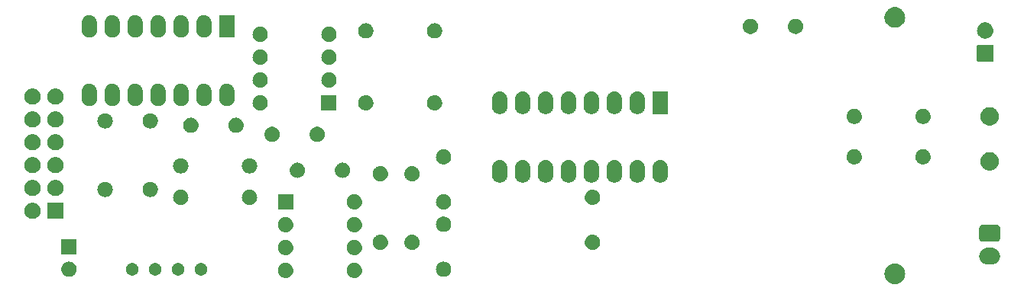
<source format=gbr>
G04 #@! TF.GenerationSoftware,KiCad,Pcbnew,7.0.11+dfsg-1build4*
G04 #@! TF.CreationDate,2025-06-25T18:53:50-04:00*
G04 #@! TF.ProjectId,pmod_1553,706d6f64-5f31-4353-9533-2e6b69636164,rev?*
G04 #@! TF.SameCoordinates,Original*
G04 #@! TF.FileFunction,Soldermask,Top*
G04 #@! TF.FilePolarity,Negative*
%FSLAX46Y46*%
G04 Gerber Fmt 4.6, Leading zero omitted, Abs format (unit mm)*
G04 Created by KiCad (PCBNEW 7.0.11+dfsg-1build4) date 2025-06-25 18:53:50*
%MOMM*%
%LPD*%
G01*
G04 APERTURE LIST*
G04 APERTURE END LIST*
G36*
X194050672Y-104353910D02*
G01*
X194106201Y-104353910D01*
X194155050Y-104363041D01*
X194199783Y-104366955D01*
X194254691Y-104381667D01*
X194314986Y-104392939D01*
X194355882Y-104408782D01*
X194393500Y-104418862D01*
X194450449Y-104445417D01*
X194513045Y-104469667D01*
X194545350Y-104489669D01*
X194575263Y-104503618D01*
X194631688Y-104543127D01*
X194693632Y-104581482D01*
X194717378Y-104603130D01*
X194739539Y-104618647D01*
X194792543Y-104671651D01*
X194850599Y-104724576D01*
X194866424Y-104745532D01*
X194881352Y-104760460D01*
X194927922Y-104826969D01*
X194978600Y-104894077D01*
X194987677Y-104912307D01*
X194996381Y-104924737D01*
X195033430Y-105004191D01*
X195073276Y-105084211D01*
X195077239Y-105098139D01*
X195081137Y-105106499D01*
X195105709Y-105198204D01*
X195131402Y-105288504D01*
X195132192Y-105297039D01*
X195133044Y-105300216D01*
X195142447Y-105407707D01*
X195151000Y-105500000D01*
X195142447Y-105592299D01*
X195133044Y-105699783D01*
X195132193Y-105702958D01*
X195131402Y-105711496D01*
X195105705Y-105801811D01*
X195081137Y-105893500D01*
X195077239Y-105901857D01*
X195073276Y-105915789D01*
X195033427Y-105995815D01*
X194996381Y-106075263D01*
X194987678Y-106087691D01*
X194978600Y-106105923D01*
X194927917Y-106173037D01*
X194881352Y-106239539D01*
X194866427Y-106254463D01*
X194850599Y-106275424D01*
X194792532Y-106328358D01*
X194739539Y-106381352D01*
X194717383Y-106396865D01*
X194693632Y-106418518D01*
X194631675Y-106456879D01*
X194575263Y-106496381D01*
X194545357Y-106510325D01*
X194513045Y-106530333D01*
X194450436Y-106554587D01*
X194393500Y-106581137D01*
X194355890Y-106591214D01*
X194314986Y-106607061D01*
X194254679Y-106618334D01*
X194199783Y-106633044D01*
X194155060Y-106636956D01*
X194106201Y-106646090D01*
X194050660Y-106646090D01*
X194000000Y-106650522D01*
X193949340Y-106646090D01*
X193893799Y-106646090D01*
X193844940Y-106636956D01*
X193800216Y-106633044D01*
X193745317Y-106618333D01*
X193685014Y-106607061D01*
X193644111Y-106591215D01*
X193606499Y-106581137D01*
X193549557Y-106554585D01*
X193486955Y-106530333D01*
X193454645Y-106510327D01*
X193424736Y-106496381D01*
X193368315Y-106456874D01*
X193306368Y-106418518D01*
X193282619Y-106396868D01*
X193260460Y-106381352D01*
X193207456Y-106328348D01*
X193149401Y-106275424D01*
X193133575Y-106254467D01*
X193118647Y-106239539D01*
X193072069Y-106173019D01*
X193021400Y-106105923D01*
X193012324Y-106087696D01*
X193003618Y-106075263D01*
X192966556Y-105995783D01*
X192926724Y-105915789D01*
X192922761Y-105901863D01*
X192918862Y-105893500D01*
X192894277Y-105801751D01*
X192868598Y-105711496D01*
X192867807Y-105702964D01*
X192866955Y-105699783D01*
X192857534Y-105592106D01*
X192849000Y-105500000D01*
X192857534Y-105407900D01*
X192866955Y-105300216D01*
X192867807Y-105297034D01*
X192868598Y-105288504D01*
X192894273Y-105198264D01*
X192918862Y-105106499D01*
X192922762Y-105098134D01*
X192926724Y-105084211D01*
X192966553Y-105004222D01*
X193003618Y-104924737D01*
X193012324Y-104912302D01*
X193021400Y-104894077D01*
X193072063Y-104826987D01*
X193118647Y-104760460D01*
X193133578Y-104745528D01*
X193149401Y-104724576D01*
X193207444Y-104671662D01*
X193260460Y-104618647D01*
X193282624Y-104603127D01*
X193306368Y-104581482D01*
X193368308Y-104543129D01*
X193424737Y-104503618D01*
X193454649Y-104489669D01*
X193486955Y-104469667D01*
X193549546Y-104445419D01*
X193606499Y-104418862D01*
X193644119Y-104408781D01*
X193685014Y-104392939D01*
X193745304Y-104381668D01*
X193800216Y-104366955D01*
X193844950Y-104363041D01*
X193893799Y-104353910D01*
X193949328Y-104353910D01*
X194000000Y-104349477D01*
X194050672Y-104353910D01*
G37*
G36*
X126541199Y-104273662D02*
G01*
X126588954Y-104273662D01*
X126630194Y-104282427D01*
X126665901Y-104285945D01*
X126710759Y-104299552D01*
X126762973Y-104310651D01*
X126796384Y-104325526D01*
X126825435Y-104334339D01*
X126871602Y-104359015D01*
X126925500Y-104383012D01*
X126950554Y-104401215D01*
X126972453Y-104412920D01*
X127017128Y-104449584D01*
X127069430Y-104487584D01*
X127086411Y-104506443D01*
X127101320Y-104518679D01*
X127141387Y-104567501D01*
X127188473Y-104619795D01*
X127198364Y-104636927D01*
X127207079Y-104647546D01*
X127239306Y-104707840D01*
X127277427Y-104773867D01*
X127281813Y-104787368D01*
X127285660Y-104794564D01*
X127306861Y-104864455D01*
X127332404Y-104943067D01*
X127333303Y-104951623D01*
X127334054Y-104954098D01*
X127341371Y-105028389D01*
X127351000Y-105120000D01*
X127341370Y-105211619D01*
X127334054Y-105285901D01*
X127333303Y-105288375D01*
X127332404Y-105296933D01*
X127306856Y-105375558D01*
X127285660Y-105445435D01*
X127281814Y-105452629D01*
X127277427Y-105466133D01*
X127239299Y-105532172D01*
X127207079Y-105592453D01*
X127198366Y-105603069D01*
X127188473Y-105620205D01*
X127141378Y-105672509D01*
X127101320Y-105721320D01*
X127086414Y-105733552D01*
X127069430Y-105752416D01*
X127017118Y-105790423D01*
X126972453Y-105827079D01*
X126950559Y-105838780D01*
X126925500Y-105856988D01*
X126871591Y-105880989D01*
X126825435Y-105905660D01*
X126796391Y-105914470D01*
X126762973Y-105929349D01*
X126710748Y-105940449D01*
X126665901Y-105954054D01*
X126630203Y-105957570D01*
X126588954Y-105966338D01*
X126541188Y-105966338D01*
X126500000Y-105970395D01*
X126458811Y-105966338D01*
X126411046Y-105966338D01*
X126369797Y-105957570D01*
X126334098Y-105954054D01*
X126289248Y-105940448D01*
X126237027Y-105929349D01*
X126203610Y-105914471D01*
X126174564Y-105905660D01*
X126128402Y-105880986D01*
X126074500Y-105856988D01*
X126049443Y-105838783D01*
X126027546Y-105827079D01*
X125982873Y-105790416D01*
X125930570Y-105752416D01*
X125913588Y-105733555D01*
X125898679Y-105721320D01*
X125858610Y-105672496D01*
X125811527Y-105620205D01*
X125801636Y-105603073D01*
X125792920Y-105592453D01*
X125760687Y-105532148D01*
X125722573Y-105466133D01*
X125718186Y-105452634D01*
X125714339Y-105445435D01*
X125693128Y-105375512D01*
X125667596Y-105296933D01*
X125666697Y-105288380D01*
X125665945Y-105285901D01*
X125658613Y-105211467D01*
X125649000Y-105120000D01*
X125658612Y-105028540D01*
X125665945Y-104954098D01*
X125666697Y-104951618D01*
X125667596Y-104943067D01*
X125693123Y-104864502D01*
X125714339Y-104794564D01*
X125718187Y-104787363D01*
X125722573Y-104773867D01*
X125760680Y-104707863D01*
X125792920Y-104647546D01*
X125801638Y-104636923D01*
X125811527Y-104619795D01*
X125858601Y-104567513D01*
X125898679Y-104518679D01*
X125913591Y-104506440D01*
X125930570Y-104487584D01*
X125982862Y-104449591D01*
X126027546Y-104412920D01*
X126049448Y-104401213D01*
X126074500Y-104383012D01*
X126128391Y-104359018D01*
X126174564Y-104334339D01*
X126203617Y-104325525D01*
X126237027Y-104310651D01*
X126289237Y-104299553D01*
X126334098Y-104285945D01*
X126369806Y-104282427D01*
X126411046Y-104273662D01*
X126458801Y-104273662D01*
X126500000Y-104269604D01*
X126541199Y-104273662D01*
G37*
G36*
X134161199Y-104273662D02*
G01*
X134208954Y-104273662D01*
X134250194Y-104282427D01*
X134285901Y-104285945D01*
X134330759Y-104299552D01*
X134382973Y-104310651D01*
X134416384Y-104325526D01*
X134445435Y-104334339D01*
X134491602Y-104359015D01*
X134545500Y-104383012D01*
X134570554Y-104401215D01*
X134592453Y-104412920D01*
X134637128Y-104449584D01*
X134689430Y-104487584D01*
X134706411Y-104506443D01*
X134721320Y-104518679D01*
X134761387Y-104567501D01*
X134808473Y-104619795D01*
X134818364Y-104636927D01*
X134827079Y-104647546D01*
X134859306Y-104707840D01*
X134897427Y-104773867D01*
X134901813Y-104787368D01*
X134905660Y-104794564D01*
X134926861Y-104864455D01*
X134952404Y-104943067D01*
X134953303Y-104951623D01*
X134954054Y-104954098D01*
X134961371Y-105028389D01*
X134971000Y-105120000D01*
X134961370Y-105211619D01*
X134954054Y-105285901D01*
X134953303Y-105288375D01*
X134952404Y-105296933D01*
X134926856Y-105375558D01*
X134905660Y-105445435D01*
X134901814Y-105452629D01*
X134897427Y-105466133D01*
X134859299Y-105532172D01*
X134827079Y-105592453D01*
X134818366Y-105603069D01*
X134808473Y-105620205D01*
X134761378Y-105672509D01*
X134721320Y-105721320D01*
X134706414Y-105733552D01*
X134689430Y-105752416D01*
X134637118Y-105790423D01*
X134592453Y-105827079D01*
X134570559Y-105838780D01*
X134545500Y-105856988D01*
X134491591Y-105880989D01*
X134445435Y-105905660D01*
X134416391Y-105914470D01*
X134382973Y-105929349D01*
X134330748Y-105940449D01*
X134285901Y-105954054D01*
X134250203Y-105957570D01*
X134208954Y-105966338D01*
X134161188Y-105966338D01*
X134120000Y-105970395D01*
X134078811Y-105966338D01*
X134031046Y-105966338D01*
X133989797Y-105957570D01*
X133954098Y-105954054D01*
X133909248Y-105940448D01*
X133857027Y-105929349D01*
X133823610Y-105914471D01*
X133794564Y-105905660D01*
X133748402Y-105880986D01*
X133694500Y-105856988D01*
X133669443Y-105838783D01*
X133647546Y-105827079D01*
X133602873Y-105790416D01*
X133550570Y-105752416D01*
X133533588Y-105733555D01*
X133518679Y-105721320D01*
X133478610Y-105672496D01*
X133431527Y-105620205D01*
X133421636Y-105603073D01*
X133412920Y-105592453D01*
X133380687Y-105532148D01*
X133342573Y-105466133D01*
X133338186Y-105452634D01*
X133334339Y-105445435D01*
X133313128Y-105375512D01*
X133287596Y-105296933D01*
X133286697Y-105288380D01*
X133285945Y-105285901D01*
X133278613Y-105211467D01*
X133269000Y-105120000D01*
X133278612Y-105028540D01*
X133285945Y-104954098D01*
X133286697Y-104951618D01*
X133287596Y-104943067D01*
X133313123Y-104864502D01*
X133334339Y-104794564D01*
X133338187Y-104787363D01*
X133342573Y-104773867D01*
X133380680Y-104707863D01*
X133412920Y-104647546D01*
X133421638Y-104636923D01*
X133431527Y-104619795D01*
X133478601Y-104567513D01*
X133518679Y-104518679D01*
X133533591Y-104506440D01*
X133550570Y-104487584D01*
X133602862Y-104449591D01*
X133647546Y-104412920D01*
X133669448Y-104401213D01*
X133694500Y-104383012D01*
X133748391Y-104359018D01*
X133794564Y-104334339D01*
X133823617Y-104325525D01*
X133857027Y-104310651D01*
X133909237Y-104299553D01*
X133954098Y-104285945D01*
X133989806Y-104282427D01*
X134031046Y-104273662D01*
X134078801Y-104273662D01*
X134120000Y-104269604D01*
X134161199Y-104273662D01*
G37*
G36*
X102541199Y-104153662D02*
G01*
X102588954Y-104153662D01*
X102630194Y-104162427D01*
X102665901Y-104165945D01*
X102710759Y-104179552D01*
X102762973Y-104190651D01*
X102796384Y-104205526D01*
X102825435Y-104214339D01*
X102871602Y-104239015D01*
X102925500Y-104263012D01*
X102950554Y-104281215D01*
X102972453Y-104292920D01*
X103017128Y-104329584D01*
X103069430Y-104367584D01*
X103086411Y-104386443D01*
X103101320Y-104398679D01*
X103141387Y-104447501D01*
X103188473Y-104499795D01*
X103198364Y-104516927D01*
X103207079Y-104527546D01*
X103239306Y-104587840D01*
X103277427Y-104653867D01*
X103281813Y-104667368D01*
X103285660Y-104674564D01*
X103306861Y-104744455D01*
X103332404Y-104823067D01*
X103333303Y-104831623D01*
X103334054Y-104834098D01*
X103341371Y-104908389D01*
X103351000Y-105000000D01*
X103341370Y-105091619D01*
X103334054Y-105165901D01*
X103333303Y-105168375D01*
X103332404Y-105176933D01*
X103306856Y-105255558D01*
X103285660Y-105325435D01*
X103281814Y-105332629D01*
X103277427Y-105346133D01*
X103239299Y-105412172D01*
X103207079Y-105472453D01*
X103198366Y-105483069D01*
X103188473Y-105500205D01*
X103141378Y-105552509D01*
X103101320Y-105601320D01*
X103086414Y-105613552D01*
X103069430Y-105632416D01*
X103017118Y-105670423D01*
X102972453Y-105707079D01*
X102950559Y-105718780D01*
X102925500Y-105736988D01*
X102871591Y-105760989D01*
X102825435Y-105785660D01*
X102796391Y-105794470D01*
X102762973Y-105809349D01*
X102710748Y-105820449D01*
X102665901Y-105834054D01*
X102630203Y-105837570D01*
X102588954Y-105846338D01*
X102541188Y-105846338D01*
X102500000Y-105850395D01*
X102458811Y-105846338D01*
X102411046Y-105846338D01*
X102369797Y-105837570D01*
X102334098Y-105834054D01*
X102289248Y-105820448D01*
X102237027Y-105809349D01*
X102203610Y-105794471D01*
X102174564Y-105785660D01*
X102128402Y-105760986D01*
X102074500Y-105736988D01*
X102049443Y-105718783D01*
X102027546Y-105707079D01*
X101982873Y-105670416D01*
X101930570Y-105632416D01*
X101913588Y-105613555D01*
X101898679Y-105601320D01*
X101858610Y-105552496D01*
X101811527Y-105500205D01*
X101801636Y-105483073D01*
X101792920Y-105472453D01*
X101760687Y-105412148D01*
X101722573Y-105346133D01*
X101718186Y-105332634D01*
X101714339Y-105325435D01*
X101693128Y-105255512D01*
X101667596Y-105176933D01*
X101666697Y-105168380D01*
X101665945Y-105165901D01*
X101658613Y-105091467D01*
X101649000Y-105000000D01*
X101658612Y-104908540D01*
X101665945Y-104834098D01*
X101666697Y-104831618D01*
X101667596Y-104823067D01*
X101693123Y-104744502D01*
X101714339Y-104674564D01*
X101718187Y-104667363D01*
X101722573Y-104653867D01*
X101760680Y-104587863D01*
X101792920Y-104527546D01*
X101801638Y-104516923D01*
X101811527Y-104499795D01*
X101858601Y-104447513D01*
X101898679Y-104398679D01*
X101913591Y-104386440D01*
X101930570Y-104367584D01*
X101982862Y-104329591D01*
X102027546Y-104292920D01*
X102049448Y-104281213D01*
X102074500Y-104263012D01*
X102128391Y-104239018D01*
X102174564Y-104214339D01*
X102203617Y-104205525D01*
X102237027Y-104190651D01*
X102289237Y-104179553D01*
X102334098Y-104165945D01*
X102369806Y-104162427D01*
X102411046Y-104153662D01*
X102458801Y-104153662D01*
X102500000Y-104149604D01*
X102541199Y-104153662D01*
G37*
G36*
X144041199Y-104153662D02*
G01*
X144088954Y-104153662D01*
X144130194Y-104162427D01*
X144165901Y-104165945D01*
X144210759Y-104179552D01*
X144262973Y-104190651D01*
X144296384Y-104205526D01*
X144325435Y-104214339D01*
X144371602Y-104239015D01*
X144425500Y-104263012D01*
X144450554Y-104281215D01*
X144472453Y-104292920D01*
X144517128Y-104329584D01*
X144569430Y-104367584D01*
X144586411Y-104386443D01*
X144601320Y-104398679D01*
X144641387Y-104447501D01*
X144688473Y-104499795D01*
X144698364Y-104516927D01*
X144707079Y-104527546D01*
X144739306Y-104587840D01*
X144777427Y-104653867D01*
X144781813Y-104667368D01*
X144785660Y-104674564D01*
X144806861Y-104744455D01*
X144832404Y-104823067D01*
X144833303Y-104831623D01*
X144834054Y-104834098D01*
X144841371Y-104908389D01*
X144851000Y-105000000D01*
X144841370Y-105091619D01*
X144834054Y-105165901D01*
X144833303Y-105168375D01*
X144832404Y-105176933D01*
X144806856Y-105255558D01*
X144785660Y-105325435D01*
X144781814Y-105332629D01*
X144777427Y-105346133D01*
X144739299Y-105412172D01*
X144707079Y-105472453D01*
X144698366Y-105483069D01*
X144688473Y-105500205D01*
X144641378Y-105552509D01*
X144601320Y-105601320D01*
X144586414Y-105613552D01*
X144569430Y-105632416D01*
X144517118Y-105670423D01*
X144472453Y-105707079D01*
X144450559Y-105718780D01*
X144425500Y-105736988D01*
X144371591Y-105760989D01*
X144325435Y-105785660D01*
X144296391Y-105794470D01*
X144262973Y-105809349D01*
X144210748Y-105820449D01*
X144165901Y-105834054D01*
X144130203Y-105837570D01*
X144088954Y-105846338D01*
X144041188Y-105846338D01*
X144000000Y-105850395D01*
X143958811Y-105846338D01*
X143911046Y-105846338D01*
X143869797Y-105837570D01*
X143834098Y-105834054D01*
X143789248Y-105820448D01*
X143737027Y-105809349D01*
X143703610Y-105794471D01*
X143674564Y-105785660D01*
X143628402Y-105760986D01*
X143574500Y-105736988D01*
X143549443Y-105718783D01*
X143527546Y-105707079D01*
X143482873Y-105670416D01*
X143430570Y-105632416D01*
X143413588Y-105613555D01*
X143398679Y-105601320D01*
X143358610Y-105552496D01*
X143311527Y-105500205D01*
X143301636Y-105483073D01*
X143292920Y-105472453D01*
X143260687Y-105412148D01*
X143222573Y-105346133D01*
X143218186Y-105332634D01*
X143214339Y-105325435D01*
X143193128Y-105255512D01*
X143167596Y-105176933D01*
X143166697Y-105168380D01*
X143165945Y-105165901D01*
X143158613Y-105091467D01*
X143149000Y-105000000D01*
X143158612Y-104908540D01*
X143165945Y-104834098D01*
X143166697Y-104831618D01*
X143167596Y-104823067D01*
X143193123Y-104744502D01*
X143214339Y-104674564D01*
X143218187Y-104667363D01*
X143222573Y-104653867D01*
X143260680Y-104587863D01*
X143292920Y-104527546D01*
X143301638Y-104516923D01*
X143311527Y-104499795D01*
X143358601Y-104447513D01*
X143398679Y-104398679D01*
X143413591Y-104386440D01*
X143430570Y-104367584D01*
X143482862Y-104329591D01*
X143527546Y-104292920D01*
X143549448Y-104281213D01*
X143574500Y-104263012D01*
X143628391Y-104239018D01*
X143674564Y-104214339D01*
X143703617Y-104205525D01*
X143737027Y-104190651D01*
X143789237Y-104179553D01*
X143834098Y-104165945D01*
X143869806Y-104162427D01*
X143911046Y-104153662D01*
X143958801Y-104153662D01*
X144000000Y-104149604D01*
X144041199Y-104153662D01*
G37*
G36*
X109576132Y-104302622D02*
G01*
X109584677Y-104302622D01*
X109638219Y-104315818D01*
X109716872Y-104332537D01*
X109730296Y-104338513D01*
X109749110Y-104343151D01*
X109796075Y-104367800D01*
X109850907Y-104392213D01*
X109872550Y-104407937D01*
X109899065Y-104421854D01*
X109932624Y-104451584D01*
X109969601Y-104478450D01*
X109995828Y-104507578D01*
X110025829Y-104534156D01*
X110045762Y-104563034D01*
X110067779Y-104587486D01*
X110094058Y-104633004D01*
X110122033Y-104673532D01*
X110130793Y-104696630D01*
X110141136Y-104714545D01*
X110162358Y-104779860D01*
X110182087Y-104831881D01*
X110183773Y-104845770D01*
X110186475Y-104854085D01*
X110197373Y-104957775D01*
X110202500Y-105000000D01*
X110197372Y-105042226D01*
X110186475Y-105145914D01*
X110183773Y-105154227D01*
X110182087Y-105168119D01*
X110162355Y-105220145D01*
X110141136Y-105285454D01*
X110130794Y-105303366D01*
X110122033Y-105326468D01*
X110094055Y-105367001D01*
X110067779Y-105412513D01*
X110045764Y-105436961D01*
X110025829Y-105465844D01*
X109995824Y-105492425D01*
X109969601Y-105521549D01*
X109932630Y-105548409D01*
X109899065Y-105578146D01*
X109872545Y-105592064D01*
X109850907Y-105607786D01*
X109796087Y-105632193D01*
X109749110Y-105656849D01*
X109730291Y-105661487D01*
X109716872Y-105667462D01*
X109638232Y-105684177D01*
X109584677Y-105697378D01*
X109576132Y-105697378D01*
X109573361Y-105697967D01*
X109426639Y-105697967D01*
X109423868Y-105697378D01*
X109415323Y-105697378D01*
X109361770Y-105684178D01*
X109283127Y-105667462D01*
X109269706Y-105661486D01*
X109250890Y-105656849D01*
X109203917Y-105632195D01*
X109149092Y-105607786D01*
X109127451Y-105592062D01*
X109100935Y-105578146D01*
X109067374Y-105548414D01*
X109030398Y-105521549D01*
X109004170Y-105492421D01*
X108974171Y-105465844D01*
X108954238Y-105436966D01*
X108932220Y-105412513D01*
X108905938Y-105366992D01*
X108877967Y-105326468D01*
X108869207Y-105303371D01*
X108858863Y-105285454D01*
X108837637Y-105220127D01*
X108817913Y-105168119D01*
X108816226Y-105154232D01*
X108813524Y-105145914D01*
X108802619Y-105042164D01*
X108797500Y-105000000D01*
X108802619Y-104957837D01*
X108813524Y-104854085D01*
X108816227Y-104845765D01*
X108817913Y-104831881D01*
X108837635Y-104779878D01*
X108858863Y-104714545D01*
X108869208Y-104696625D01*
X108877967Y-104673532D01*
X108905935Y-104633012D01*
X108932220Y-104587486D01*
X108954241Y-104563028D01*
X108974171Y-104534156D01*
X109004165Y-104507583D01*
X109030395Y-104478453D01*
X109067374Y-104451585D01*
X109100935Y-104421854D01*
X109127451Y-104407936D01*
X109149095Y-104392212D01*
X109203923Y-104367801D01*
X109250890Y-104343151D01*
X109269705Y-104338513D01*
X109283129Y-104332537D01*
X109361777Y-104315819D01*
X109415323Y-104302622D01*
X109423868Y-104302622D01*
X109426639Y-104302033D01*
X109573361Y-104302033D01*
X109576132Y-104302622D01*
G37*
G36*
X112116132Y-104302622D02*
G01*
X112124677Y-104302622D01*
X112178219Y-104315818D01*
X112256872Y-104332537D01*
X112270296Y-104338513D01*
X112289110Y-104343151D01*
X112336075Y-104367800D01*
X112390907Y-104392213D01*
X112412550Y-104407937D01*
X112439065Y-104421854D01*
X112472624Y-104451584D01*
X112509601Y-104478450D01*
X112535828Y-104507578D01*
X112565829Y-104534156D01*
X112585762Y-104563034D01*
X112607779Y-104587486D01*
X112634058Y-104633004D01*
X112662033Y-104673532D01*
X112670793Y-104696630D01*
X112681136Y-104714545D01*
X112702358Y-104779860D01*
X112722087Y-104831881D01*
X112723773Y-104845770D01*
X112726475Y-104854085D01*
X112737373Y-104957775D01*
X112742500Y-105000000D01*
X112737372Y-105042226D01*
X112726475Y-105145914D01*
X112723773Y-105154227D01*
X112722087Y-105168119D01*
X112702355Y-105220145D01*
X112681136Y-105285454D01*
X112670794Y-105303366D01*
X112662033Y-105326468D01*
X112634055Y-105367001D01*
X112607779Y-105412513D01*
X112585764Y-105436961D01*
X112565829Y-105465844D01*
X112535824Y-105492425D01*
X112509601Y-105521549D01*
X112472630Y-105548409D01*
X112439065Y-105578146D01*
X112412545Y-105592064D01*
X112390907Y-105607786D01*
X112336087Y-105632193D01*
X112289110Y-105656849D01*
X112270291Y-105661487D01*
X112256872Y-105667462D01*
X112178232Y-105684177D01*
X112124677Y-105697378D01*
X112116132Y-105697378D01*
X112113361Y-105697967D01*
X111966639Y-105697967D01*
X111963868Y-105697378D01*
X111955323Y-105697378D01*
X111901770Y-105684178D01*
X111823127Y-105667462D01*
X111809706Y-105661486D01*
X111790890Y-105656849D01*
X111743917Y-105632195D01*
X111689092Y-105607786D01*
X111667451Y-105592062D01*
X111640935Y-105578146D01*
X111607374Y-105548414D01*
X111570398Y-105521549D01*
X111544170Y-105492421D01*
X111514171Y-105465844D01*
X111494238Y-105436966D01*
X111472220Y-105412513D01*
X111445938Y-105366992D01*
X111417967Y-105326468D01*
X111409207Y-105303371D01*
X111398863Y-105285454D01*
X111377637Y-105220127D01*
X111357913Y-105168119D01*
X111356226Y-105154232D01*
X111353524Y-105145914D01*
X111342619Y-105042164D01*
X111337500Y-105000000D01*
X111342619Y-104957837D01*
X111353524Y-104854085D01*
X111356227Y-104845765D01*
X111357913Y-104831881D01*
X111377635Y-104779878D01*
X111398863Y-104714545D01*
X111409208Y-104696625D01*
X111417967Y-104673532D01*
X111445935Y-104633012D01*
X111472220Y-104587486D01*
X111494241Y-104563028D01*
X111514171Y-104534156D01*
X111544165Y-104507583D01*
X111570395Y-104478453D01*
X111607374Y-104451585D01*
X111640935Y-104421854D01*
X111667451Y-104407936D01*
X111689095Y-104392212D01*
X111743923Y-104367801D01*
X111790890Y-104343151D01*
X111809705Y-104338513D01*
X111823129Y-104332537D01*
X111901777Y-104315819D01*
X111955323Y-104302622D01*
X111963868Y-104302622D01*
X111966639Y-104302033D01*
X112113361Y-104302033D01*
X112116132Y-104302622D01*
G37*
G36*
X114656132Y-104302622D02*
G01*
X114664677Y-104302622D01*
X114718219Y-104315818D01*
X114796872Y-104332537D01*
X114810296Y-104338513D01*
X114829110Y-104343151D01*
X114876075Y-104367800D01*
X114930907Y-104392213D01*
X114952550Y-104407937D01*
X114979065Y-104421854D01*
X115012624Y-104451584D01*
X115049601Y-104478450D01*
X115075828Y-104507578D01*
X115105829Y-104534156D01*
X115125762Y-104563034D01*
X115147779Y-104587486D01*
X115174058Y-104633004D01*
X115202033Y-104673532D01*
X115210793Y-104696630D01*
X115221136Y-104714545D01*
X115242358Y-104779860D01*
X115262087Y-104831881D01*
X115263773Y-104845770D01*
X115266475Y-104854085D01*
X115277373Y-104957775D01*
X115282500Y-105000000D01*
X115277372Y-105042226D01*
X115266475Y-105145914D01*
X115263773Y-105154227D01*
X115262087Y-105168119D01*
X115242355Y-105220145D01*
X115221136Y-105285454D01*
X115210794Y-105303366D01*
X115202033Y-105326468D01*
X115174055Y-105367001D01*
X115147779Y-105412513D01*
X115125764Y-105436961D01*
X115105829Y-105465844D01*
X115075824Y-105492425D01*
X115049601Y-105521549D01*
X115012630Y-105548409D01*
X114979065Y-105578146D01*
X114952545Y-105592064D01*
X114930907Y-105607786D01*
X114876087Y-105632193D01*
X114829110Y-105656849D01*
X114810291Y-105661487D01*
X114796872Y-105667462D01*
X114718232Y-105684177D01*
X114664677Y-105697378D01*
X114656132Y-105697378D01*
X114653361Y-105697967D01*
X114506639Y-105697967D01*
X114503868Y-105697378D01*
X114495323Y-105697378D01*
X114441770Y-105684178D01*
X114363127Y-105667462D01*
X114349706Y-105661486D01*
X114330890Y-105656849D01*
X114283917Y-105632195D01*
X114229092Y-105607786D01*
X114207451Y-105592062D01*
X114180935Y-105578146D01*
X114147374Y-105548414D01*
X114110398Y-105521549D01*
X114084170Y-105492421D01*
X114054171Y-105465844D01*
X114034238Y-105436966D01*
X114012220Y-105412513D01*
X113985938Y-105366992D01*
X113957967Y-105326468D01*
X113949207Y-105303371D01*
X113938863Y-105285454D01*
X113917637Y-105220127D01*
X113897913Y-105168119D01*
X113896226Y-105154232D01*
X113893524Y-105145914D01*
X113882619Y-105042164D01*
X113877500Y-105000000D01*
X113882619Y-104957837D01*
X113893524Y-104854085D01*
X113896227Y-104845765D01*
X113897913Y-104831881D01*
X113917635Y-104779878D01*
X113938863Y-104714545D01*
X113949208Y-104696625D01*
X113957967Y-104673532D01*
X113985935Y-104633012D01*
X114012220Y-104587486D01*
X114034241Y-104563028D01*
X114054171Y-104534156D01*
X114084165Y-104507583D01*
X114110395Y-104478453D01*
X114147374Y-104451585D01*
X114180935Y-104421854D01*
X114207451Y-104407936D01*
X114229095Y-104392212D01*
X114283923Y-104367801D01*
X114330890Y-104343151D01*
X114349705Y-104338513D01*
X114363129Y-104332537D01*
X114441777Y-104315819D01*
X114495323Y-104302622D01*
X114503868Y-104302622D01*
X114506639Y-104302033D01*
X114653361Y-104302033D01*
X114656132Y-104302622D01*
G37*
G36*
X117196132Y-104302622D02*
G01*
X117204677Y-104302622D01*
X117258219Y-104315818D01*
X117336872Y-104332537D01*
X117350296Y-104338513D01*
X117369110Y-104343151D01*
X117416075Y-104367800D01*
X117470907Y-104392213D01*
X117492550Y-104407937D01*
X117519065Y-104421854D01*
X117552624Y-104451584D01*
X117589601Y-104478450D01*
X117615828Y-104507578D01*
X117645829Y-104534156D01*
X117665762Y-104563034D01*
X117687779Y-104587486D01*
X117714058Y-104633004D01*
X117742033Y-104673532D01*
X117750793Y-104696630D01*
X117761136Y-104714545D01*
X117782358Y-104779860D01*
X117802087Y-104831881D01*
X117803773Y-104845770D01*
X117806475Y-104854085D01*
X117817373Y-104957775D01*
X117822500Y-105000000D01*
X117817372Y-105042226D01*
X117806475Y-105145914D01*
X117803773Y-105154227D01*
X117802087Y-105168119D01*
X117782355Y-105220145D01*
X117761136Y-105285454D01*
X117750794Y-105303366D01*
X117742033Y-105326468D01*
X117714055Y-105367001D01*
X117687779Y-105412513D01*
X117665764Y-105436961D01*
X117645829Y-105465844D01*
X117615824Y-105492425D01*
X117589601Y-105521549D01*
X117552630Y-105548409D01*
X117519065Y-105578146D01*
X117492545Y-105592064D01*
X117470907Y-105607786D01*
X117416087Y-105632193D01*
X117369110Y-105656849D01*
X117350291Y-105661487D01*
X117336872Y-105667462D01*
X117258232Y-105684177D01*
X117204677Y-105697378D01*
X117196132Y-105697378D01*
X117193361Y-105697967D01*
X117046639Y-105697967D01*
X117043868Y-105697378D01*
X117035323Y-105697378D01*
X116981770Y-105684178D01*
X116903127Y-105667462D01*
X116889706Y-105661486D01*
X116870890Y-105656849D01*
X116823917Y-105632195D01*
X116769092Y-105607786D01*
X116747451Y-105592062D01*
X116720935Y-105578146D01*
X116687374Y-105548414D01*
X116650398Y-105521549D01*
X116624170Y-105492421D01*
X116594171Y-105465844D01*
X116574238Y-105436966D01*
X116552220Y-105412513D01*
X116525938Y-105366992D01*
X116497967Y-105326468D01*
X116489207Y-105303371D01*
X116478863Y-105285454D01*
X116457637Y-105220127D01*
X116437913Y-105168119D01*
X116436226Y-105154232D01*
X116433524Y-105145914D01*
X116422619Y-105042164D01*
X116417500Y-105000000D01*
X116422619Y-104957837D01*
X116433524Y-104854085D01*
X116436227Y-104845765D01*
X116437913Y-104831881D01*
X116457635Y-104779878D01*
X116478863Y-104714545D01*
X116489208Y-104696625D01*
X116497967Y-104673532D01*
X116525935Y-104633012D01*
X116552220Y-104587486D01*
X116574241Y-104563028D01*
X116594171Y-104534156D01*
X116624165Y-104507583D01*
X116650395Y-104478453D01*
X116687374Y-104451585D01*
X116720935Y-104421854D01*
X116747451Y-104407936D01*
X116769095Y-104392212D01*
X116823923Y-104367801D01*
X116870890Y-104343151D01*
X116889705Y-104338513D01*
X116903129Y-104332537D01*
X116981777Y-104315819D01*
X117035323Y-104302622D01*
X117043868Y-104302622D01*
X117046639Y-104302033D01*
X117193361Y-104302033D01*
X117196132Y-104302622D01*
G37*
G36*
X204821491Y-102628616D02*
G01*
X204909557Y-102637290D01*
X204912493Y-102638180D01*
X204921487Y-102639126D01*
X205004109Y-102665972D01*
X205082222Y-102689667D01*
X205090264Y-102693965D01*
X205104604Y-102698625D01*
X205174755Y-102739126D01*
X205241343Y-102774718D01*
X205253065Y-102784338D01*
X205271350Y-102794895D01*
X205327156Y-102845143D01*
X205380817Y-102889182D01*
X205394266Y-102905570D01*
X205414436Y-102923731D01*
X205455071Y-102979660D01*
X205495281Y-103028656D01*
X205508118Y-103052674D01*
X205527609Y-103079500D01*
X205553301Y-103137205D01*
X205580332Y-103187777D01*
X205589984Y-103219595D01*
X205605923Y-103255395D01*
X205617815Y-103311344D01*
X205632709Y-103360442D01*
X205636558Y-103399520D01*
X205645955Y-103443729D01*
X205645955Y-103494922D01*
X205650395Y-103540000D01*
X205645955Y-103585077D01*
X205645955Y-103636271D01*
X205636558Y-103680479D01*
X205632709Y-103719557D01*
X205617816Y-103768652D01*
X205605923Y-103824605D01*
X205589983Y-103860406D01*
X205580332Y-103892222D01*
X205553304Y-103942788D01*
X205527609Y-104000500D01*
X205508116Y-104027328D01*
X205495281Y-104051343D01*
X205455077Y-104100330D01*
X205414436Y-104156269D01*
X205394263Y-104174432D01*
X205380817Y-104190817D01*
X205327169Y-104234844D01*
X205271350Y-104285105D01*
X205253061Y-104295663D01*
X205241343Y-104305281D01*
X205174778Y-104340859D01*
X205104604Y-104381375D01*
X205090259Y-104386035D01*
X205082222Y-104390332D01*
X205004156Y-104414012D01*
X204921487Y-104440874D01*
X204912488Y-104441819D01*
X204909557Y-104442709D01*
X204821570Y-104451375D01*
X204730000Y-104461000D01*
X204723860Y-104461000D01*
X204276140Y-104461000D01*
X204270000Y-104461000D01*
X204178437Y-104451376D01*
X204090442Y-104442709D01*
X204087510Y-104441819D01*
X204078513Y-104440874D01*
X203995857Y-104414017D01*
X203917777Y-104390332D01*
X203909737Y-104386034D01*
X203895396Y-104381375D01*
X203825233Y-104340867D01*
X203758656Y-104305281D01*
X203746934Y-104295661D01*
X203728650Y-104285105D01*
X203672841Y-104234854D01*
X203619182Y-104190817D01*
X203605732Y-104174429D01*
X203585564Y-104156269D01*
X203544929Y-104100341D01*
X203504718Y-104051343D01*
X203491879Y-104027323D01*
X203472391Y-104000500D01*
X203446700Y-103942799D01*
X203419667Y-103892222D01*
X203410013Y-103860399D01*
X203394077Y-103824605D01*
X203382186Y-103768663D01*
X203367290Y-103719557D01*
X203363440Y-103680471D01*
X203354045Y-103636271D01*
X203354045Y-103585087D01*
X203349604Y-103540000D01*
X203354045Y-103494912D01*
X203354045Y-103443729D01*
X203363439Y-103399529D01*
X203367290Y-103360442D01*
X203382186Y-103311333D01*
X203394077Y-103255395D01*
X203410012Y-103219602D01*
X203419667Y-103187777D01*
X203446703Y-103137194D01*
X203472391Y-103079500D01*
X203491877Y-103052679D01*
X203504718Y-103028656D01*
X203544936Y-102979650D01*
X203585564Y-102923731D01*
X203605729Y-102905573D01*
X203619182Y-102889182D01*
X203672853Y-102845134D01*
X203728650Y-102794895D01*
X203746930Y-102784340D01*
X203758656Y-102774718D01*
X203825256Y-102739119D01*
X203895396Y-102698625D01*
X203909732Y-102693966D01*
X203917777Y-102689667D01*
X203995904Y-102665967D01*
X204078513Y-102639126D01*
X204087505Y-102638180D01*
X204090442Y-102637290D01*
X204178516Y-102628615D01*
X204270000Y-102619000D01*
X204730000Y-102619000D01*
X204821491Y-102628616D01*
G37*
G36*
X126541199Y-101733662D02*
G01*
X126588954Y-101733662D01*
X126630194Y-101742427D01*
X126665901Y-101745945D01*
X126710759Y-101759552D01*
X126762973Y-101770651D01*
X126796384Y-101785526D01*
X126825435Y-101794339D01*
X126871602Y-101819015D01*
X126925500Y-101843012D01*
X126950554Y-101861215D01*
X126972453Y-101872920D01*
X127017128Y-101909584D01*
X127069430Y-101947584D01*
X127086411Y-101966443D01*
X127101320Y-101978679D01*
X127141387Y-102027501D01*
X127188473Y-102079795D01*
X127198364Y-102096927D01*
X127207079Y-102107546D01*
X127239306Y-102167840D01*
X127277427Y-102233867D01*
X127281813Y-102247368D01*
X127285660Y-102254564D01*
X127306861Y-102324455D01*
X127332404Y-102403067D01*
X127333303Y-102411623D01*
X127334054Y-102414098D01*
X127341371Y-102488389D01*
X127351000Y-102580000D01*
X127341370Y-102671619D01*
X127334054Y-102745901D01*
X127333303Y-102748375D01*
X127332404Y-102756933D01*
X127306856Y-102835558D01*
X127285660Y-102905435D01*
X127281814Y-102912629D01*
X127277427Y-102926133D01*
X127239299Y-102992172D01*
X127207079Y-103052453D01*
X127198366Y-103063069D01*
X127188473Y-103080205D01*
X127141378Y-103132509D01*
X127101320Y-103181320D01*
X127086414Y-103193552D01*
X127069430Y-103212416D01*
X127017118Y-103250423D01*
X126972453Y-103287079D01*
X126950559Y-103298780D01*
X126925500Y-103316988D01*
X126871591Y-103340989D01*
X126825435Y-103365660D01*
X126796391Y-103374470D01*
X126762973Y-103389349D01*
X126710748Y-103400449D01*
X126665901Y-103414054D01*
X126630203Y-103417570D01*
X126588954Y-103426338D01*
X126541188Y-103426338D01*
X126500000Y-103430395D01*
X126458811Y-103426338D01*
X126411046Y-103426338D01*
X126369797Y-103417570D01*
X126334098Y-103414054D01*
X126289248Y-103400448D01*
X126237027Y-103389349D01*
X126203610Y-103374471D01*
X126174564Y-103365660D01*
X126128402Y-103340986D01*
X126074500Y-103316988D01*
X126049443Y-103298783D01*
X126027546Y-103287079D01*
X125982873Y-103250416D01*
X125930570Y-103212416D01*
X125913588Y-103193555D01*
X125898679Y-103181320D01*
X125858610Y-103132496D01*
X125811527Y-103080205D01*
X125801636Y-103063073D01*
X125792920Y-103052453D01*
X125760687Y-102992148D01*
X125722573Y-102926133D01*
X125718186Y-102912634D01*
X125714339Y-102905435D01*
X125693128Y-102835512D01*
X125667596Y-102756933D01*
X125666697Y-102748380D01*
X125665945Y-102745901D01*
X125658613Y-102671467D01*
X125649000Y-102580000D01*
X125658612Y-102488540D01*
X125665945Y-102414098D01*
X125666697Y-102411618D01*
X125667596Y-102403067D01*
X125693123Y-102324502D01*
X125714339Y-102254564D01*
X125718187Y-102247363D01*
X125722573Y-102233867D01*
X125760680Y-102167863D01*
X125792920Y-102107546D01*
X125801638Y-102096923D01*
X125811527Y-102079795D01*
X125858601Y-102027513D01*
X125898679Y-101978679D01*
X125913591Y-101966440D01*
X125930570Y-101947584D01*
X125982862Y-101909591D01*
X126027546Y-101872920D01*
X126049448Y-101861213D01*
X126074500Y-101843012D01*
X126128391Y-101819018D01*
X126174564Y-101794339D01*
X126203617Y-101785525D01*
X126237027Y-101770651D01*
X126289237Y-101759553D01*
X126334098Y-101745945D01*
X126369806Y-101742427D01*
X126411046Y-101733662D01*
X126458801Y-101733662D01*
X126500000Y-101729604D01*
X126541199Y-101733662D01*
G37*
G36*
X134161199Y-101733662D02*
G01*
X134208954Y-101733662D01*
X134250194Y-101742427D01*
X134285901Y-101745945D01*
X134330759Y-101759552D01*
X134382973Y-101770651D01*
X134416384Y-101785526D01*
X134445435Y-101794339D01*
X134491602Y-101819015D01*
X134545500Y-101843012D01*
X134570554Y-101861215D01*
X134592453Y-101872920D01*
X134637128Y-101909584D01*
X134689430Y-101947584D01*
X134706411Y-101966443D01*
X134721320Y-101978679D01*
X134761387Y-102027501D01*
X134808473Y-102079795D01*
X134818364Y-102096927D01*
X134827079Y-102107546D01*
X134859306Y-102167840D01*
X134897427Y-102233867D01*
X134901813Y-102247368D01*
X134905660Y-102254564D01*
X134926861Y-102324455D01*
X134952404Y-102403067D01*
X134953303Y-102411623D01*
X134954054Y-102414098D01*
X134961371Y-102488389D01*
X134971000Y-102580000D01*
X134961370Y-102671619D01*
X134954054Y-102745901D01*
X134953303Y-102748375D01*
X134952404Y-102756933D01*
X134926856Y-102835558D01*
X134905660Y-102905435D01*
X134901814Y-102912629D01*
X134897427Y-102926133D01*
X134859299Y-102992172D01*
X134827079Y-103052453D01*
X134818366Y-103063069D01*
X134808473Y-103080205D01*
X134761378Y-103132509D01*
X134721320Y-103181320D01*
X134706414Y-103193552D01*
X134689430Y-103212416D01*
X134637118Y-103250423D01*
X134592453Y-103287079D01*
X134570559Y-103298780D01*
X134545500Y-103316988D01*
X134491591Y-103340989D01*
X134445435Y-103365660D01*
X134416391Y-103374470D01*
X134382973Y-103389349D01*
X134330748Y-103400449D01*
X134285901Y-103414054D01*
X134250203Y-103417570D01*
X134208954Y-103426338D01*
X134161188Y-103426338D01*
X134120000Y-103430395D01*
X134078811Y-103426338D01*
X134031046Y-103426338D01*
X133989797Y-103417570D01*
X133954098Y-103414054D01*
X133909248Y-103400448D01*
X133857027Y-103389349D01*
X133823610Y-103374471D01*
X133794564Y-103365660D01*
X133748402Y-103340986D01*
X133694500Y-103316988D01*
X133669443Y-103298783D01*
X133647546Y-103287079D01*
X133602873Y-103250416D01*
X133550570Y-103212416D01*
X133533588Y-103193555D01*
X133518679Y-103181320D01*
X133478610Y-103132496D01*
X133431527Y-103080205D01*
X133421636Y-103063073D01*
X133412920Y-103052453D01*
X133380687Y-102992148D01*
X133342573Y-102926133D01*
X133338186Y-102912634D01*
X133334339Y-102905435D01*
X133313128Y-102835512D01*
X133287596Y-102756933D01*
X133286697Y-102748380D01*
X133285945Y-102745901D01*
X133278613Y-102671467D01*
X133269000Y-102580000D01*
X133278612Y-102488540D01*
X133285945Y-102414098D01*
X133286697Y-102411618D01*
X133287596Y-102403067D01*
X133313123Y-102324502D01*
X133334339Y-102254564D01*
X133338187Y-102247363D01*
X133342573Y-102233867D01*
X133380680Y-102167863D01*
X133412920Y-102107546D01*
X133421638Y-102096923D01*
X133431527Y-102079795D01*
X133478601Y-102027513D01*
X133518679Y-101978679D01*
X133533591Y-101966440D01*
X133550570Y-101947584D01*
X133602862Y-101909591D01*
X133647546Y-101872920D01*
X133669448Y-101861213D01*
X133694500Y-101843012D01*
X133748391Y-101819018D01*
X133794564Y-101794339D01*
X133823617Y-101785525D01*
X133857027Y-101770651D01*
X133909237Y-101759553D01*
X133954098Y-101745945D01*
X133989806Y-101742427D01*
X134031046Y-101733662D01*
X134078801Y-101733662D01*
X134120000Y-101729604D01*
X134161199Y-101733662D01*
G37*
G36*
X103319517Y-101652882D02*
G01*
X103336062Y-101663938D01*
X103347118Y-101680483D01*
X103351000Y-101700000D01*
X103351000Y-103300000D01*
X103347118Y-103319517D01*
X103336062Y-103336062D01*
X103319517Y-103347118D01*
X103300000Y-103351000D01*
X101700000Y-103351000D01*
X101680483Y-103347118D01*
X101663938Y-103336062D01*
X101652882Y-103319517D01*
X101649000Y-103300000D01*
X101649000Y-101700000D01*
X101652882Y-101680483D01*
X101663938Y-101663938D01*
X101680483Y-101652882D01*
X101700000Y-101649000D01*
X103300000Y-101649000D01*
X103319517Y-101652882D01*
G37*
G36*
X137041199Y-101153662D02*
G01*
X137088954Y-101153662D01*
X137130194Y-101162427D01*
X137165901Y-101165945D01*
X137210759Y-101179552D01*
X137262973Y-101190651D01*
X137296384Y-101205526D01*
X137325435Y-101214339D01*
X137371602Y-101239015D01*
X137425500Y-101263012D01*
X137450554Y-101281215D01*
X137472453Y-101292920D01*
X137517128Y-101329584D01*
X137569430Y-101367584D01*
X137586411Y-101386443D01*
X137601320Y-101398679D01*
X137641387Y-101447501D01*
X137688473Y-101499795D01*
X137698364Y-101516927D01*
X137707079Y-101527546D01*
X137739306Y-101587840D01*
X137777427Y-101653867D01*
X137781813Y-101667368D01*
X137785660Y-101674564D01*
X137806861Y-101744455D01*
X137832404Y-101823067D01*
X137833303Y-101831623D01*
X137834054Y-101834098D01*
X137841371Y-101908389D01*
X137851000Y-102000000D01*
X137841370Y-102091619D01*
X137834054Y-102165901D01*
X137833303Y-102168375D01*
X137832404Y-102176933D01*
X137806856Y-102255558D01*
X137785660Y-102325435D01*
X137781814Y-102332629D01*
X137777427Y-102346133D01*
X137739299Y-102412172D01*
X137707079Y-102472453D01*
X137698366Y-102483069D01*
X137688473Y-102500205D01*
X137641378Y-102552509D01*
X137601320Y-102601320D01*
X137586414Y-102613552D01*
X137569430Y-102632416D01*
X137517118Y-102670423D01*
X137472453Y-102707079D01*
X137450559Y-102718780D01*
X137425500Y-102736988D01*
X137371591Y-102760989D01*
X137325435Y-102785660D01*
X137296391Y-102794470D01*
X137262973Y-102809349D01*
X137210748Y-102820449D01*
X137165901Y-102834054D01*
X137130203Y-102837570D01*
X137088954Y-102846338D01*
X137041188Y-102846338D01*
X137000000Y-102850395D01*
X136958811Y-102846338D01*
X136911046Y-102846338D01*
X136869797Y-102837570D01*
X136834098Y-102834054D01*
X136789248Y-102820448D01*
X136737027Y-102809349D01*
X136703610Y-102794471D01*
X136674564Y-102785660D01*
X136628402Y-102760986D01*
X136574500Y-102736988D01*
X136549443Y-102718783D01*
X136527546Y-102707079D01*
X136482873Y-102670416D01*
X136430570Y-102632416D01*
X136413588Y-102613555D01*
X136398679Y-102601320D01*
X136358610Y-102552496D01*
X136311527Y-102500205D01*
X136301636Y-102483073D01*
X136292920Y-102472453D01*
X136260687Y-102412148D01*
X136222573Y-102346133D01*
X136218186Y-102332634D01*
X136214339Y-102325435D01*
X136193128Y-102255512D01*
X136167596Y-102176933D01*
X136166697Y-102168380D01*
X136165945Y-102165901D01*
X136158613Y-102091467D01*
X136149000Y-102000000D01*
X136158612Y-101908540D01*
X136165945Y-101834098D01*
X136166697Y-101831618D01*
X136167596Y-101823067D01*
X136193123Y-101744502D01*
X136214339Y-101674564D01*
X136218187Y-101667363D01*
X136222573Y-101653867D01*
X136260680Y-101587863D01*
X136292920Y-101527546D01*
X136301638Y-101516923D01*
X136311527Y-101499795D01*
X136358601Y-101447513D01*
X136398679Y-101398679D01*
X136413591Y-101386440D01*
X136430570Y-101367584D01*
X136482862Y-101329591D01*
X136527546Y-101292920D01*
X136549448Y-101281213D01*
X136574500Y-101263012D01*
X136628391Y-101239018D01*
X136674564Y-101214339D01*
X136703617Y-101205525D01*
X136737027Y-101190651D01*
X136789237Y-101179553D01*
X136834098Y-101165945D01*
X136869806Y-101162427D01*
X136911046Y-101153662D01*
X136958801Y-101153662D01*
X137000000Y-101149604D01*
X137041199Y-101153662D01*
G37*
G36*
X140541199Y-101153662D02*
G01*
X140588954Y-101153662D01*
X140630194Y-101162427D01*
X140665901Y-101165945D01*
X140710759Y-101179552D01*
X140762973Y-101190651D01*
X140796384Y-101205526D01*
X140825435Y-101214339D01*
X140871602Y-101239015D01*
X140925500Y-101263012D01*
X140950554Y-101281215D01*
X140972453Y-101292920D01*
X141017128Y-101329584D01*
X141069430Y-101367584D01*
X141086411Y-101386443D01*
X141101320Y-101398679D01*
X141141387Y-101447501D01*
X141188473Y-101499795D01*
X141198364Y-101516927D01*
X141207079Y-101527546D01*
X141239306Y-101587840D01*
X141277427Y-101653867D01*
X141281813Y-101667368D01*
X141285660Y-101674564D01*
X141306861Y-101744455D01*
X141332404Y-101823067D01*
X141333303Y-101831623D01*
X141334054Y-101834098D01*
X141341371Y-101908389D01*
X141351000Y-102000000D01*
X141341370Y-102091619D01*
X141334054Y-102165901D01*
X141333303Y-102168375D01*
X141332404Y-102176933D01*
X141306856Y-102255558D01*
X141285660Y-102325435D01*
X141281814Y-102332629D01*
X141277427Y-102346133D01*
X141239299Y-102412172D01*
X141207079Y-102472453D01*
X141198366Y-102483069D01*
X141188473Y-102500205D01*
X141141378Y-102552509D01*
X141101320Y-102601320D01*
X141086414Y-102613552D01*
X141069430Y-102632416D01*
X141017118Y-102670423D01*
X140972453Y-102707079D01*
X140950559Y-102718780D01*
X140925500Y-102736988D01*
X140871591Y-102760989D01*
X140825435Y-102785660D01*
X140796391Y-102794470D01*
X140762973Y-102809349D01*
X140710748Y-102820449D01*
X140665901Y-102834054D01*
X140630203Y-102837570D01*
X140588954Y-102846338D01*
X140541188Y-102846338D01*
X140500000Y-102850395D01*
X140458811Y-102846338D01*
X140411046Y-102846338D01*
X140369797Y-102837570D01*
X140334098Y-102834054D01*
X140289248Y-102820448D01*
X140237027Y-102809349D01*
X140203610Y-102794471D01*
X140174564Y-102785660D01*
X140128402Y-102760986D01*
X140074500Y-102736988D01*
X140049443Y-102718783D01*
X140027546Y-102707079D01*
X139982873Y-102670416D01*
X139930570Y-102632416D01*
X139913588Y-102613555D01*
X139898679Y-102601320D01*
X139858610Y-102552496D01*
X139811527Y-102500205D01*
X139801636Y-102483073D01*
X139792920Y-102472453D01*
X139760687Y-102412148D01*
X139722573Y-102346133D01*
X139718186Y-102332634D01*
X139714339Y-102325435D01*
X139693128Y-102255512D01*
X139667596Y-102176933D01*
X139666697Y-102168380D01*
X139665945Y-102165901D01*
X139658613Y-102091467D01*
X139649000Y-102000000D01*
X139658612Y-101908540D01*
X139665945Y-101834098D01*
X139666697Y-101831618D01*
X139667596Y-101823067D01*
X139693123Y-101744502D01*
X139714339Y-101674564D01*
X139718187Y-101667363D01*
X139722573Y-101653867D01*
X139760680Y-101587863D01*
X139792920Y-101527546D01*
X139801638Y-101516923D01*
X139811527Y-101499795D01*
X139858601Y-101447513D01*
X139898679Y-101398679D01*
X139913591Y-101386440D01*
X139930570Y-101367584D01*
X139982862Y-101329591D01*
X140027546Y-101292920D01*
X140049448Y-101281213D01*
X140074500Y-101263012D01*
X140128391Y-101239018D01*
X140174564Y-101214339D01*
X140203617Y-101205525D01*
X140237027Y-101190651D01*
X140289237Y-101179553D01*
X140334098Y-101165945D01*
X140369806Y-101162427D01*
X140411046Y-101153662D01*
X140458801Y-101153662D01*
X140500000Y-101149604D01*
X140541199Y-101153662D01*
G37*
G36*
X160541199Y-101153662D02*
G01*
X160588954Y-101153662D01*
X160630194Y-101162427D01*
X160665901Y-101165945D01*
X160710759Y-101179552D01*
X160762973Y-101190651D01*
X160796384Y-101205526D01*
X160825435Y-101214339D01*
X160871602Y-101239015D01*
X160925500Y-101263012D01*
X160950554Y-101281215D01*
X160972453Y-101292920D01*
X161017128Y-101329584D01*
X161069430Y-101367584D01*
X161086411Y-101386443D01*
X161101320Y-101398679D01*
X161141387Y-101447501D01*
X161188473Y-101499795D01*
X161198364Y-101516927D01*
X161207079Y-101527546D01*
X161239306Y-101587840D01*
X161277427Y-101653867D01*
X161281813Y-101667368D01*
X161285660Y-101674564D01*
X161306861Y-101744455D01*
X161332404Y-101823067D01*
X161333303Y-101831623D01*
X161334054Y-101834098D01*
X161341371Y-101908389D01*
X161351000Y-102000000D01*
X161341370Y-102091619D01*
X161334054Y-102165901D01*
X161333303Y-102168375D01*
X161332404Y-102176933D01*
X161306856Y-102255558D01*
X161285660Y-102325435D01*
X161281814Y-102332629D01*
X161277427Y-102346133D01*
X161239299Y-102412172D01*
X161207079Y-102472453D01*
X161198366Y-102483069D01*
X161188473Y-102500205D01*
X161141378Y-102552509D01*
X161101320Y-102601320D01*
X161086414Y-102613552D01*
X161069430Y-102632416D01*
X161017118Y-102670423D01*
X160972453Y-102707079D01*
X160950559Y-102718780D01*
X160925500Y-102736988D01*
X160871591Y-102760989D01*
X160825435Y-102785660D01*
X160796391Y-102794470D01*
X160762973Y-102809349D01*
X160710748Y-102820449D01*
X160665901Y-102834054D01*
X160630203Y-102837570D01*
X160588954Y-102846338D01*
X160541188Y-102846338D01*
X160500000Y-102850395D01*
X160458811Y-102846338D01*
X160411046Y-102846338D01*
X160369797Y-102837570D01*
X160334098Y-102834054D01*
X160289248Y-102820448D01*
X160237027Y-102809349D01*
X160203610Y-102794471D01*
X160174564Y-102785660D01*
X160128402Y-102760986D01*
X160074500Y-102736988D01*
X160049443Y-102718783D01*
X160027546Y-102707079D01*
X159982873Y-102670416D01*
X159930570Y-102632416D01*
X159913588Y-102613555D01*
X159898679Y-102601320D01*
X159858610Y-102552496D01*
X159811527Y-102500205D01*
X159801636Y-102483073D01*
X159792920Y-102472453D01*
X159760687Y-102412148D01*
X159722573Y-102346133D01*
X159718186Y-102332634D01*
X159714339Y-102325435D01*
X159693128Y-102255512D01*
X159667596Y-102176933D01*
X159666697Y-102168380D01*
X159665945Y-102165901D01*
X159658613Y-102091467D01*
X159649000Y-102000000D01*
X159658612Y-101908540D01*
X159665945Y-101834098D01*
X159666697Y-101831618D01*
X159667596Y-101823067D01*
X159693123Y-101744502D01*
X159714339Y-101674564D01*
X159718187Y-101667363D01*
X159722573Y-101653867D01*
X159760680Y-101587863D01*
X159792920Y-101527546D01*
X159801638Y-101516923D01*
X159811527Y-101499795D01*
X159858601Y-101447513D01*
X159898679Y-101398679D01*
X159913591Y-101386440D01*
X159930570Y-101367584D01*
X159982862Y-101329591D01*
X160027546Y-101292920D01*
X160049448Y-101281213D01*
X160074500Y-101263012D01*
X160128391Y-101239018D01*
X160174564Y-101214339D01*
X160203617Y-101205525D01*
X160237027Y-101190651D01*
X160289237Y-101179553D01*
X160334098Y-101165945D01*
X160369806Y-101162427D01*
X160411046Y-101153662D01*
X160458801Y-101153662D01*
X160500000Y-101149604D01*
X160541199Y-101153662D01*
G37*
G36*
X205418914Y-100086995D02*
G01*
X205434726Y-100093976D01*
X205442531Y-100095213D01*
X205475039Y-100111776D01*
X205520106Y-100131676D01*
X205598324Y-100209894D01*
X205618226Y-100254967D01*
X205634786Y-100287468D01*
X205636021Y-100295270D01*
X205643005Y-100311086D01*
X205651000Y-100380000D01*
X205651000Y-101620000D01*
X205643005Y-101688914D01*
X205636021Y-101704729D01*
X205634786Y-101712531D01*
X205618229Y-101745024D01*
X205598324Y-101790106D01*
X205520106Y-101868324D01*
X205475024Y-101888229D01*
X205442531Y-101904786D01*
X205434729Y-101906021D01*
X205418914Y-101913005D01*
X205350000Y-101921000D01*
X203650000Y-101921000D01*
X203581086Y-101913005D01*
X203565270Y-101906021D01*
X203557468Y-101904786D01*
X203524967Y-101888226D01*
X203479894Y-101868324D01*
X203401676Y-101790106D01*
X203381776Y-101745039D01*
X203365213Y-101712531D01*
X203363976Y-101704726D01*
X203356995Y-101688914D01*
X203349000Y-101620000D01*
X203349000Y-100380000D01*
X203356995Y-100311086D01*
X203363976Y-100295274D01*
X203365213Y-100287468D01*
X203381780Y-100254953D01*
X203401676Y-100209894D01*
X203479894Y-100131676D01*
X203524953Y-100111780D01*
X203557468Y-100095213D01*
X203565274Y-100093976D01*
X203581086Y-100086995D01*
X203650000Y-100079000D01*
X205350000Y-100079000D01*
X205418914Y-100086995D01*
G37*
G36*
X126541199Y-99193662D02*
G01*
X126588954Y-99193662D01*
X126630194Y-99202427D01*
X126665901Y-99205945D01*
X126710759Y-99219552D01*
X126762973Y-99230651D01*
X126796384Y-99245526D01*
X126825435Y-99254339D01*
X126871602Y-99279015D01*
X126925500Y-99303012D01*
X126950554Y-99321215D01*
X126972453Y-99332920D01*
X127017128Y-99369584D01*
X127069430Y-99407584D01*
X127086411Y-99426443D01*
X127101320Y-99438679D01*
X127141387Y-99487501D01*
X127188473Y-99539795D01*
X127198364Y-99556927D01*
X127207079Y-99567546D01*
X127239306Y-99627840D01*
X127277427Y-99693867D01*
X127281813Y-99707368D01*
X127285660Y-99714564D01*
X127306861Y-99784455D01*
X127332404Y-99863067D01*
X127333303Y-99871623D01*
X127334054Y-99874098D01*
X127341371Y-99948389D01*
X127351000Y-100040000D01*
X127341370Y-100131619D01*
X127334054Y-100205901D01*
X127333303Y-100208375D01*
X127332404Y-100216933D01*
X127306856Y-100295558D01*
X127285660Y-100365435D01*
X127281814Y-100372629D01*
X127277427Y-100386133D01*
X127239299Y-100452172D01*
X127207079Y-100512453D01*
X127198366Y-100523069D01*
X127188473Y-100540205D01*
X127141378Y-100592509D01*
X127101320Y-100641320D01*
X127086414Y-100653552D01*
X127069430Y-100672416D01*
X127017118Y-100710423D01*
X126972453Y-100747079D01*
X126950559Y-100758780D01*
X126925500Y-100776988D01*
X126871591Y-100800989D01*
X126825435Y-100825660D01*
X126796391Y-100834470D01*
X126762973Y-100849349D01*
X126710748Y-100860449D01*
X126665901Y-100874054D01*
X126630203Y-100877570D01*
X126588954Y-100886338D01*
X126541188Y-100886338D01*
X126500000Y-100890395D01*
X126458811Y-100886338D01*
X126411046Y-100886338D01*
X126369797Y-100877570D01*
X126334098Y-100874054D01*
X126289248Y-100860448D01*
X126237027Y-100849349D01*
X126203610Y-100834471D01*
X126174564Y-100825660D01*
X126128402Y-100800986D01*
X126074500Y-100776988D01*
X126049443Y-100758783D01*
X126027546Y-100747079D01*
X125982873Y-100710416D01*
X125930570Y-100672416D01*
X125913588Y-100653555D01*
X125898679Y-100641320D01*
X125858610Y-100592496D01*
X125811527Y-100540205D01*
X125801636Y-100523073D01*
X125792920Y-100512453D01*
X125760687Y-100452148D01*
X125722573Y-100386133D01*
X125718186Y-100372634D01*
X125714339Y-100365435D01*
X125693128Y-100295512D01*
X125667596Y-100216933D01*
X125666697Y-100208380D01*
X125665945Y-100205901D01*
X125658613Y-100131467D01*
X125649000Y-100040000D01*
X125658612Y-99948540D01*
X125665945Y-99874098D01*
X125666697Y-99871618D01*
X125667596Y-99863067D01*
X125693123Y-99784502D01*
X125714339Y-99714564D01*
X125718187Y-99707363D01*
X125722573Y-99693867D01*
X125760680Y-99627863D01*
X125792920Y-99567546D01*
X125801638Y-99556923D01*
X125811527Y-99539795D01*
X125858601Y-99487513D01*
X125898679Y-99438679D01*
X125913591Y-99426440D01*
X125930570Y-99407584D01*
X125982862Y-99369591D01*
X126027546Y-99332920D01*
X126049448Y-99321213D01*
X126074500Y-99303012D01*
X126128391Y-99279018D01*
X126174564Y-99254339D01*
X126203617Y-99245525D01*
X126237027Y-99230651D01*
X126289237Y-99219553D01*
X126334098Y-99205945D01*
X126369806Y-99202427D01*
X126411046Y-99193662D01*
X126458801Y-99193662D01*
X126500000Y-99189604D01*
X126541199Y-99193662D01*
G37*
G36*
X134161199Y-99193662D02*
G01*
X134208954Y-99193662D01*
X134250194Y-99202427D01*
X134285901Y-99205945D01*
X134330759Y-99219552D01*
X134382973Y-99230651D01*
X134416384Y-99245526D01*
X134445435Y-99254339D01*
X134491602Y-99279015D01*
X134545500Y-99303012D01*
X134570554Y-99321215D01*
X134592453Y-99332920D01*
X134637128Y-99369584D01*
X134689430Y-99407584D01*
X134706411Y-99426443D01*
X134721320Y-99438679D01*
X134761387Y-99487501D01*
X134808473Y-99539795D01*
X134818364Y-99556927D01*
X134827079Y-99567546D01*
X134859306Y-99627840D01*
X134897427Y-99693867D01*
X134901813Y-99707368D01*
X134905660Y-99714564D01*
X134926861Y-99784455D01*
X134952404Y-99863067D01*
X134953303Y-99871623D01*
X134954054Y-99874098D01*
X134961371Y-99948389D01*
X134971000Y-100040000D01*
X134961370Y-100131619D01*
X134954054Y-100205901D01*
X134953303Y-100208375D01*
X134952404Y-100216933D01*
X134926856Y-100295558D01*
X134905660Y-100365435D01*
X134901814Y-100372629D01*
X134897427Y-100386133D01*
X134859299Y-100452172D01*
X134827079Y-100512453D01*
X134818366Y-100523069D01*
X134808473Y-100540205D01*
X134761378Y-100592509D01*
X134721320Y-100641320D01*
X134706414Y-100653552D01*
X134689430Y-100672416D01*
X134637118Y-100710423D01*
X134592453Y-100747079D01*
X134570559Y-100758780D01*
X134545500Y-100776988D01*
X134491591Y-100800989D01*
X134445435Y-100825660D01*
X134416391Y-100834470D01*
X134382973Y-100849349D01*
X134330748Y-100860449D01*
X134285901Y-100874054D01*
X134250203Y-100877570D01*
X134208954Y-100886338D01*
X134161188Y-100886338D01*
X134120000Y-100890395D01*
X134078811Y-100886338D01*
X134031046Y-100886338D01*
X133989797Y-100877570D01*
X133954098Y-100874054D01*
X133909248Y-100860448D01*
X133857027Y-100849349D01*
X133823610Y-100834471D01*
X133794564Y-100825660D01*
X133748402Y-100800986D01*
X133694500Y-100776988D01*
X133669443Y-100758783D01*
X133647546Y-100747079D01*
X133602873Y-100710416D01*
X133550570Y-100672416D01*
X133533588Y-100653555D01*
X133518679Y-100641320D01*
X133478610Y-100592496D01*
X133431527Y-100540205D01*
X133421636Y-100523073D01*
X133412920Y-100512453D01*
X133380687Y-100452148D01*
X133342573Y-100386133D01*
X133338186Y-100372634D01*
X133334339Y-100365435D01*
X133313128Y-100295512D01*
X133287596Y-100216933D01*
X133286697Y-100208380D01*
X133285945Y-100205901D01*
X133278613Y-100131467D01*
X133269000Y-100040000D01*
X133278612Y-99948540D01*
X133285945Y-99874098D01*
X133286697Y-99871618D01*
X133287596Y-99863067D01*
X133313123Y-99784502D01*
X133334339Y-99714564D01*
X133338187Y-99707363D01*
X133342573Y-99693867D01*
X133380680Y-99627863D01*
X133412920Y-99567546D01*
X133421638Y-99556923D01*
X133431527Y-99539795D01*
X133478601Y-99487513D01*
X133518679Y-99438679D01*
X133533591Y-99426440D01*
X133550570Y-99407584D01*
X133602862Y-99369591D01*
X133647546Y-99332920D01*
X133669448Y-99321213D01*
X133694500Y-99303012D01*
X133748391Y-99279018D01*
X133794564Y-99254339D01*
X133823617Y-99245525D01*
X133857027Y-99230651D01*
X133909237Y-99219553D01*
X133954098Y-99205945D01*
X133989806Y-99202427D01*
X134031046Y-99193662D01*
X134078801Y-99193662D01*
X134120000Y-99189604D01*
X134161199Y-99193662D01*
G37*
G36*
X144041199Y-99153662D02*
G01*
X144088954Y-99153662D01*
X144130194Y-99162427D01*
X144165901Y-99165945D01*
X144210759Y-99179552D01*
X144262973Y-99190651D01*
X144296384Y-99205526D01*
X144325435Y-99214339D01*
X144371602Y-99239015D01*
X144425500Y-99263012D01*
X144450554Y-99281215D01*
X144472453Y-99292920D01*
X144517128Y-99329584D01*
X144569430Y-99367584D01*
X144586411Y-99386443D01*
X144601320Y-99398679D01*
X144641387Y-99447501D01*
X144688473Y-99499795D01*
X144698364Y-99516927D01*
X144707079Y-99527546D01*
X144739306Y-99587840D01*
X144777427Y-99653867D01*
X144781813Y-99667368D01*
X144785660Y-99674564D01*
X144806861Y-99744455D01*
X144832404Y-99823067D01*
X144833303Y-99831623D01*
X144834054Y-99834098D01*
X144841371Y-99908389D01*
X144851000Y-100000000D01*
X144841370Y-100091619D01*
X144834054Y-100165901D01*
X144833303Y-100168375D01*
X144832404Y-100176933D01*
X144806856Y-100255558D01*
X144785660Y-100325435D01*
X144781814Y-100332629D01*
X144777427Y-100346133D01*
X144739299Y-100412172D01*
X144707079Y-100472453D01*
X144698366Y-100483069D01*
X144688473Y-100500205D01*
X144641378Y-100552509D01*
X144601320Y-100601320D01*
X144586414Y-100613552D01*
X144569430Y-100632416D01*
X144517118Y-100670423D01*
X144472453Y-100707079D01*
X144450559Y-100718780D01*
X144425500Y-100736988D01*
X144371591Y-100760989D01*
X144325435Y-100785660D01*
X144296391Y-100794470D01*
X144262973Y-100809349D01*
X144210748Y-100820449D01*
X144165901Y-100834054D01*
X144130203Y-100837570D01*
X144088954Y-100846338D01*
X144041188Y-100846338D01*
X144000000Y-100850395D01*
X143958811Y-100846338D01*
X143911046Y-100846338D01*
X143869797Y-100837570D01*
X143834098Y-100834054D01*
X143789248Y-100820448D01*
X143737027Y-100809349D01*
X143703610Y-100794471D01*
X143674564Y-100785660D01*
X143628402Y-100760986D01*
X143574500Y-100736988D01*
X143549443Y-100718783D01*
X143527546Y-100707079D01*
X143482873Y-100670416D01*
X143430570Y-100632416D01*
X143413588Y-100613555D01*
X143398679Y-100601320D01*
X143358610Y-100552496D01*
X143311527Y-100500205D01*
X143301636Y-100483073D01*
X143292920Y-100472453D01*
X143260687Y-100412148D01*
X143222573Y-100346133D01*
X143218186Y-100332634D01*
X143214339Y-100325435D01*
X143193128Y-100255512D01*
X143167596Y-100176933D01*
X143166697Y-100168380D01*
X143165945Y-100165901D01*
X143158613Y-100091467D01*
X143149000Y-100000000D01*
X143158612Y-99908540D01*
X143165945Y-99834098D01*
X143166697Y-99831618D01*
X143167596Y-99823067D01*
X143193123Y-99744502D01*
X143214339Y-99674564D01*
X143218187Y-99667363D01*
X143222573Y-99653867D01*
X143260680Y-99587863D01*
X143292920Y-99527546D01*
X143301638Y-99516923D01*
X143311527Y-99499795D01*
X143358601Y-99447513D01*
X143398679Y-99398679D01*
X143413591Y-99386440D01*
X143430570Y-99367584D01*
X143482862Y-99329591D01*
X143527546Y-99292920D01*
X143549448Y-99281213D01*
X143574500Y-99263012D01*
X143628391Y-99239018D01*
X143674564Y-99214339D01*
X143703617Y-99205525D01*
X143737027Y-99190651D01*
X143789237Y-99179553D01*
X143834098Y-99165945D01*
X143869806Y-99162427D01*
X143911046Y-99153662D01*
X143958801Y-99153662D01*
X144000000Y-99149604D01*
X144041199Y-99153662D01*
G37*
G36*
X101869517Y-97602882D02*
G01*
X101886062Y-97613938D01*
X101897118Y-97630483D01*
X101901000Y-97650000D01*
X101901000Y-99350000D01*
X101897118Y-99369517D01*
X101886062Y-99386062D01*
X101869517Y-99397118D01*
X101850000Y-99401000D01*
X100150000Y-99401000D01*
X100130483Y-99397118D01*
X100113938Y-99386062D01*
X100102882Y-99369517D01*
X100099000Y-99350000D01*
X100099000Y-97650000D01*
X100102882Y-97630483D01*
X100113938Y-97613938D01*
X100130483Y-97602882D01*
X100150000Y-97599000D01*
X101850000Y-97599000D01*
X101869517Y-97602882D01*
G37*
G36*
X98503983Y-97603936D02*
G01*
X98554180Y-97603936D01*
X98597524Y-97613149D01*
X98635659Y-97616905D01*
X98683566Y-97631437D01*
X98738424Y-97643098D01*
X98773530Y-97658728D01*
X98804566Y-97668143D01*
X98853884Y-97694504D01*
X98910500Y-97719711D01*
X98936822Y-97738835D01*
X98960232Y-97751348D01*
X99007988Y-97790540D01*
X99062887Y-97830427D01*
X99080711Y-97850223D01*
X99096675Y-97863324D01*
X99139572Y-97915594D01*
X99188924Y-97970405D01*
X99199292Y-97988363D01*
X99208651Y-97999767D01*
X99243273Y-98064542D01*
X99283104Y-98133530D01*
X99287685Y-98147630D01*
X99291856Y-98155433D01*
X99314852Y-98231242D01*
X99341311Y-98312672D01*
X99342242Y-98321532D01*
X99343094Y-98324340D01*
X99351384Y-98408513D01*
X99361000Y-98500000D01*
X99351383Y-98591494D01*
X99343094Y-98675659D01*
X99342242Y-98678466D01*
X99341311Y-98687328D01*
X99314848Y-98768771D01*
X99291856Y-98844566D01*
X99287686Y-98852366D01*
X99283104Y-98866470D01*
X99243266Y-98935470D01*
X99208651Y-99000232D01*
X99199294Y-99011633D01*
X99188924Y-99029595D01*
X99139563Y-99084415D01*
X99096675Y-99136675D01*
X99080714Y-99149773D01*
X99062887Y-99169573D01*
X99007977Y-99209467D01*
X98960232Y-99248651D01*
X98936827Y-99261161D01*
X98910500Y-99280289D01*
X98853873Y-99305500D01*
X98804566Y-99331856D01*
X98773537Y-99341268D01*
X98738424Y-99356902D01*
X98683555Y-99368564D01*
X98635659Y-99383094D01*
X98597532Y-99386849D01*
X98554180Y-99396064D01*
X98503973Y-99396064D01*
X98460000Y-99400395D01*
X98416027Y-99396064D01*
X98365820Y-99396064D01*
X98322467Y-99386849D01*
X98284340Y-99383094D01*
X98236441Y-99368563D01*
X98181576Y-99356902D01*
X98146464Y-99341269D01*
X98115433Y-99331856D01*
X98066120Y-99305498D01*
X98009500Y-99280289D01*
X97983175Y-99261163D01*
X97959767Y-99248651D01*
X97912013Y-99209460D01*
X97857113Y-99169573D01*
X97839287Y-99149776D01*
X97823324Y-99136675D01*
X97780425Y-99084402D01*
X97731076Y-99029595D01*
X97720708Y-99011637D01*
X97711348Y-99000232D01*
X97676719Y-98935447D01*
X97636896Y-98866470D01*
X97632315Y-98852371D01*
X97628143Y-98844566D01*
X97605136Y-98768725D01*
X97578689Y-98687328D01*
X97577758Y-98678471D01*
X97576905Y-98675659D01*
X97568600Y-98591342D01*
X97559000Y-98500000D01*
X97568599Y-98408664D01*
X97576905Y-98324340D01*
X97577758Y-98321527D01*
X97578689Y-98312672D01*
X97605132Y-98231288D01*
X97628143Y-98155433D01*
X97632315Y-98147626D01*
X97636896Y-98133530D01*
X97676712Y-98064565D01*
X97711348Y-97999767D01*
X97720710Y-97988359D01*
X97731076Y-97970405D01*
X97780416Y-97915607D01*
X97823324Y-97863324D01*
X97839291Y-97850219D01*
X97857113Y-97830427D01*
X97912002Y-97790546D01*
X97959767Y-97751348D01*
X97983180Y-97738833D01*
X98009500Y-97719711D01*
X98066109Y-97694506D01*
X98115433Y-97668143D01*
X98146471Y-97658727D01*
X98181576Y-97643098D01*
X98236430Y-97631438D01*
X98284340Y-97616905D01*
X98322476Y-97613148D01*
X98365820Y-97603936D01*
X98416016Y-97603936D01*
X98460000Y-97599604D01*
X98503983Y-97603936D01*
G37*
G36*
X127319517Y-96652882D02*
G01*
X127336062Y-96663938D01*
X127347118Y-96680483D01*
X127351000Y-96700000D01*
X127351000Y-98300000D01*
X127347118Y-98319517D01*
X127336062Y-98336062D01*
X127319517Y-98347118D01*
X127300000Y-98351000D01*
X125700000Y-98351000D01*
X125680483Y-98347118D01*
X125663938Y-98336062D01*
X125652882Y-98319517D01*
X125649000Y-98300000D01*
X125649000Y-96700000D01*
X125652882Y-96680483D01*
X125663938Y-96663938D01*
X125680483Y-96652882D01*
X125700000Y-96649000D01*
X127300000Y-96649000D01*
X127319517Y-96652882D01*
G37*
G36*
X134161199Y-96653662D02*
G01*
X134208954Y-96653662D01*
X134250194Y-96662427D01*
X134285901Y-96665945D01*
X134330759Y-96679552D01*
X134382973Y-96690651D01*
X134416384Y-96705526D01*
X134445435Y-96714339D01*
X134491602Y-96739015D01*
X134545500Y-96763012D01*
X134570554Y-96781215D01*
X134592453Y-96792920D01*
X134637128Y-96829584D01*
X134689430Y-96867584D01*
X134706411Y-96886443D01*
X134721320Y-96898679D01*
X134761387Y-96947501D01*
X134808473Y-96999795D01*
X134818364Y-97016927D01*
X134827079Y-97027546D01*
X134859306Y-97087840D01*
X134897427Y-97153867D01*
X134901813Y-97167368D01*
X134905660Y-97174564D01*
X134926861Y-97244455D01*
X134952404Y-97323067D01*
X134953303Y-97331623D01*
X134954054Y-97334098D01*
X134961371Y-97408389D01*
X134971000Y-97500000D01*
X134961370Y-97591619D01*
X134954054Y-97665901D01*
X134953303Y-97668375D01*
X134952404Y-97676933D01*
X134926856Y-97755558D01*
X134905660Y-97825435D01*
X134901814Y-97832629D01*
X134897427Y-97846133D01*
X134859299Y-97912172D01*
X134827079Y-97972453D01*
X134818366Y-97983069D01*
X134808473Y-98000205D01*
X134761378Y-98052509D01*
X134721320Y-98101320D01*
X134706414Y-98113552D01*
X134689430Y-98132416D01*
X134637118Y-98170423D01*
X134592453Y-98207079D01*
X134570559Y-98218780D01*
X134545500Y-98236988D01*
X134491591Y-98260989D01*
X134445435Y-98285660D01*
X134416391Y-98294470D01*
X134382973Y-98309349D01*
X134330748Y-98320449D01*
X134285901Y-98334054D01*
X134250203Y-98337570D01*
X134208954Y-98346338D01*
X134161188Y-98346338D01*
X134120000Y-98350395D01*
X134078811Y-98346338D01*
X134031046Y-98346338D01*
X133989797Y-98337570D01*
X133954098Y-98334054D01*
X133909248Y-98320448D01*
X133857027Y-98309349D01*
X133823610Y-98294471D01*
X133794564Y-98285660D01*
X133748402Y-98260986D01*
X133694500Y-98236988D01*
X133669443Y-98218783D01*
X133647546Y-98207079D01*
X133602873Y-98170416D01*
X133550570Y-98132416D01*
X133533588Y-98113555D01*
X133518679Y-98101320D01*
X133478610Y-98052496D01*
X133431527Y-98000205D01*
X133421636Y-97983073D01*
X133412920Y-97972453D01*
X133380687Y-97912148D01*
X133342573Y-97846133D01*
X133338186Y-97832634D01*
X133334339Y-97825435D01*
X133313128Y-97755512D01*
X133287596Y-97676933D01*
X133286697Y-97668380D01*
X133285945Y-97665901D01*
X133278613Y-97591467D01*
X133269000Y-97500000D01*
X133278612Y-97408540D01*
X133285945Y-97334098D01*
X133286697Y-97331618D01*
X133287596Y-97323067D01*
X133313123Y-97244502D01*
X133334339Y-97174564D01*
X133338187Y-97167363D01*
X133342573Y-97153867D01*
X133380680Y-97087863D01*
X133412920Y-97027546D01*
X133421638Y-97016923D01*
X133431527Y-96999795D01*
X133478601Y-96947513D01*
X133518679Y-96898679D01*
X133533591Y-96886440D01*
X133550570Y-96867584D01*
X133602862Y-96829591D01*
X133647546Y-96792920D01*
X133669448Y-96781213D01*
X133694500Y-96763012D01*
X133748391Y-96739018D01*
X133794564Y-96714339D01*
X133823617Y-96705525D01*
X133857027Y-96690651D01*
X133909237Y-96679553D01*
X133954098Y-96665945D01*
X133989806Y-96662427D01*
X134031046Y-96653662D01*
X134078801Y-96653662D01*
X134120000Y-96649604D01*
X134161199Y-96653662D01*
G37*
G36*
X144041199Y-96653662D02*
G01*
X144088954Y-96653662D01*
X144130194Y-96662427D01*
X144165901Y-96665945D01*
X144210759Y-96679552D01*
X144262973Y-96690651D01*
X144296384Y-96705526D01*
X144325435Y-96714339D01*
X144371602Y-96739015D01*
X144425500Y-96763012D01*
X144450554Y-96781215D01*
X144472453Y-96792920D01*
X144517128Y-96829584D01*
X144569430Y-96867584D01*
X144586411Y-96886443D01*
X144601320Y-96898679D01*
X144641387Y-96947501D01*
X144688473Y-96999795D01*
X144698364Y-97016927D01*
X144707079Y-97027546D01*
X144739306Y-97087840D01*
X144777427Y-97153867D01*
X144781813Y-97167368D01*
X144785660Y-97174564D01*
X144806861Y-97244455D01*
X144832404Y-97323067D01*
X144833303Y-97331623D01*
X144834054Y-97334098D01*
X144841371Y-97408389D01*
X144851000Y-97500000D01*
X144841370Y-97591619D01*
X144834054Y-97665901D01*
X144833303Y-97668375D01*
X144832404Y-97676933D01*
X144806856Y-97755558D01*
X144785660Y-97825435D01*
X144781814Y-97832629D01*
X144777427Y-97846133D01*
X144739299Y-97912172D01*
X144707079Y-97972453D01*
X144698366Y-97983069D01*
X144688473Y-98000205D01*
X144641378Y-98052509D01*
X144601320Y-98101320D01*
X144586414Y-98113552D01*
X144569430Y-98132416D01*
X144517118Y-98170423D01*
X144472453Y-98207079D01*
X144450559Y-98218780D01*
X144425500Y-98236988D01*
X144371591Y-98260989D01*
X144325435Y-98285660D01*
X144296391Y-98294470D01*
X144262973Y-98309349D01*
X144210748Y-98320449D01*
X144165901Y-98334054D01*
X144130203Y-98337570D01*
X144088954Y-98346338D01*
X144041188Y-98346338D01*
X144000000Y-98350395D01*
X143958811Y-98346338D01*
X143911046Y-98346338D01*
X143869797Y-98337570D01*
X143834098Y-98334054D01*
X143789248Y-98320448D01*
X143737027Y-98309349D01*
X143703610Y-98294471D01*
X143674564Y-98285660D01*
X143628402Y-98260986D01*
X143574500Y-98236988D01*
X143549443Y-98218783D01*
X143527546Y-98207079D01*
X143482873Y-98170416D01*
X143430570Y-98132416D01*
X143413588Y-98113555D01*
X143398679Y-98101320D01*
X143358610Y-98052496D01*
X143311527Y-98000205D01*
X143301636Y-97983073D01*
X143292920Y-97972453D01*
X143260687Y-97912148D01*
X143222573Y-97846133D01*
X143218186Y-97832634D01*
X143214339Y-97825435D01*
X143193128Y-97755512D01*
X143167596Y-97676933D01*
X143166697Y-97668380D01*
X143165945Y-97665901D01*
X143158613Y-97591467D01*
X143149000Y-97500000D01*
X143158612Y-97408540D01*
X143165945Y-97334098D01*
X143166697Y-97331618D01*
X143167596Y-97323067D01*
X143193123Y-97244502D01*
X143214339Y-97174564D01*
X143218187Y-97167363D01*
X143222573Y-97153867D01*
X143260680Y-97087863D01*
X143292920Y-97027546D01*
X143301638Y-97016923D01*
X143311527Y-96999795D01*
X143358601Y-96947513D01*
X143398679Y-96898679D01*
X143413591Y-96886440D01*
X143430570Y-96867584D01*
X143482862Y-96829591D01*
X143527546Y-96792920D01*
X143549448Y-96781213D01*
X143574500Y-96763012D01*
X143628391Y-96739018D01*
X143674564Y-96714339D01*
X143703617Y-96705525D01*
X143737027Y-96690651D01*
X143789237Y-96679553D01*
X143834098Y-96665945D01*
X143869806Y-96662427D01*
X143911046Y-96653662D01*
X143958801Y-96653662D01*
X144000000Y-96649604D01*
X144041199Y-96653662D01*
G37*
G36*
X114921199Y-96153662D02*
G01*
X114968954Y-96153662D01*
X115010194Y-96162427D01*
X115045901Y-96165945D01*
X115090759Y-96179552D01*
X115142973Y-96190651D01*
X115176384Y-96205526D01*
X115205435Y-96214339D01*
X115251602Y-96239015D01*
X115305500Y-96263012D01*
X115330554Y-96281215D01*
X115352453Y-96292920D01*
X115397128Y-96329584D01*
X115449430Y-96367584D01*
X115466411Y-96386443D01*
X115481320Y-96398679D01*
X115521387Y-96447501D01*
X115568473Y-96499795D01*
X115578364Y-96516927D01*
X115587079Y-96527546D01*
X115619306Y-96587840D01*
X115657427Y-96653867D01*
X115661813Y-96667368D01*
X115665660Y-96674564D01*
X115686861Y-96744455D01*
X115712404Y-96823067D01*
X115713303Y-96831623D01*
X115714054Y-96834098D01*
X115721371Y-96908389D01*
X115731000Y-97000000D01*
X115721370Y-97091619D01*
X115714054Y-97165901D01*
X115713303Y-97168375D01*
X115712404Y-97176933D01*
X115686856Y-97255558D01*
X115665660Y-97325435D01*
X115661814Y-97332629D01*
X115657427Y-97346133D01*
X115619299Y-97412172D01*
X115587079Y-97472453D01*
X115578366Y-97483069D01*
X115568473Y-97500205D01*
X115521378Y-97552509D01*
X115481320Y-97601320D01*
X115466414Y-97613552D01*
X115449430Y-97632416D01*
X115397118Y-97670423D01*
X115352453Y-97707079D01*
X115330559Y-97718780D01*
X115305500Y-97736988D01*
X115251591Y-97760989D01*
X115205435Y-97785660D01*
X115176391Y-97794470D01*
X115142973Y-97809349D01*
X115090748Y-97820449D01*
X115045901Y-97834054D01*
X115010203Y-97837570D01*
X114968954Y-97846338D01*
X114921188Y-97846338D01*
X114880000Y-97850395D01*
X114838811Y-97846338D01*
X114791046Y-97846338D01*
X114749797Y-97837570D01*
X114714098Y-97834054D01*
X114669248Y-97820448D01*
X114617027Y-97809349D01*
X114583610Y-97794471D01*
X114554564Y-97785660D01*
X114508402Y-97760986D01*
X114454500Y-97736988D01*
X114429443Y-97718783D01*
X114407546Y-97707079D01*
X114362873Y-97670416D01*
X114310570Y-97632416D01*
X114293588Y-97613555D01*
X114278679Y-97601320D01*
X114238610Y-97552496D01*
X114191527Y-97500205D01*
X114181636Y-97483073D01*
X114172920Y-97472453D01*
X114140687Y-97412148D01*
X114102573Y-97346133D01*
X114098186Y-97332634D01*
X114094339Y-97325435D01*
X114073128Y-97255512D01*
X114047596Y-97176933D01*
X114046697Y-97168380D01*
X114045945Y-97165901D01*
X114038613Y-97091467D01*
X114029000Y-97000000D01*
X114038612Y-96908540D01*
X114045945Y-96834098D01*
X114046697Y-96831618D01*
X114047596Y-96823067D01*
X114073123Y-96744502D01*
X114094339Y-96674564D01*
X114098187Y-96667363D01*
X114102573Y-96653867D01*
X114140680Y-96587863D01*
X114172920Y-96527546D01*
X114181638Y-96516923D01*
X114191527Y-96499795D01*
X114238601Y-96447513D01*
X114278679Y-96398679D01*
X114293591Y-96386440D01*
X114310570Y-96367584D01*
X114362862Y-96329591D01*
X114407546Y-96292920D01*
X114429448Y-96281213D01*
X114454500Y-96263012D01*
X114508391Y-96239018D01*
X114554564Y-96214339D01*
X114583617Y-96205525D01*
X114617027Y-96190651D01*
X114669237Y-96179553D01*
X114714098Y-96165945D01*
X114749806Y-96162427D01*
X114791046Y-96153662D01*
X114838801Y-96153662D01*
X114880000Y-96149604D01*
X114921199Y-96153662D01*
G37*
G36*
X122541199Y-96153662D02*
G01*
X122588954Y-96153662D01*
X122630194Y-96162427D01*
X122665901Y-96165945D01*
X122710759Y-96179552D01*
X122762973Y-96190651D01*
X122796384Y-96205526D01*
X122825435Y-96214339D01*
X122871602Y-96239015D01*
X122925500Y-96263012D01*
X122950554Y-96281215D01*
X122972453Y-96292920D01*
X123017128Y-96329584D01*
X123069430Y-96367584D01*
X123086411Y-96386443D01*
X123101320Y-96398679D01*
X123141387Y-96447501D01*
X123188473Y-96499795D01*
X123198364Y-96516927D01*
X123207079Y-96527546D01*
X123239306Y-96587840D01*
X123277427Y-96653867D01*
X123281813Y-96667368D01*
X123285660Y-96674564D01*
X123306861Y-96744455D01*
X123332404Y-96823067D01*
X123333303Y-96831623D01*
X123334054Y-96834098D01*
X123341371Y-96908389D01*
X123351000Y-97000000D01*
X123341370Y-97091619D01*
X123334054Y-97165901D01*
X123333303Y-97168375D01*
X123332404Y-97176933D01*
X123306856Y-97255558D01*
X123285660Y-97325435D01*
X123281814Y-97332629D01*
X123277427Y-97346133D01*
X123239299Y-97412172D01*
X123207079Y-97472453D01*
X123198366Y-97483069D01*
X123188473Y-97500205D01*
X123141378Y-97552509D01*
X123101320Y-97601320D01*
X123086414Y-97613552D01*
X123069430Y-97632416D01*
X123017118Y-97670423D01*
X122972453Y-97707079D01*
X122950559Y-97718780D01*
X122925500Y-97736988D01*
X122871591Y-97760989D01*
X122825435Y-97785660D01*
X122796391Y-97794470D01*
X122762973Y-97809349D01*
X122710748Y-97820449D01*
X122665901Y-97834054D01*
X122630203Y-97837570D01*
X122588954Y-97846338D01*
X122541188Y-97846338D01*
X122500000Y-97850395D01*
X122458811Y-97846338D01*
X122411046Y-97846338D01*
X122369797Y-97837570D01*
X122334098Y-97834054D01*
X122289248Y-97820448D01*
X122237027Y-97809349D01*
X122203610Y-97794471D01*
X122174564Y-97785660D01*
X122128402Y-97760986D01*
X122074500Y-97736988D01*
X122049443Y-97718783D01*
X122027546Y-97707079D01*
X121982873Y-97670416D01*
X121930570Y-97632416D01*
X121913588Y-97613555D01*
X121898679Y-97601320D01*
X121858610Y-97552496D01*
X121811527Y-97500205D01*
X121801636Y-97483073D01*
X121792920Y-97472453D01*
X121760687Y-97412148D01*
X121722573Y-97346133D01*
X121718186Y-97332634D01*
X121714339Y-97325435D01*
X121693128Y-97255512D01*
X121667596Y-97176933D01*
X121666697Y-97168380D01*
X121665945Y-97165901D01*
X121658613Y-97091467D01*
X121649000Y-97000000D01*
X121658612Y-96908540D01*
X121665945Y-96834098D01*
X121666697Y-96831618D01*
X121667596Y-96823067D01*
X121693123Y-96744502D01*
X121714339Y-96674564D01*
X121718187Y-96667363D01*
X121722573Y-96653867D01*
X121760680Y-96587863D01*
X121792920Y-96527546D01*
X121801638Y-96516923D01*
X121811527Y-96499795D01*
X121858601Y-96447513D01*
X121898679Y-96398679D01*
X121913591Y-96386440D01*
X121930570Y-96367584D01*
X121982862Y-96329591D01*
X122027546Y-96292920D01*
X122049448Y-96281213D01*
X122074500Y-96263012D01*
X122128391Y-96239018D01*
X122174564Y-96214339D01*
X122203617Y-96205525D01*
X122237027Y-96190651D01*
X122289237Y-96179553D01*
X122334098Y-96165945D01*
X122369806Y-96162427D01*
X122411046Y-96153662D01*
X122458801Y-96153662D01*
X122500000Y-96149604D01*
X122541199Y-96153662D01*
G37*
G36*
X160541199Y-96153662D02*
G01*
X160588954Y-96153662D01*
X160630194Y-96162427D01*
X160665901Y-96165945D01*
X160710759Y-96179552D01*
X160762973Y-96190651D01*
X160796384Y-96205526D01*
X160825435Y-96214339D01*
X160871602Y-96239015D01*
X160925500Y-96263012D01*
X160950554Y-96281215D01*
X160972453Y-96292920D01*
X161017128Y-96329584D01*
X161069430Y-96367584D01*
X161086411Y-96386443D01*
X161101320Y-96398679D01*
X161141387Y-96447501D01*
X161188473Y-96499795D01*
X161198364Y-96516927D01*
X161207079Y-96527546D01*
X161239306Y-96587840D01*
X161277427Y-96653867D01*
X161281813Y-96667368D01*
X161285660Y-96674564D01*
X161306861Y-96744455D01*
X161332404Y-96823067D01*
X161333303Y-96831623D01*
X161334054Y-96834098D01*
X161341371Y-96908389D01*
X161351000Y-97000000D01*
X161341370Y-97091619D01*
X161334054Y-97165901D01*
X161333303Y-97168375D01*
X161332404Y-97176933D01*
X161306856Y-97255558D01*
X161285660Y-97325435D01*
X161281814Y-97332629D01*
X161277427Y-97346133D01*
X161239299Y-97412172D01*
X161207079Y-97472453D01*
X161198366Y-97483069D01*
X161188473Y-97500205D01*
X161141378Y-97552509D01*
X161101320Y-97601320D01*
X161086414Y-97613552D01*
X161069430Y-97632416D01*
X161017118Y-97670423D01*
X160972453Y-97707079D01*
X160950559Y-97718780D01*
X160925500Y-97736988D01*
X160871591Y-97760989D01*
X160825435Y-97785660D01*
X160796391Y-97794470D01*
X160762973Y-97809349D01*
X160710748Y-97820449D01*
X160665901Y-97834054D01*
X160630203Y-97837570D01*
X160588954Y-97846338D01*
X160541188Y-97846338D01*
X160500000Y-97850395D01*
X160458811Y-97846338D01*
X160411046Y-97846338D01*
X160369797Y-97837570D01*
X160334098Y-97834054D01*
X160289248Y-97820448D01*
X160237027Y-97809349D01*
X160203610Y-97794471D01*
X160174564Y-97785660D01*
X160128402Y-97760986D01*
X160074500Y-97736988D01*
X160049443Y-97718783D01*
X160027546Y-97707079D01*
X159982873Y-97670416D01*
X159930570Y-97632416D01*
X159913588Y-97613555D01*
X159898679Y-97601320D01*
X159858610Y-97552496D01*
X159811527Y-97500205D01*
X159801636Y-97483073D01*
X159792920Y-97472453D01*
X159760687Y-97412148D01*
X159722573Y-97346133D01*
X159718186Y-97332634D01*
X159714339Y-97325435D01*
X159693128Y-97255512D01*
X159667596Y-97176933D01*
X159666697Y-97168380D01*
X159665945Y-97165901D01*
X159658613Y-97091467D01*
X159649000Y-97000000D01*
X159658612Y-96908540D01*
X159665945Y-96834098D01*
X159666697Y-96831618D01*
X159667596Y-96823067D01*
X159693123Y-96744502D01*
X159714339Y-96674564D01*
X159718187Y-96667363D01*
X159722573Y-96653867D01*
X159760680Y-96587863D01*
X159792920Y-96527546D01*
X159801638Y-96516923D01*
X159811527Y-96499795D01*
X159858601Y-96447513D01*
X159898679Y-96398679D01*
X159913591Y-96386440D01*
X159930570Y-96367584D01*
X159982862Y-96329591D01*
X160027546Y-96292920D01*
X160049448Y-96281213D01*
X160074500Y-96263012D01*
X160128391Y-96239018D01*
X160174564Y-96214339D01*
X160203617Y-96205525D01*
X160237027Y-96190651D01*
X160289237Y-96179553D01*
X160334098Y-96165945D01*
X160369806Y-96162427D01*
X160411046Y-96153662D01*
X160458801Y-96153662D01*
X160500000Y-96149604D01*
X160541199Y-96153662D01*
G37*
G36*
X106541199Y-95273662D02*
G01*
X106588954Y-95273662D01*
X106630194Y-95282427D01*
X106665901Y-95285945D01*
X106710759Y-95299552D01*
X106762973Y-95310651D01*
X106796384Y-95325526D01*
X106825435Y-95334339D01*
X106871602Y-95359015D01*
X106925500Y-95383012D01*
X106950554Y-95401215D01*
X106972453Y-95412920D01*
X107017128Y-95449584D01*
X107069430Y-95487584D01*
X107086411Y-95506443D01*
X107101320Y-95518679D01*
X107141387Y-95567501D01*
X107188473Y-95619795D01*
X107198364Y-95636927D01*
X107207079Y-95647546D01*
X107239306Y-95707840D01*
X107277427Y-95773867D01*
X107281813Y-95787368D01*
X107285660Y-95794564D01*
X107306861Y-95864455D01*
X107332404Y-95943067D01*
X107333303Y-95951623D01*
X107334054Y-95954098D01*
X107341371Y-96028389D01*
X107351000Y-96120000D01*
X107341370Y-96211619D01*
X107334054Y-96285901D01*
X107333303Y-96288375D01*
X107332404Y-96296933D01*
X107306856Y-96375558D01*
X107285660Y-96445435D01*
X107281814Y-96452629D01*
X107277427Y-96466133D01*
X107239299Y-96532172D01*
X107207079Y-96592453D01*
X107198366Y-96603069D01*
X107188473Y-96620205D01*
X107141378Y-96672509D01*
X107101320Y-96721320D01*
X107086414Y-96733552D01*
X107069430Y-96752416D01*
X107017118Y-96790423D01*
X106972453Y-96827079D01*
X106950559Y-96838780D01*
X106925500Y-96856988D01*
X106871591Y-96880989D01*
X106825435Y-96905660D01*
X106796391Y-96914470D01*
X106762973Y-96929349D01*
X106710748Y-96940449D01*
X106665901Y-96954054D01*
X106630203Y-96957570D01*
X106588954Y-96966338D01*
X106541188Y-96966338D01*
X106500000Y-96970395D01*
X106458811Y-96966338D01*
X106411046Y-96966338D01*
X106369797Y-96957570D01*
X106334098Y-96954054D01*
X106289248Y-96940448D01*
X106237027Y-96929349D01*
X106203610Y-96914471D01*
X106174564Y-96905660D01*
X106128402Y-96880986D01*
X106074500Y-96856988D01*
X106049443Y-96838783D01*
X106027546Y-96827079D01*
X105982873Y-96790416D01*
X105930570Y-96752416D01*
X105913588Y-96733555D01*
X105898679Y-96721320D01*
X105858610Y-96672496D01*
X105811527Y-96620205D01*
X105801636Y-96603073D01*
X105792920Y-96592453D01*
X105760687Y-96532148D01*
X105722573Y-96466133D01*
X105718186Y-96452634D01*
X105714339Y-96445435D01*
X105693128Y-96375512D01*
X105667596Y-96296933D01*
X105666697Y-96288380D01*
X105665945Y-96285901D01*
X105658613Y-96211467D01*
X105649000Y-96120000D01*
X105658612Y-96028540D01*
X105665945Y-95954098D01*
X105666697Y-95951618D01*
X105667596Y-95943067D01*
X105693123Y-95864502D01*
X105714339Y-95794564D01*
X105718187Y-95787363D01*
X105722573Y-95773867D01*
X105760680Y-95707863D01*
X105792920Y-95647546D01*
X105801638Y-95636923D01*
X105811527Y-95619795D01*
X105858601Y-95567513D01*
X105898679Y-95518679D01*
X105913591Y-95506440D01*
X105930570Y-95487584D01*
X105982862Y-95449591D01*
X106027546Y-95412920D01*
X106049448Y-95401213D01*
X106074500Y-95383012D01*
X106128391Y-95359018D01*
X106174564Y-95334339D01*
X106203617Y-95325525D01*
X106237027Y-95310651D01*
X106289237Y-95299553D01*
X106334098Y-95285945D01*
X106369806Y-95282427D01*
X106411046Y-95273662D01*
X106458801Y-95273662D01*
X106500000Y-95269604D01*
X106541199Y-95273662D01*
G37*
G36*
X111541199Y-95273662D02*
G01*
X111588954Y-95273662D01*
X111630194Y-95282427D01*
X111665901Y-95285945D01*
X111710759Y-95299552D01*
X111762973Y-95310651D01*
X111796384Y-95325526D01*
X111825435Y-95334339D01*
X111871602Y-95359015D01*
X111925500Y-95383012D01*
X111950554Y-95401215D01*
X111972453Y-95412920D01*
X112017128Y-95449584D01*
X112069430Y-95487584D01*
X112086411Y-95506443D01*
X112101320Y-95518679D01*
X112141387Y-95567501D01*
X112188473Y-95619795D01*
X112198364Y-95636927D01*
X112207079Y-95647546D01*
X112239306Y-95707840D01*
X112277427Y-95773867D01*
X112281813Y-95787368D01*
X112285660Y-95794564D01*
X112306861Y-95864455D01*
X112332404Y-95943067D01*
X112333303Y-95951623D01*
X112334054Y-95954098D01*
X112341371Y-96028389D01*
X112351000Y-96120000D01*
X112341370Y-96211619D01*
X112334054Y-96285901D01*
X112333303Y-96288375D01*
X112332404Y-96296933D01*
X112306856Y-96375558D01*
X112285660Y-96445435D01*
X112281814Y-96452629D01*
X112277427Y-96466133D01*
X112239299Y-96532172D01*
X112207079Y-96592453D01*
X112198366Y-96603069D01*
X112188473Y-96620205D01*
X112141378Y-96672509D01*
X112101320Y-96721320D01*
X112086414Y-96733552D01*
X112069430Y-96752416D01*
X112017118Y-96790423D01*
X111972453Y-96827079D01*
X111950559Y-96838780D01*
X111925500Y-96856988D01*
X111871591Y-96880989D01*
X111825435Y-96905660D01*
X111796391Y-96914470D01*
X111762973Y-96929349D01*
X111710748Y-96940449D01*
X111665901Y-96954054D01*
X111630203Y-96957570D01*
X111588954Y-96966338D01*
X111541188Y-96966338D01*
X111500000Y-96970395D01*
X111458811Y-96966338D01*
X111411046Y-96966338D01*
X111369797Y-96957570D01*
X111334098Y-96954054D01*
X111289248Y-96940448D01*
X111237027Y-96929349D01*
X111203610Y-96914471D01*
X111174564Y-96905660D01*
X111128402Y-96880986D01*
X111074500Y-96856988D01*
X111049443Y-96838783D01*
X111027546Y-96827079D01*
X110982873Y-96790416D01*
X110930570Y-96752416D01*
X110913588Y-96733555D01*
X110898679Y-96721320D01*
X110858610Y-96672496D01*
X110811527Y-96620205D01*
X110801636Y-96603073D01*
X110792920Y-96592453D01*
X110760687Y-96532148D01*
X110722573Y-96466133D01*
X110718186Y-96452634D01*
X110714339Y-96445435D01*
X110693128Y-96375512D01*
X110667596Y-96296933D01*
X110666697Y-96288380D01*
X110665945Y-96285901D01*
X110658613Y-96211467D01*
X110649000Y-96120000D01*
X110658612Y-96028540D01*
X110665945Y-95954098D01*
X110666697Y-95951618D01*
X110667596Y-95943067D01*
X110693123Y-95864502D01*
X110714339Y-95794564D01*
X110718187Y-95787363D01*
X110722573Y-95773867D01*
X110760680Y-95707863D01*
X110792920Y-95647546D01*
X110801638Y-95636923D01*
X110811527Y-95619795D01*
X110858601Y-95567513D01*
X110898679Y-95518679D01*
X110913591Y-95506440D01*
X110930570Y-95487584D01*
X110982862Y-95449591D01*
X111027546Y-95412920D01*
X111049448Y-95401213D01*
X111074500Y-95383012D01*
X111128391Y-95359018D01*
X111174564Y-95334339D01*
X111203617Y-95325525D01*
X111237027Y-95310651D01*
X111289237Y-95299553D01*
X111334098Y-95285945D01*
X111369806Y-95282427D01*
X111411046Y-95273662D01*
X111458801Y-95273662D01*
X111500000Y-95269604D01*
X111541199Y-95273662D01*
G37*
G36*
X98503983Y-95063936D02*
G01*
X98554180Y-95063936D01*
X98597524Y-95073149D01*
X98635659Y-95076905D01*
X98683566Y-95091437D01*
X98738424Y-95103098D01*
X98773530Y-95118728D01*
X98804566Y-95128143D01*
X98853884Y-95154504D01*
X98910500Y-95179711D01*
X98936822Y-95198835D01*
X98960232Y-95211348D01*
X99007988Y-95250540D01*
X99062887Y-95290427D01*
X99080711Y-95310223D01*
X99096675Y-95323324D01*
X99139572Y-95375594D01*
X99188924Y-95430405D01*
X99199292Y-95448363D01*
X99208651Y-95459767D01*
X99243273Y-95524542D01*
X99283104Y-95593530D01*
X99287685Y-95607630D01*
X99291856Y-95615433D01*
X99314852Y-95691242D01*
X99341311Y-95772672D01*
X99342242Y-95781532D01*
X99343094Y-95784340D01*
X99351384Y-95868513D01*
X99361000Y-95960000D01*
X99351383Y-96051494D01*
X99343094Y-96135659D01*
X99342242Y-96138466D01*
X99341311Y-96147328D01*
X99314848Y-96228771D01*
X99291856Y-96304566D01*
X99287686Y-96312366D01*
X99283104Y-96326470D01*
X99243266Y-96395470D01*
X99208651Y-96460232D01*
X99199294Y-96471633D01*
X99188924Y-96489595D01*
X99139563Y-96544415D01*
X99096675Y-96596675D01*
X99080714Y-96609773D01*
X99062887Y-96629573D01*
X99007977Y-96669467D01*
X98960232Y-96708651D01*
X98936827Y-96721161D01*
X98910500Y-96740289D01*
X98853873Y-96765500D01*
X98804566Y-96791856D01*
X98773537Y-96801268D01*
X98738424Y-96816902D01*
X98683555Y-96828564D01*
X98635659Y-96843094D01*
X98597532Y-96846849D01*
X98554180Y-96856064D01*
X98503973Y-96856064D01*
X98460000Y-96860395D01*
X98416027Y-96856064D01*
X98365820Y-96856064D01*
X98322467Y-96846849D01*
X98284340Y-96843094D01*
X98236441Y-96828563D01*
X98181576Y-96816902D01*
X98146464Y-96801269D01*
X98115433Y-96791856D01*
X98066120Y-96765498D01*
X98009500Y-96740289D01*
X97983175Y-96721163D01*
X97959767Y-96708651D01*
X97912013Y-96669460D01*
X97857113Y-96629573D01*
X97839287Y-96609776D01*
X97823324Y-96596675D01*
X97780425Y-96544402D01*
X97731076Y-96489595D01*
X97720708Y-96471637D01*
X97711348Y-96460232D01*
X97676719Y-96395447D01*
X97636896Y-96326470D01*
X97632315Y-96312371D01*
X97628143Y-96304566D01*
X97605136Y-96228725D01*
X97578689Y-96147328D01*
X97577758Y-96138471D01*
X97576905Y-96135659D01*
X97568600Y-96051342D01*
X97559000Y-95960000D01*
X97568599Y-95868664D01*
X97576905Y-95784340D01*
X97577758Y-95781527D01*
X97578689Y-95772672D01*
X97605132Y-95691288D01*
X97628143Y-95615433D01*
X97632315Y-95607626D01*
X97636896Y-95593530D01*
X97676712Y-95524565D01*
X97711348Y-95459767D01*
X97720710Y-95448359D01*
X97731076Y-95430405D01*
X97780416Y-95375607D01*
X97823324Y-95323324D01*
X97839291Y-95310219D01*
X97857113Y-95290427D01*
X97912002Y-95250546D01*
X97959767Y-95211348D01*
X97983180Y-95198833D01*
X98009500Y-95179711D01*
X98066109Y-95154506D01*
X98115433Y-95128143D01*
X98146471Y-95118727D01*
X98181576Y-95103098D01*
X98236430Y-95091438D01*
X98284340Y-95076905D01*
X98322476Y-95073148D01*
X98365820Y-95063936D01*
X98416016Y-95063936D01*
X98460000Y-95059604D01*
X98503983Y-95063936D01*
G37*
G36*
X101043983Y-95063936D02*
G01*
X101094180Y-95063936D01*
X101137524Y-95073149D01*
X101175659Y-95076905D01*
X101223566Y-95091437D01*
X101278424Y-95103098D01*
X101313530Y-95118728D01*
X101344566Y-95128143D01*
X101393884Y-95154504D01*
X101450500Y-95179711D01*
X101476822Y-95198835D01*
X101500232Y-95211348D01*
X101547988Y-95250540D01*
X101602887Y-95290427D01*
X101620711Y-95310223D01*
X101636675Y-95323324D01*
X101679572Y-95375594D01*
X101728924Y-95430405D01*
X101739292Y-95448363D01*
X101748651Y-95459767D01*
X101783273Y-95524542D01*
X101823104Y-95593530D01*
X101827685Y-95607630D01*
X101831856Y-95615433D01*
X101854852Y-95691242D01*
X101881311Y-95772672D01*
X101882242Y-95781532D01*
X101883094Y-95784340D01*
X101891384Y-95868513D01*
X101901000Y-95960000D01*
X101891383Y-96051494D01*
X101883094Y-96135659D01*
X101882242Y-96138466D01*
X101881311Y-96147328D01*
X101854848Y-96228771D01*
X101831856Y-96304566D01*
X101827686Y-96312366D01*
X101823104Y-96326470D01*
X101783266Y-96395470D01*
X101748651Y-96460232D01*
X101739294Y-96471633D01*
X101728924Y-96489595D01*
X101679563Y-96544415D01*
X101636675Y-96596675D01*
X101620714Y-96609773D01*
X101602887Y-96629573D01*
X101547977Y-96669467D01*
X101500232Y-96708651D01*
X101476827Y-96721161D01*
X101450500Y-96740289D01*
X101393873Y-96765500D01*
X101344566Y-96791856D01*
X101313537Y-96801268D01*
X101278424Y-96816902D01*
X101223555Y-96828564D01*
X101175659Y-96843094D01*
X101137532Y-96846849D01*
X101094180Y-96856064D01*
X101043973Y-96856064D01*
X101000000Y-96860395D01*
X100956027Y-96856064D01*
X100905820Y-96856064D01*
X100862467Y-96846849D01*
X100824340Y-96843094D01*
X100776441Y-96828563D01*
X100721576Y-96816902D01*
X100686464Y-96801269D01*
X100655433Y-96791856D01*
X100606120Y-96765498D01*
X100549500Y-96740289D01*
X100523175Y-96721163D01*
X100499767Y-96708651D01*
X100452013Y-96669460D01*
X100397113Y-96629573D01*
X100379287Y-96609776D01*
X100363324Y-96596675D01*
X100320425Y-96544402D01*
X100271076Y-96489595D01*
X100260708Y-96471637D01*
X100251348Y-96460232D01*
X100216719Y-96395447D01*
X100176896Y-96326470D01*
X100172315Y-96312371D01*
X100168143Y-96304566D01*
X100145136Y-96228725D01*
X100118689Y-96147328D01*
X100117758Y-96138471D01*
X100116905Y-96135659D01*
X100108600Y-96051342D01*
X100099000Y-95960000D01*
X100108599Y-95868664D01*
X100116905Y-95784340D01*
X100117758Y-95781527D01*
X100118689Y-95772672D01*
X100145132Y-95691288D01*
X100168143Y-95615433D01*
X100172315Y-95607626D01*
X100176896Y-95593530D01*
X100216712Y-95524565D01*
X100251348Y-95459767D01*
X100260710Y-95448359D01*
X100271076Y-95430405D01*
X100320416Y-95375607D01*
X100363324Y-95323324D01*
X100379291Y-95310219D01*
X100397113Y-95290427D01*
X100452002Y-95250546D01*
X100499767Y-95211348D01*
X100523180Y-95198833D01*
X100549500Y-95179711D01*
X100606109Y-95154506D01*
X100655433Y-95128143D01*
X100686471Y-95118727D01*
X100721576Y-95103098D01*
X100776430Y-95091438D01*
X100824340Y-95076905D01*
X100862476Y-95073148D01*
X100905820Y-95063936D01*
X100956016Y-95063936D01*
X101000000Y-95059604D01*
X101043983Y-95063936D01*
G37*
G36*
X150310310Y-92877500D02*
G01*
X150348768Y-92879451D01*
X150394615Y-92891321D01*
X150447667Y-92900019D01*
X150483780Y-92914407D01*
X150515332Y-92922577D01*
X150563134Y-92946025D01*
X150618616Y-92968131D01*
X150645865Y-92986606D01*
X150669808Y-92998351D01*
X150716549Y-93034531D01*
X150770926Y-93071400D01*
X150789469Y-93090975D01*
X150805866Y-93103668D01*
X150848166Y-93152942D01*
X150897475Y-93204997D01*
X150908303Y-93222993D01*
X150917940Y-93234219D01*
X150952244Y-93296024D01*
X150992347Y-93362674D01*
X150997148Y-93376925D01*
X151001439Y-93384655D01*
X151024254Y-93457373D01*
X151051104Y-93537060D01*
X151052084Y-93546071D01*
X151052948Y-93548825D01*
X151061072Y-93628718D01*
X151071000Y-93720000D01*
X151071000Y-94520000D01*
X151068497Y-94566148D01*
X151066633Y-94602906D01*
X151066458Y-94603754D01*
X151066011Y-94612009D01*
X151047204Y-94697447D01*
X151031358Y-94774562D01*
X151029044Y-94779953D01*
X151026453Y-94791726D01*
X150992487Y-94865140D01*
X150963505Y-94932677D01*
X150956753Y-94942377D01*
X150949185Y-94958736D01*
X150903957Y-95018232D01*
X150865211Y-95073901D01*
X150852334Y-95086140D01*
X150837822Y-95105232D01*
X150785466Y-95149703D01*
X150740510Y-95192437D01*
X150720397Y-95204973D01*
X150697570Y-95224363D01*
X150642155Y-95253741D01*
X150594489Y-95283453D01*
X150566708Y-95293741D01*
X150534988Y-95310559D01*
X150480309Y-95325740D01*
X150433145Y-95343208D01*
X150398008Y-95348590D01*
X150357676Y-95359789D01*
X150306963Y-95362538D01*
X150263070Y-95369263D01*
X150221670Y-95367163D01*
X150173928Y-95369752D01*
X150129680Y-95362498D01*
X150091231Y-95360548D01*
X150045392Y-95348679D01*
X149992333Y-95339981D01*
X149956214Y-95325590D01*
X149924667Y-95317422D01*
X149876870Y-95293976D01*
X149821384Y-95271869D01*
X149794131Y-95253391D01*
X149770191Y-95241648D01*
X149723452Y-95205469D01*
X149669074Y-95168600D01*
X149650530Y-95149023D01*
X149634133Y-95136331D01*
X149591832Y-95087056D01*
X149542525Y-95035003D01*
X149531697Y-95017007D01*
X149522059Y-95005780D01*
X149487749Y-94943966D01*
X149447653Y-94877326D01*
X149442851Y-94863076D01*
X149438560Y-94855344D01*
X149415735Y-94782596D01*
X149388896Y-94702940D01*
X149387916Y-94693931D01*
X149387051Y-94691174D01*
X149378920Y-94611217D01*
X149369000Y-94520000D01*
X149369000Y-93720000D01*
X149371492Y-93674029D01*
X149373366Y-93637093D01*
X149373541Y-93636237D01*
X149373989Y-93627991D01*
X149392777Y-93542634D01*
X149408641Y-93465437D01*
X149410957Y-93460039D01*
X149413547Y-93448274D01*
X149447492Y-93374901D01*
X149476494Y-93307322D01*
X149483249Y-93297615D01*
X149490815Y-93281264D01*
X149536022Y-93221794D01*
X149574788Y-93166098D01*
X149587670Y-93153852D01*
X149602178Y-93134768D01*
X149654514Y-93090312D01*
X149699489Y-93047562D01*
X149719610Y-93035020D01*
X149742430Y-93015637D01*
X149797826Y-92986267D01*
X149845510Y-92956546D01*
X149873299Y-92946253D01*
X149905012Y-92929441D01*
X149959675Y-92914263D01*
X150006854Y-92896791D01*
X150042000Y-92891406D01*
X150082324Y-92880211D01*
X150133025Y-92877461D01*
X150176929Y-92870736D01*
X150218338Y-92872836D01*
X150266072Y-92870248D01*
X150310310Y-92877500D01*
G37*
G36*
X152850310Y-92877500D02*
G01*
X152888768Y-92879451D01*
X152934615Y-92891321D01*
X152987667Y-92900019D01*
X153023780Y-92914407D01*
X153055332Y-92922577D01*
X153103134Y-92946025D01*
X153158616Y-92968131D01*
X153185865Y-92986606D01*
X153209808Y-92998351D01*
X153256549Y-93034531D01*
X153310926Y-93071400D01*
X153329469Y-93090975D01*
X153345866Y-93103668D01*
X153388166Y-93152942D01*
X153437475Y-93204997D01*
X153448303Y-93222993D01*
X153457940Y-93234219D01*
X153492244Y-93296024D01*
X153532347Y-93362674D01*
X153537148Y-93376925D01*
X153541439Y-93384655D01*
X153564254Y-93457373D01*
X153591104Y-93537060D01*
X153592084Y-93546071D01*
X153592948Y-93548825D01*
X153601072Y-93628718D01*
X153611000Y-93720000D01*
X153611000Y-94520000D01*
X153608497Y-94566148D01*
X153606633Y-94602906D01*
X153606458Y-94603754D01*
X153606011Y-94612009D01*
X153587204Y-94697447D01*
X153571358Y-94774562D01*
X153569044Y-94779953D01*
X153566453Y-94791726D01*
X153532487Y-94865140D01*
X153503505Y-94932677D01*
X153496753Y-94942377D01*
X153489185Y-94958736D01*
X153443957Y-95018232D01*
X153405211Y-95073901D01*
X153392334Y-95086140D01*
X153377822Y-95105232D01*
X153325466Y-95149703D01*
X153280510Y-95192437D01*
X153260397Y-95204973D01*
X153237570Y-95224363D01*
X153182155Y-95253741D01*
X153134489Y-95283453D01*
X153106708Y-95293741D01*
X153074988Y-95310559D01*
X153020309Y-95325740D01*
X152973145Y-95343208D01*
X152938008Y-95348590D01*
X152897676Y-95359789D01*
X152846963Y-95362538D01*
X152803070Y-95369263D01*
X152761670Y-95367163D01*
X152713928Y-95369752D01*
X152669680Y-95362498D01*
X152631231Y-95360548D01*
X152585392Y-95348679D01*
X152532333Y-95339981D01*
X152496214Y-95325590D01*
X152464667Y-95317422D01*
X152416870Y-95293976D01*
X152361384Y-95271869D01*
X152334131Y-95253391D01*
X152310191Y-95241648D01*
X152263452Y-95205469D01*
X152209074Y-95168600D01*
X152190530Y-95149023D01*
X152174133Y-95136331D01*
X152131832Y-95087056D01*
X152082525Y-95035003D01*
X152071697Y-95017007D01*
X152062059Y-95005780D01*
X152027749Y-94943966D01*
X151987653Y-94877326D01*
X151982851Y-94863076D01*
X151978560Y-94855344D01*
X151955735Y-94782596D01*
X151928896Y-94702940D01*
X151927916Y-94693931D01*
X151927051Y-94691174D01*
X151918920Y-94611217D01*
X151909000Y-94520000D01*
X151909000Y-93720000D01*
X151911492Y-93674029D01*
X151913366Y-93637093D01*
X151913541Y-93636237D01*
X151913989Y-93627991D01*
X151932777Y-93542634D01*
X151948641Y-93465437D01*
X151950957Y-93460039D01*
X151953547Y-93448274D01*
X151987492Y-93374901D01*
X152016494Y-93307322D01*
X152023249Y-93297615D01*
X152030815Y-93281264D01*
X152076022Y-93221794D01*
X152114788Y-93166098D01*
X152127670Y-93153852D01*
X152142178Y-93134768D01*
X152194514Y-93090312D01*
X152239489Y-93047562D01*
X152259610Y-93035020D01*
X152282430Y-93015637D01*
X152337826Y-92986267D01*
X152385510Y-92956546D01*
X152413299Y-92946253D01*
X152445012Y-92929441D01*
X152499675Y-92914263D01*
X152546854Y-92896791D01*
X152582000Y-92891406D01*
X152622324Y-92880211D01*
X152673025Y-92877461D01*
X152716929Y-92870736D01*
X152758338Y-92872836D01*
X152806072Y-92870248D01*
X152850310Y-92877500D01*
G37*
G36*
X155390310Y-92877500D02*
G01*
X155428768Y-92879451D01*
X155474615Y-92891321D01*
X155527667Y-92900019D01*
X155563780Y-92914407D01*
X155595332Y-92922577D01*
X155643134Y-92946025D01*
X155698616Y-92968131D01*
X155725865Y-92986606D01*
X155749808Y-92998351D01*
X155796549Y-93034531D01*
X155850926Y-93071400D01*
X155869469Y-93090975D01*
X155885866Y-93103668D01*
X155928166Y-93152942D01*
X155977475Y-93204997D01*
X155988303Y-93222993D01*
X155997940Y-93234219D01*
X156032244Y-93296024D01*
X156072347Y-93362674D01*
X156077148Y-93376925D01*
X156081439Y-93384655D01*
X156104254Y-93457373D01*
X156131104Y-93537060D01*
X156132084Y-93546071D01*
X156132948Y-93548825D01*
X156141072Y-93628718D01*
X156151000Y-93720000D01*
X156151000Y-94520000D01*
X156148497Y-94566148D01*
X156146633Y-94602906D01*
X156146458Y-94603754D01*
X156146011Y-94612009D01*
X156127204Y-94697447D01*
X156111358Y-94774562D01*
X156109044Y-94779953D01*
X156106453Y-94791726D01*
X156072487Y-94865140D01*
X156043505Y-94932677D01*
X156036753Y-94942377D01*
X156029185Y-94958736D01*
X155983957Y-95018232D01*
X155945211Y-95073901D01*
X155932334Y-95086140D01*
X155917822Y-95105232D01*
X155865466Y-95149703D01*
X155820510Y-95192437D01*
X155800397Y-95204973D01*
X155777570Y-95224363D01*
X155722155Y-95253741D01*
X155674489Y-95283453D01*
X155646708Y-95293741D01*
X155614988Y-95310559D01*
X155560309Y-95325740D01*
X155513145Y-95343208D01*
X155478008Y-95348590D01*
X155437676Y-95359789D01*
X155386963Y-95362538D01*
X155343070Y-95369263D01*
X155301670Y-95367163D01*
X155253928Y-95369752D01*
X155209680Y-95362498D01*
X155171231Y-95360548D01*
X155125392Y-95348679D01*
X155072333Y-95339981D01*
X155036214Y-95325590D01*
X155004667Y-95317422D01*
X154956870Y-95293976D01*
X154901384Y-95271869D01*
X154874131Y-95253391D01*
X154850191Y-95241648D01*
X154803452Y-95205469D01*
X154749074Y-95168600D01*
X154730530Y-95149023D01*
X154714133Y-95136331D01*
X154671832Y-95087056D01*
X154622525Y-95035003D01*
X154611697Y-95017007D01*
X154602059Y-95005780D01*
X154567749Y-94943966D01*
X154527653Y-94877326D01*
X154522851Y-94863076D01*
X154518560Y-94855344D01*
X154495735Y-94782596D01*
X154468896Y-94702940D01*
X154467916Y-94693931D01*
X154467051Y-94691174D01*
X154458920Y-94611217D01*
X154449000Y-94520000D01*
X154449000Y-93720000D01*
X154451492Y-93674029D01*
X154453366Y-93637093D01*
X154453541Y-93636237D01*
X154453989Y-93627991D01*
X154472777Y-93542634D01*
X154488641Y-93465437D01*
X154490957Y-93460039D01*
X154493547Y-93448274D01*
X154527492Y-93374901D01*
X154556494Y-93307322D01*
X154563249Y-93297615D01*
X154570815Y-93281264D01*
X154616022Y-93221794D01*
X154654788Y-93166098D01*
X154667670Y-93153852D01*
X154682178Y-93134768D01*
X154734514Y-93090312D01*
X154779489Y-93047562D01*
X154799610Y-93035020D01*
X154822430Y-93015637D01*
X154877826Y-92986267D01*
X154925510Y-92956546D01*
X154953299Y-92946253D01*
X154985012Y-92929441D01*
X155039675Y-92914263D01*
X155086854Y-92896791D01*
X155122000Y-92891406D01*
X155162324Y-92880211D01*
X155213025Y-92877461D01*
X155256929Y-92870736D01*
X155298338Y-92872836D01*
X155346072Y-92870248D01*
X155390310Y-92877500D01*
G37*
G36*
X157930310Y-92877500D02*
G01*
X157968768Y-92879451D01*
X158014615Y-92891321D01*
X158067667Y-92900019D01*
X158103780Y-92914407D01*
X158135332Y-92922577D01*
X158183134Y-92946025D01*
X158238616Y-92968131D01*
X158265865Y-92986606D01*
X158289808Y-92998351D01*
X158336549Y-93034531D01*
X158390926Y-93071400D01*
X158409469Y-93090975D01*
X158425866Y-93103668D01*
X158468166Y-93152942D01*
X158517475Y-93204997D01*
X158528303Y-93222993D01*
X158537940Y-93234219D01*
X158572244Y-93296024D01*
X158612347Y-93362674D01*
X158617148Y-93376925D01*
X158621439Y-93384655D01*
X158644254Y-93457373D01*
X158671104Y-93537060D01*
X158672084Y-93546071D01*
X158672948Y-93548825D01*
X158681072Y-93628718D01*
X158691000Y-93720000D01*
X158691000Y-94520000D01*
X158688497Y-94566148D01*
X158686633Y-94602906D01*
X158686458Y-94603754D01*
X158686011Y-94612009D01*
X158667204Y-94697447D01*
X158651358Y-94774562D01*
X158649044Y-94779953D01*
X158646453Y-94791726D01*
X158612487Y-94865140D01*
X158583505Y-94932677D01*
X158576753Y-94942377D01*
X158569185Y-94958736D01*
X158523957Y-95018232D01*
X158485211Y-95073901D01*
X158472334Y-95086140D01*
X158457822Y-95105232D01*
X158405466Y-95149703D01*
X158360510Y-95192437D01*
X158340397Y-95204973D01*
X158317570Y-95224363D01*
X158262155Y-95253741D01*
X158214489Y-95283453D01*
X158186708Y-95293741D01*
X158154988Y-95310559D01*
X158100309Y-95325740D01*
X158053145Y-95343208D01*
X158018008Y-95348590D01*
X157977676Y-95359789D01*
X157926963Y-95362538D01*
X157883070Y-95369263D01*
X157841670Y-95367163D01*
X157793928Y-95369752D01*
X157749680Y-95362498D01*
X157711231Y-95360548D01*
X157665392Y-95348679D01*
X157612333Y-95339981D01*
X157576214Y-95325590D01*
X157544667Y-95317422D01*
X157496870Y-95293976D01*
X157441384Y-95271869D01*
X157414131Y-95253391D01*
X157390191Y-95241648D01*
X157343452Y-95205469D01*
X157289074Y-95168600D01*
X157270530Y-95149023D01*
X157254133Y-95136331D01*
X157211832Y-95087056D01*
X157162525Y-95035003D01*
X157151697Y-95017007D01*
X157142059Y-95005780D01*
X157107749Y-94943966D01*
X157067653Y-94877326D01*
X157062851Y-94863076D01*
X157058560Y-94855344D01*
X157035735Y-94782596D01*
X157008896Y-94702940D01*
X157007916Y-94693931D01*
X157007051Y-94691174D01*
X156998920Y-94611217D01*
X156989000Y-94520000D01*
X156989000Y-93720000D01*
X156991492Y-93674029D01*
X156993366Y-93637093D01*
X156993541Y-93636237D01*
X156993989Y-93627991D01*
X157012777Y-93542634D01*
X157028641Y-93465437D01*
X157030957Y-93460039D01*
X157033547Y-93448274D01*
X157067492Y-93374901D01*
X157096494Y-93307322D01*
X157103249Y-93297615D01*
X157110815Y-93281264D01*
X157156022Y-93221794D01*
X157194788Y-93166098D01*
X157207670Y-93153852D01*
X157222178Y-93134768D01*
X157274514Y-93090312D01*
X157319489Y-93047562D01*
X157339610Y-93035020D01*
X157362430Y-93015637D01*
X157417826Y-92986267D01*
X157465510Y-92956546D01*
X157493299Y-92946253D01*
X157525012Y-92929441D01*
X157579675Y-92914263D01*
X157626854Y-92896791D01*
X157662000Y-92891406D01*
X157702324Y-92880211D01*
X157753025Y-92877461D01*
X157796929Y-92870736D01*
X157838338Y-92872836D01*
X157886072Y-92870248D01*
X157930310Y-92877500D01*
G37*
G36*
X160470310Y-92877500D02*
G01*
X160508768Y-92879451D01*
X160554615Y-92891321D01*
X160607667Y-92900019D01*
X160643780Y-92914407D01*
X160675332Y-92922577D01*
X160723134Y-92946025D01*
X160778616Y-92968131D01*
X160805865Y-92986606D01*
X160829808Y-92998351D01*
X160876549Y-93034531D01*
X160930926Y-93071400D01*
X160949469Y-93090975D01*
X160965866Y-93103668D01*
X161008166Y-93152942D01*
X161057475Y-93204997D01*
X161068303Y-93222993D01*
X161077940Y-93234219D01*
X161112244Y-93296024D01*
X161152347Y-93362674D01*
X161157148Y-93376925D01*
X161161439Y-93384655D01*
X161184254Y-93457373D01*
X161211104Y-93537060D01*
X161212084Y-93546071D01*
X161212948Y-93548825D01*
X161221072Y-93628718D01*
X161231000Y-93720000D01*
X161231000Y-94520000D01*
X161228497Y-94566148D01*
X161226633Y-94602906D01*
X161226458Y-94603754D01*
X161226011Y-94612009D01*
X161207204Y-94697447D01*
X161191358Y-94774562D01*
X161189044Y-94779953D01*
X161186453Y-94791726D01*
X161152487Y-94865140D01*
X161123505Y-94932677D01*
X161116753Y-94942377D01*
X161109185Y-94958736D01*
X161063957Y-95018232D01*
X161025211Y-95073901D01*
X161012334Y-95086140D01*
X160997822Y-95105232D01*
X160945466Y-95149703D01*
X160900510Y-95192437D01*
X160880397Y-95204973D01*
X160857570Y-95224363D01*
X160802155Y-95253741D01*
X160754489Y-95283453D01*
X160726708Y-95293741D01*
X160694988Y-95310559D01*
X160640309Y-95325740D01*
X160593145Y-95343208D01*
X160558008Y-95348590D01*
X160517676Y-95359789D01*
X160466963Y-95362538D01*
X160423070Y-95369263D01*
X160381670Y-95367163D01*
X160333928Y-95369752D01*
X160289680Y-95362498D01*
X160251231Y-95360548D01*
X160205392Y-95348679D01*
X160152333Y-95339981D01*
X160116214Y-95325590D01*
X160084667Y-95317422D01*
X160036870Y-95293976D01*
X159981384Y-95271869D01*
X159954131Y-95253391D01*
X159930191Y-95241648D01*
X159883452Y-95205469D01*
X159829074Y-95168600D01*
X159810530Y-95149023D01*
X159794133Y-95136331D01*
X159751832Y-95087056D01*
X159702525Y-95035003D01*
X159691697Y-95017007D01*
X159682059Y-95005780D01*
X159647749Y-94943966D01*
X159607653Y-94877326D01*
X159602851Y-94863076D01*
X159598560Y-94855344D01*
X159575735Y-94782596D01*
X159548896Y-94702940D01*
X159547916Y-94693931D01*
X159547051Y-94691174D01*
X159538920Y-94611217D01*
X159529000Y-94520000D01*
X159529000Y-93720000D01*
X159531492Y-93674029D01*
X159533366Y-93637093D01*
X159533541Y-93636237D01*
X159533989Y-93627991D01*
X159552777Y-93542634D01*
X159568641Y-93465437D01*
X159570957Y-93460039D01*
X159573547Y-93448274D01*
X159607492Y-93374901D01*
X159636494Y-93307322D01*
X159643249Y-93297615D01*
X159650815Y-93281264D01*
X159696022Y-93221794D01*
X159734788Y-93166098D01*
X159747670Y-93153852D01*
X159762178Y-93134768D01*
X159814514Y-93090312D01*
X159859489Y-93047562D01*
X159879610Y-93035020D01*
X159902430Y-93015637D01*
X159957826Y-92986267D01*
X160005510Y-92956546D01*
X160033299Y-92946253D01*
X160065012Y-92929441D01*
X160119675Y-92914263D01*
X160166854Y-92896791D01*
X160202000Y-92891406D01*
X160242324Y-92880211D01*
X160293025Y-92877461D01*
X160336929Y-92870736D01*
X160378338Y-92872836D01*
X160426072Y-92870248D01*
X160470310Y-92877500D01*
G37*
G36*
X163010310Y-92877500D02*
G01*
X163048768Y-92879451D01*
X163094615Y-92891321D01*
X163147667Y-92900019D01*
X163183780Y-92914407D01*
X163215332Y-92922577D01*
X163263134Y-92946025D01*
X163318616Y-92968131D01*
X163345865Y-92986606D01*
X163369808Y-92998351D01*
X163416549Y-93034531D01*
X163470926Y-93071400D01*
X163489469Y-93090975D01*
X163505866Y-93103668D01*
X163548166Y-93152942D01*
X163597475Y-93204997D01*
X163608303Y-93222993D01*
X163617940Y-93234219D01*
X163652244Y-93296024D01*
X163692347Y-93362674D01*
X163697148Y-93376925D01*
X163701439Y-93384655D01*
X163724254Y-93457373D01*
X163751104Y-93537060D01*
X163752084Y-93546071D01*
X163752948Y-93548825D01*
X163761072Y-93628718D01*
X163771000Y-93720000D01*
X163771000Y-94520000D01*
X163768497Y-94566148D01*
X163766633Y-94602906D01*
X163766458Y-94603754D01*
X163766011Y-94612009D01*
X163747204Y-94697447D01*
X163731358Y-94774562D01*
X163729044Y-94779953D01*
X163726453Y-94791726D01*
X163692487Y-94865140D01*
X163663505Y-94932677D01*
X163656753Y-94942377D01*
X163649185Y-94958736D01*
X163603957Y-95018232D01*
X163565211Y-95073901D01*
X163552334Y-95086140D01*
X163537822Y-95105232D01*
X163485466Y-95149703D01*
X163440510Y-95192437D01*
X163420397Y-95204973D01*
X163397570Y-95224363D01*
X163342155Y-95253741D01*
X163294489Y-95283453D01*
X163266708Y-95293741D01*
X163234988Y-95310559D01*
X163180309Y-95325740D01*
X163133145Y-95343208D01*
X163098008Y-95348590D01*
X163057676Y-95359789D01*
X163006963Y-95362538D01*
X162963070Y-95369263D01*
X162921670Y-95367163D01*
X162873928Y-95369752D01*
X162829680Y-95362498D01*
X162791231Y-95360548D01*
X162745392Y-95348679D01*
X162692333Y-95339981D01*
X162656214Y-95325590D01*
X162624667Y-95317422D01*
X162576870Y-95293976D01*
X162521384Y-95271869D01*
X162494131Y-95253391D01*
X162470191Y-95241648D01*
X162423452Y-95205469D01*
X162369074Y-95168600D01*
X162350530Y-95149023D01*
X162334133Y-95136331D01*
X162291832Y-95087056D01*
X162242525Y-95035003D01*
X162231697Y-95017007D01*
X162222059Y-95005780D01*
X162187749Y-94943966D01*
X162147653Y-94877326D01*
X162142851Y-94863076D01*
X162138560Y-94855344D01*
X162115735Y-94782596D01*
X162088896Y-94702940D01*
X162087916Y-94693931D01*
X162087051Y-94691174D01*
X162078920Y-94611217D01*
X162069000Y-94520000D01*
X162069000Y-93720000D01*
X162071492Y-93674029D01*
X162073366Y-93637093D01*
X162073541Y-93636237D01*
X162073989Y-93627991D01*
X162092777Y-93542634D01*
X162108641Y-93465437D01*
X162110957Y-93460039D01*
X162113547Y-93448274D01*
X162147492Y-93374901D01*
X162176494Y-93307322D01*
X162183249Y-93297615D01*
X162190815Y-93281264D01*
X162236022Y-93221794D01*
X162274788Y-93166098D01*
X162287670Y-93153852D01*
X162302178Y-93134768D01*
X162354514Y-93090312D01*
X162399489Y-93047562D01*
X162419610Y-93035020D01*
X162442430Y-93015637D01*
X162497826Y-92986267D01*
X162545510Y-92956546D01*
X162573299Y-92946253D01*
X162605012Y-92929441D01*
X162659675Y-92914263D01*
X162706854Y-92896791D01*
X162742000Y-92891406D01*
X162782324Y-92880211D01*
X162833025Y-92877461D01*
X162876929Y-92870736D01*
X162918338Y-92872836D01*
X162966072Y-92870248D01*
X163010310Y-92877500D01*
G37*
G36*
X165550310Y-92877500D02*
G01*
X165588768Y-92879451D01*
X165634615Y-92891321D01*
X165687667Y-92900019D01*
X165723780Y-92914407D01*
X165755332Y-92922577D01*
X165803134Y-92946025D01*
X165858616Y-92968131D01*
X165885865Y-92986606D01*
X165909808Y-92998351D01*
X165956549Y-93034531D01*
X166010926Y-93071400D01*
X166029469Y-93090975D01*
X166045866Y-93103668D01*
X166088166Y-93152942D01*
X166137475Y-93204997D01*
X166148303Y-93222993D01*
X166157940Y-93234219D01*
X166192244Y-93296024D01*
X166232347Y-93362674D01*
X166237148Y-93376925D01*
X166241439Y-93384655D01*
X166264254Y-93457373D01*
X166291104Y-93537060D01*
X166292084Y-93546071D01*
X166292948Y-93548825D01*
X166301072Y-93628718D01*
X166311000Y-93720000D01*
X166311000Y-94520000D01*
X166308497Y-94566148D01*
X166306633Y-94602906D01*
X166306458Y-94603754D01*
X166306011Y-94612009D01*
X166287204Y-94697447D01*
X166271358Y-94774562D01*
X166269044Y-94779953D01*
X166266453Y-94791726D01*
X166232487Y-94865140D01*
X166203505Y-94932677D01*
X166196753Y-94942377D01*
X166189185Y-94958736D01*
X166143957Y-95018232D01*
X166105211Y-95073901D01*
X166092334Y-95086140D01*
X166077822Y-95105232D01*
X166025466Y-95149703D01*
X165980510Y-95192437D01*
X165960397Y-95204973D01*
X165937570Y-95224363D01*
X165882155Y-95253741D01*
X165834489Y-95283453D01*
X165806708Y-95293741D01*
X165774988Y-95310559D01*
X165720309Y-95325740D01*
X165673145Y-95343208D01*
X165638008Y-95348590D01*
X165597676Y-95359789D01*
X165546963Y-95362538D01*
X165503070Y-95369263D01*
X165461670Y-95367163D01*
X165413928Y-95369752D01*
X165369680Y-95362498D01*
X165331231Y-95360548D01*
X165285392Y-95348679D01*
X165232333Y-95339981D01*
X165196214Y-95325590D01*
X165164667Y-95317422D01*
X165116870Y-95293976D01*
X165061384Y-95271869D01*
X165034131Y-95253391D01*
X165010191Y-95241648D01*
X164963452Y-95205469D01*
X164909074Y-95168600D01*
X164890530Y-95149023D01*
X164874133Y-95136331D01*
X164831832Y-95087056D01*
X164782525Y-95035003D01*
X164771697Y-95017007D01*
X164762059Y-95005780D01*
X164727749Y-94943966D01*
X164687653Y-94877326D01*
X164682851Y-94863076D01*
X164678560Y-94855344D01*
X164655735Y-94782596D01*
X164628896Y-94702940D01*
X164627916Y-94693931D01*
X164627051Y-94691174D01*
X164618920Y-94611217D01*
X164609000Y-94520000D01*
X164609000Y-93720000D01*
X164611492Y-93674029D01*
X164613366Y-93637093D01*
X164613541Y-93636237D01*
X164613989Y-93627991D01*
X164632777Y-93542634D01*
X164648641Y-93465437D01*
X164650957Y-93460039D01*
X164653547Y-93448274D01*
X164687492Y-93374901D01*
X164716494Y-93307322D01*
X164723249Y-93297615D01*
X164730815Y-93281264D01*
X164776022Y-93221794D01*
X164814788Y-93166098D01*
X164827670Y-93153852D01*
X164842178Y-93134768D01*
X164894514Y-93090312D01*
X164939489Y-93047562D01*
X164959610Y-93035020D01*
X164982430Y-93015637D01*
X165037826Y-92986267D01*
X165085510Y-92956546D01*
X165113299Y-92946253D01*
X165145012Y-92929441D01*
X165199675Y-92914263D01*
X165246854Y-92896791D01*
X165282000Y-92891406D01*
X165322324Y-92880211D01*
X165373025Y-92877461D01*
X165416929Y-92870736D01*
X165458338Y-92872836D01*
X165506072Y-92870248D01*
X165550310Y-92877500D01*
G37*
G36*
X168090310Y-92877500D02*
G01*
X168128768Y-92879451D01*
X168174615Y-92891321D01*
X168227667Y-92900019D01*
X168263780Y-92914407D01*
X168295332Y-92922577D01*
X168343134Y-92946025D01*
X168398616Y-92968131D01*
X168425865Y-92986606D01*
X168449808Y-92998351D01*
X168496549Y-93034531D01*
X168550926Y-93071400D01*
X168569469Y-93090975D01*
X168585866Y-93103668D01*
X168628166Y-93152942D01*
X168677475Y-93204997D01*
X168688303Y-93222993D01*
X168697940Y-93234219D01*
X168732244Y-93296024D01*
X168772347Y-93362674D01*
X168777148Y-93376925D01*
X168781439Y-93384655D01*
X168804254Y-93457373D01*
X168831104Y-93537060D01*
X168832084Y-93546071D01*
X168832948Y-93548825D01*
X168841072Y-93628718D01*
X168851000Y-93720000D01*
X168851000Y-94520000D01*
X168848497Y-94566148D01*
X168846633Y-94602906D01*
X168846458Y-94603754D01*
X168846011Y-94612009D01*
X168827204Y-94697447D01*
X168811358Y-94774562D01*
X168809044Y-94779953D01*
X168806453Y-94791726D01*
X168772487Y-94865140D01*
X168743505Y-94932677D01*
X168736753Y-94942377D01*
X168729185Y-94958736D01*
X168683957Y-95018232D01*
X168645211Y-95073901D01*
X168632334Y-95086140D01*
X168617822Y-95105232D01*
X168565466Y-95149703D01*
X168520510Y-95192437D01*
X168500397Y-95204973D01*
X168477570Y-95224363D01*
X168422155Y-95253741D01*
X168374489Y-95283453D01*
X168346708Y-95293741D01*
X168314988Y-95310559D01*
X168260309Y-95325740D01*
X168213145Y-95343208D01*
X168178008Y-95348590D01*
X168137676Y-95359789D01*
X168086963Y-95362538D01*
X168043070Y-95369263D01*
X168001670Y-95367163D01*
X167953928Y-95369752D01*
X167909680Y-95362498D01*
X167871231Y-95360548D01*
X167825392Y-95348679D01*
X167772333Y-95339981D01*
X167736214Y-95325590D01*
X167704667Y-95317422D01*
X167656870Y-95293976D01*
X167601384Y-95271869D01*
X167574131Y-95253391D01*
X167550191Y-95241648D01*
X167503452Y-95205469D01*
X167449074Y-95168600D01*
X167430530Y-95149023D01*
X167414133Y-95136331D01*
X167371832Y-95087056D01*
X167322525Y-95035003D01*
X167311697Y-95017007D01*
X167302059Y-95005780D01*
X167267749Y-94943966D01*
X167227653Y-94877326D01*
X167222851Y-94863076D01*
X167218560Y-94855344D01*
X167195735Y-94782596D01*
X167168896Y-94702940D01*
X167167916Y-94693931D01*
X167167051Y-94691174D01*
X167158920Y-94611217D01*
X167149000Y-94520000D01*
X167149000Y-93720000D01*
X167151492Y-93674029D01*
X167153366Y-93637093D01*
X167153541Y-93636237D01*
X167153989Y-93627991D01*
X167172777Y-93542634D01*
X167188641Y-93465437D01*
X167190957Y-93460039D01*
X167193547Y-93448274D01*
X167227492Y-93374901D01*
X167256494Y-93307322D01*
X167263249Y-93297615D01*
X167270815Y-93281264D01*
X167316022Y-93221794D01*
X167354788Y-93166098D01*
X167367670Y-93153852D01*
X167382178Y-93134768D01*
X167434514Y-93090312D01*
X167479489Y-93047562D01*
X167499610Y-93035020D01*
X167522430Y-93015637D01*
X167577826Y-92986267D01*
X167625510Y-92956546D01*
X167653299Y-92946253D01*
X167685012Y-92929441D01*
X167739675Y-92914263D01*
X167786854Y-92896791D01*
X167822000Y-92891406D01*
X167862324Y-92880211D01*
X167913025Y-92877461D01*
X167956929Y-92870736D01*
X167998338Y-92872836D01*
X168046072Y-92870248D01*
X168090310Y-92877500D01*
G37*
G36*
X137041199Y-93533662D02*
G01*
X137088954Y-93533662D01*
X137130194Y-93542427D01*
X137165901Y-93545945D01*
X137210759Y-93559552D01*
X137262973Y-93570651D01*
X137296384Y-93585526D01*
X137325435Y-93594339D01*
X137371602Y-93619015D01*
X137425500Y-93643012D01*
X137450554Y-93661215D01*
X137472453Y-93672920D01*
X137517128Y-93709584D01*
X137569430Y-93747584D01*
X137586411Y-93766443D01*
X137601320Y-93778679D01*
X137641387Y-93827501D01*
X137688473Y-93879795D01*
X137698364Y-93896927D01*
X137707079Y-93907546D01*
X137739306Y-93967840D01*
X137777427Y-94033867D01*
X137781813Y-94047368D01*
X137785660Y-94054564D01*
X137806861Y-94124455D01*
X137832404Y-94203067D01*
X137833303Y-94211623D01*
X137834054Y-94214098D01*
X137841371Y-94288389D01*
X137851000Y-94380000D01*
X137841370Y-94471619D01*
X137834054Y-94545901D01*
X137833303Y-94548375D01*
X137832404Y-94556933D01*
X137806856Y-94635558D01*
X137785660Y-94705435D01*
X137781814Y-94712629D01*
X137777427Y-94726133D01*
X137739299Y-94792172D01*
X137707079Y-94852453D01*
X137698366Y-94863069D01*
X137688473Y-94880205D01*
X137641378Y-94932509D01*
X137601320Y-94981320D01*
X137586414Y-94993552D01*
X137569430Y-95012416D01*
X137517118Y-95050423D01*
X137472453Y-95087079D01*
X137450559Y-95098780D01*
X137425500Y-95116988D01*
X137371591Y-95140989D01*
X137325435Y-95165660D01*
X137296391Y-95174470D01*
X137262973Y-95189349D01*
X137210748Y-95200449D01*
X137165901Y-95214054D01*
X137130203Y-95217570D01*
X137088954Y-95226338D01*
X137041188Y-95226338D01*
X137000000Y-95230395D01*
X136958811Y-95226338D01*
X136911046Y-95226338D01*
X136869797Y-95217570D01*
X136834098Y-95214054D01*
X136789248Y-95200448D01*
X136737027Y-95189349D01*
X136703610Y-95174471D01*
X136674564Y-95165660D01*
X136628402Y-95140986D01*
X136574500Y-95116988D01*
X136549443Y-95098783D01*
X136527546Y-95087079D01*
X136482873Y-95050416D01*
X136430570Y-95012416D01*
X136413588Y-94993555D01*
X136398679Y-94981320D01*
X136358610Y-94932496D01*
X136311527Y-94880205D01*
X136301636Y-94863073D01*
X136292920Y-94852453D01*
X136260687Y-94792148D01*
X136222573Y-94726133D01*
X136218186Y-94712634D01*
X136214339Y-94705435D01*
X136193128Y-94635512D01*
X136167596Y-94556933D01*
X136166697Y-94548380D01*
X136165945Y-94545901D01*
X136158613Y-94471467D01*
X136149000Y-94380000D01*
X136158612Y-94288540D01*
X136165945Y-94214098D01*
X136166697Y-94211618D01*
X136167596Y-94203067D01*
X136193123Y-94124502D01*
X136214339Y-94054564D01*
X136218187Y-94047363D01*
X136222573Y-94033867D01*
X136260680Y-93967863D01*
X136292920Y-93907546D01*
X136301638Y-93896923D01*
X136311527Y-93879795D01*
X136358601Y-93827513D01*
X136398679Y-93778679D01*
X136413591Y-93766440D01*
X136430570Y-93747584D01*
X136482862Y-93709591D01*
X136527546Y-93672920D01*
X136549448Y-93661213D01*
X136574500Y-93643012D01*
X136628391Y-93619018D01*
X136674564Y-93594339D01*
X136703617Y-93585525D01*
X136737027Y-93570651D01*
X136789237Y-93559553D01*
X136834098Y-93545945D01*
X136869806Y-93542427D01*
X136911046Y-93533662D01*
X136958801Y-93533662D01*
X137000000Y-93529604D01*
X137041199Y-93533662D01*
G37*
G36*
X140541199Y-93533662D02*
G01*
X140588954Y-93533662D01*
X140630194Y-93542427D01*
X140665901Y-93545945D01*
X140710759Y-93559552D01*
X140762973Y-93570651D01*
X140796384Y-93585526D01*
X140825435Y-93594339D01*
X140871602Y-93619015D01*
X140925500Y-93643012D01*
X140950554Y-93661215D01*
X140972453Y-93672920D01*
X141017128Y-93709584D01*
X141069430Y-93747584D01*
X141086411Y-93766443D01*
X141101320Y-93778679D01*
X141141387Y-93827501D01*
X141188473Y-93879795D01*
X141198364Y-93896927D01*
X141207079Y-93907546D01*
X141239306Y-93967840D01*
X141277427Y-94033867D01*
X141281813Y-94047368D01*
X141285660Y-94054564D01*
X141306861Y-94124455D01*
X141332404Y-94203067D01*
X141333303Y-94211623D01*
X141334054Y-94214098D01*
X141341371Y-94288389D01*
X141351000Y-94380000D01*
X141341370Y-94471619D01*
X141334054Y-94545901D01*
X141333303Y-94548375D01*
X141332404Y-94556933D01*
X141306856Y-94635558D01*
X141285660Y-94705435D01*
X141281814Y-94712629D01*
X141277427Y-94726133D01*
X141239299Y-94792172D01*
X141207079Y-94852453D01*
X141198366Y-94863069D01*
X141188473Y-94880205D01*
X141141378Y-94932509D01*
X141101320Y-94981320D01*
X141086414Y-94993552D01*
X141069430Y-95012416D01*
X141017118Y-95050423D01*
X140972453Y-95087079D01*
X140950559Y-95098780D01*
X140925500Y-95116988D01*
X140871591Y-95140989D01*
X140825435Y-95165660D01*
X140796391Y-95174470D01*
X140762973Y-95189349D01*
X140710748Y-95200449D01*
X140665901Y-95214054D01*
X140630203Y-95217570D01*
X140588954Y-95226338D01*
X140541188Y-95226338D01*
X140500000Y-95230395D01*
X140458811Y-95226338D01*
X140411046Y-95226338D01*
X140369797Y-95217570D01*
X140334098Y-95214054D01*
X140289248Y-95200448D01*
X140237027Y-95189349D01*
X140203610Y-95174471D01*
X140174564Y-95165660D01*
X140128402Y-95140986D01*
X140074500Y-95116988D01*
X140049443Y-95098783D01*
X140027546Y-95087079D01*
X139982873Y-95050416D01*
X139930570Y-95012416D01*
X139913588Y-94993555D01*
X139898679Y-94981320D01*
X139858610Y-94932496D01*
X139811527Y-94880205D01*
X139801636Y-94863073D01*
X139792920Y-94852453D01*
X139760687Y-94792148D01*
X139722573Y-94726133D01*
X139718186Y-94712634D01*
X139714339Y-94705435D01*
X139693128Y-94635512D01*
X139667596Y-94556933D01*
X139666697Y-94548380D01*
X139665945Y-94545901D01*
X139658613Y-94471467D01*
X139649000Y-94380000D01*
X139658612Y-94288540D01*
X139665945Y-94214098D01*
X139666697Y-94211618D01*
X139667596Y-94203067D01*
X139693123Y-94124502D01*
X139714339Y-94054564D01*
X139718187Y-94047363D01*
X139722573Y-94033867D01*
X139760680Y-93967863D01*
X139792920Y-93907546D01*
X139801638Y-93896923D01*
X139811527Y-93879795D01*
X139858601Y-93827513D01*
X139898679Y-93778679D01*
X139913591Y-93766440D01*
X139930570Y-93747584D01*
X139982862Y-93709591D01*
X140027546Y-93672920D01*
X140049448Y-93661213D01*
X140074500Y-93643012D01*
X140128391Y-93619018D01*
X140174564Y-93594339D01*
X140203617Y-93585525D01*
X140237027Y-93570651D01*
X140289237Y-93559553D01*
X140334098Y-93545945D01*
X140369806Y-93542427D01*
X140411046Y-93533662D01*
X140458801Y-93533662D01*
X140500000Y-93529604D01*
X140541199Y-93533662D01*
G37*
G36*
X127841199Y-93153662D02*
G01*
X127888954Y-93153662D01*
X127930194Y-93162427D01*
X127965901Y-93165945D01*
X128010759Y-93179552D01*
X128062973Y-93190651D01*
X128096384Y-93205526D01*
X128125435Y-93214339D01*
X128171602Y-93239015D01*
X128225500Y-93263012D01*
X128250554Y-93281215D01*
X128272453Y-93292920D01*
X128317128Y-93329584D01*
X128369430Y-93367584D01*
X128386411Y-93386443D01*
X128401320Y-93398679D01*
X128441387Y-93447501D01*
X128488473Y-93499795D01*
X128498364Y-93516927D01*
X128507079Y-93527546D01*
X128539306Y-93587840D01*
X128577427Y-93653867D01*
X128581813Y-93667368D01*
X128585660Y-93674564D01*
X128606861Y-93744455D01*
X128632404Y-93823067D01*
X128633303Y-93831623D01*
X128634054Y-93834098D01*
X128641371Y-93908389D01*
X128651000Y-94000000D01*
X128641370Y-94091619D01*
X128634054Y-94165901D01*
X128633303Y-94168375D01*
X128632404Y-94176933D01*
X128606856Y-94255558D01*
X128585660Y-94325435D01*
X128581814Y-94332629D01*
X128577427Y-94346133D01*
X128539299Y-94412172D01*
X128507079Y-94472453D01*
X128498366Y-94483069D01*
X128488473Y-94500205D01*
X128441378Y-94552509D01*
X128401320Y-94601320D01*
X128386414Y-94613552D01*
X128369430Y-94632416D01*
X128317118Y-94670423D01*
X128272453Y-94707079D01*
X128250559Y-94718780D01*
X128225500Y-94736988D01*
X128171591Y-94760989D01*
X128125435Y-94785660D01*
X128096391Y-94794470D01*
X128062973Y-94809349D01*
X128010748Y-94820449D01*
X127965901Y-94834054D01*
X127930203Y-94837570D01*
X127888954Y-94846338D01*
X127841188Y-94846338D01*
X127800000Y-94850395D01*
X127758811Y-94846338D01*
X127711046Y-94846338D01*
X127669797Y-94837570D01*
X127634098Y-94834054D01*
X127589248Y-94820448D01*
X127537027Y-94809349D01*
X127503610Y-94794471D01*
X127474564Y-94785660D01*
X127428402Y-94760986D01*
X127374500Y-94736988D01*
X127349443Y-94718783D01*
X127327546Y-94707079D01*
X127282873Y-94670416D01*
X127230570Y-94632416D01*
X127213588Y-94613555D01*
X127198679Y-94601320D01*
X127158610Y-94552496D01*
X127111527Y-94500205D01*
X127101636Y-94483073D01*
X127092920Y-94472453D01*
X127060687Y-94412148D01*
X127022573Y-94346133D01*
X127018186Y-94332634D01*
X127014339Y-94325435D01*
X126993128Y-94255512D01*
X126967596Y-94176933D01*
X126966697Y-94168380D01*
X126965945Y-94165901D01*
X126958613Y-94091467D01*
X126949000Y-94000000D01*
X126958612Y-93908540D01*
X126965945Y-93834098D01*
X126966697Y-93831618D01*
X126967596Y-93823067D01*
X126993123Y-93744502D01*
X127014339Y-93674564D01*
X127018187Y-93667363D01*
X127022573Y-93653867D01*
X127060680Y-93587863D01*
X127092920Y-93527546D01*
X127101638Y-93516923D01*
X127111527Y-93499795D01*
X127158601Y-93447513D01*
X127198679Y-93398679D01*
X127213591Y-93386440D01*
X127230570Y-93367584D01*
X127282862Y-93329591D01*
X127327546Y-93292920D01*
X127349448Y-93281213D01*
X127374500Y-93263012D01*
X127428391Y-93239018D01*
X127474564Y-93214339D01*
X127503617Y-93205525D01*
X127537027Y-93190651D01*
X127589237Y-93179553D01*
X127634098Y-93165945D01*
X127669806Y-93162427D01*
X127711046Y-93153662D01*
X127758801Y-93153662D01*
X127800000Y-93149604D01*
X127841199Y-93153662D01*
G37*
G36*
X132841199Y-93153662D02*
G01*
X132888954Y-93153662D01*
X132930194Y-93162427D01*
X132965901Y-93165945D01*
X133010759Y-93179552D01*
X133062973Y-93190651D01*
X133096384Y-93205526D01*
X133125435Y-93214339D01*
X133171602Y-93239015D01*
X133225500Y-93263012D01*
X133250554Y-93281215D01*
X133272453Y-93292920D01*
X133317128Y-93329584D01*
X133369430Y-93367584D01*
X133386411Y-93386443D01*
X133401320Y-93398679D01*
X133441387Y-93447501D01*
X133488473Y-93499795D01*
X133498364Y-93516927D01*
X133507079Y-93527546D01*
X133539306Y-93587840D01*
X133577427Y-93653867D01*
X133581813Y-93667368D01*
X133585660Y-93674564D01*
X133606861Y-93744455D01*
X133632404Y-93823067D01*
X133633303Y-93831623D01*
X133634054Y-93834098D01*
X133641371Y-93908389D01*
X133651000Y-94000000D01*
X133641370Y-94091619D01*
X133634054Y-94165901D01*
X133633303Y-94168375D01*
X133632404Y-94176933D01*
X133606856Y-94255558D01*
X133585660Y-94325435D01*
X133581814Y-94332629D01*
X133577427Y-94346133D01*
X133539299Y-94412172D01*
X133507079Y-94472453D01*
X133498366Y-94483069D01*
X133488473Y-94500205D01*
X133441378Y-94552509D01*
X133401320Y-94601320D01*
X133386414Y-94613552D01*
X133369430Y-94632416D01*
X133317118Y-94670423D01*
X133272453Y-94707079D01*
X133250559Y-94718780D01*
X133225500Y-94736988D01*
X133171591Y-94760989D01*
X133125435Y-94785660D01*
X133096391Y-94794470D01*
X133062973Y-94809349D01*
X133010748Y-94820449D01*
X132965901Y-94834054D01*
X132930203Y-94837570D01*
X132888954Y-94846338D01*
X132841188Y-94846338D01*
X132800000Y-94850395D01*
X132758811Y-94846338D01*
X132711046Y-94846338D01*
X132669797Y-94837570D01*
X132634098Y-94834054D01*
X132589248Y-94820448D01*
X132537027Y-94809349D01*
X132503610Y-94794471D01*
X132474564Y-94785660D01*
X132428402Y-94760986D01*
X132374500Y-94736988D01*
X132349443Y-94718783D01*
X132327546Y-94707079D01*
X132282873Y-94670416D01*
X132230570Y-94632416D01*
X132213588Y-94613555D01*
X132198679Y-94601320D01*
X132158610Y-94552496D01*
X132111527Y-94500205D01*
X132101636Y-94483073D01*
X132092920Y-94472453D01*
X132060687Y-94412148D01*
X132022573Y-94346133D01*
X132018186Y-94332634D01*
X132014339Y-94325435D01*
X131993128Y-94255512D01*
X131967596Y-94176933D01*
X131966697Y-94168380D01*
X131965945Y-94165901D01*
X131958613Y-94091467D01*
X131949000Y-94000000D01*
X131958612Y-93908540D01*
X131965945Y-93834098D01*
X131966697Y-93831618D01*
X131967596Y-93823067D01*
X131993123Y-93744502D01*
X132014339Y-93674564D01*
X132018187Y-93667363D01*
X132022573Y-93653867D01*
X132060680Y-93587863D01*
X132092920Y-93527546D01*
X132101638Y-93516923D01*
X132111527Y-93499795D01*
X132158601Y-93447513D01*
X132198679Y-93398679D01*
X132213591Y-93386440D01*
X132230570Y-93367584D01*
X132282862Y-93329591D01*
X132327546Y-93292920D01*
X132349448Y-93281213D01*
X132374500Y-93263012D01*
X132428391Y-93239018D01*
X132474564Y-93214339D01*
X132503617Y-93205525D01*
X132537027Y-93190651D01*
X132589237Y-93179553D01*
X132634098Y-93165945D01*
X132669806Y-93162427D01*
X132711046Y-93153662D01*
X132758801Y-93153662D01*
X132800000Y-93149604D01*
X132841199Y-93153662D01*
G37*
G36*
X114921199Y-92653662D02*
G01*
X114968954Y-92653662D01*
X115010194Y-92662427D01*
X115045901Y-92665945D01*
X115090759Y-92679552D01*
X115142973Y-92690651D01*
X115176384Y-92705526D01*
X115205435Y-92714339D01*
X115251602Y-92739015D01*
X115305500Y-92763012D01*
X115330554Y-92781215D01*
X115352453Y-92792920D01*
X115397128Y-92829584D01*
X115449430Y-92867584D01*
X115466411Y-92886443D01*
X115481320Y-92898679D01*
X115521387Y-92947501D01*
X115568473Y-92999795D01*
X115578364Y-93016927D01*
X115587079Y-93027546D01*
X115619306Y-93087840D01*
X115657427Y-93153867D01*
X115661813Y-93167368D01*
X115665660Y-93174564D01*
X115686861Y-93244455D01*
X115712404Y-93323067D01*
X115713303Y-93331623D01*
X115714054Y-93334098D01*
X115721371Y-93408389D01*
X115731000Y-93500000D01*
X115721370Y-93591619D01*
X115714054Y-93665901D01*
X115713303Y-93668375D01*
X115712404Y-93676933D01*
X115686856Y-93755558D01*
X115665660Y-93825435D01*
X115661814Y-93832629D01*
X115657427Y-93846133D01*
X115619299Y-93912172D01*
X115587079Y-93972453D01*
X115578366Y-93983069D01*
X115568473Y-94000205D01*
X115521378Y-94052509D01*
X115481320Y-94101320D01*
X115466414Y-94113552D01*
X115449430Y-94132416D01*
X115397118Y-94170423D01*
X115352453Y-94207079D01*
X115330559Y-94218780D01*
X115305500Y-94236988D01*
X115251591Y-94260989D01*
X115205435Y-94285660D01*
X115176391Y-94294470D01*
X115142973Y-94309349D01*
X115090748Y-94320449D01*
X115045901Y-94334054D01*
X115010203Y-94337570D01*
X114968954Y-94346338D01*
X114921188Y-94346338D01*
X114880000Y-94350395D01*
X114838811Y-94346338D01*
X114791046Y-94346338D01*
X114749797Y-94337570D01*
X114714098Y-94334054D01*
X114669248Y-94320448D01*
X114617027Y-94309349D01*
X114583610Y-94294471D01*
X114554564Y-94285660D01*
X114508402Y-94260986D01*
X114454500Y-94236988D01*
X114429443Y-94218783D01*
X114407546Y-94207079D01*
X114362873Y-94170416D01*
X114310570Y-94132416D01*
X114293588Y-94113555D01*
X114278679Y-94101320D01*
X114238610Y-94052496D01*
X114191527Y-94000205D01*
X114181636Y-93983073D01*
X114172920Y-93972453D01*
X114140687Y-93912148D01*
X114102573Y-93846133D01*
X114098186Y-93832634D01*
X114094339Y-93825435D01*
X114073128Y-93755512D01*
X114047596Y-93676933D01*
X114046697Y-93668380D01*
X114045945Y-93665901D01*
X114038613Y-93591467D01*
X114029000Y-93500000D01*
X114038612Y-93408540D01*
X114045945Y-93334098D01*
X114046697Y-93331618D01*
X114047596Y-93323067D01*
X114073123Y-93244502D01*
X114094339Y-93174564D01*
X114098187Y-93167363D01*
X114102573Y-93153867D01*
X114140680Y-93087863D01*
X114172920Y-93027546D01*
X114181638Y-93016923D01*
X114191527Y-92999795D01*
X114238601Y-92947513D01*
X114278679Y-92898679D01*
X114293591Y-92886440D01*
X114310570Y-92867584D01*
X114362862Y-92829591D01*
X114407546Y-92792920D01*
X114429448Y-92781213D01*
X114454500Y-92763012D01*
X114508391Y-92739018D01*
X114554564Y-92714339D01*
X114583617Y-92705525D01*
X114617027Y-92690651D01*
X114669237Y-92679553D01*
X114714098Y-92665945D01*
X114749806Y-92662427D01*
X114791046Y-92653662D01*
X114838801Y-92653662D01*
X114880000Y-92649604D01*
X114921199Y-92653662D01*
G37*
G36*
X122541199Y-92653662D02*
G01*
X122588954Y-92653662D01*
X122630194Y-92662427D01*
X122665901Y-92665945D01*
X122710759Y-92679552D01*
X122762973Y-92690651D01*
X122796384Y-92705526D01*
X122825435Y-92714339D01*
X122871602Y-92739015D01*
X122925500Y-92763012D01*
X122950554Y-92781215D01*
X122972453Y-92792920D01*
X123017128Y-92829584D01*
X123069430Y-92867584D01*
X123086411Y-92886443D01*
X123101320Y-92898679D01*
X123141387Y-92947501D01*
X123188473Y-92999795D01*
X123198364Y-93016927D01*
X123207079Y-93027546D01*
X123239306Y-93087840D01*
X123277427Y-93153867D01*
X123281813Y-93167368D01*
X123285660Y-93174564D01*
X123306861Y-93244455D01*
X123332404Y-93323067D01*
X123333303Y-93331623D01*
X123334054Y-93334098D01*
X123341371Y-93408389D01*
X123351000Y-93500000D01*
X123341370Y-93591619D01*
X123334054Y-93665901D01*
X123333303Y-93668375D01*
X123332404Y-93676933D01*
X123306856Y-93755558D01*
X123285660Y-93825435D01*
X123281814Y-93832629D01*
X123277427Y-93846133D01*
X123239299Y-93912172D01*
X123207079Y-93972453D01*
X123198366Y-93983069D01*
X123188473Y-94000205D01*
X123141378Y-94052509D01*
X123101320Y-94101320D01*
X123086414Y-94113552D01*
X123069430Y-94132416D01*
X123017118Y-94170423D01*
X122972453Y-94207079D01*
X122950559Y-94218780D01*
X122925500Y-94236988D01*
X122871591Y-94260989D01*
X122825435Y-94285660D01*
X122796391Y-94294470D01*
X122762973Y-94309349D01*
X122710748Y-94320449D01*
X122665901Y-94334054D01*
X122630203Y-94337570D01*
X122588954Y-94346338D01*
X122541188Y-94346338D01*
X122500000Y-94350395D01*
X122458811Y-94346338D01*
X122411046Y-94346338D01*
X122369797Y-94337570D01*
X122334098Y-94334054D01*
X122289248Y-94320448D01*
X122237027Y-94309349D01*
X122203610Y-94294471D01*
X122174564Y-94285660D01*
X122128402Y-94260986D01*
X122074500Y-94236988D01*
X122049443Y-94218783D01*
X122027546Y-94207079D01*
X121982873Y-94170416D01*
X121930570Y-94132416D01*
X121913588Y-94113555D01*
X121898679Y-94101320D01*
X121858610Y-94052496D01*
X121811527Y-94000205D01*
X121801636Y-93983073D01*
X121792920Y-93972453D01*
X121760687Y-93912148D01*
X121722573Y-93846133D01*
X121718186Y-93832634D01*
X121714339Y-93825435D01*
X121693128Y-93755512D01*
X121667596Y-93676933D01*
X121666697Y-93668380D01*
X121665945Y-93665901D01*
X121658613Y-93591467D01*
X121649000Y-93500000D01*
X121658612Y-93408540D01*
X121665945Y-93334098D01*
X121666697Y-93331618D01*
X121667596Y-93323067D01*
X121693123Y-93244502D01*
X121714339Y-93174564D01*
X121718187Y-93167363D01*
X121722573Y-93153867D01*
X121760680Y-93087863D01*
X121792920Y-93027546D01*
X121801638Y-93016923D01*
X121811527Y-92999795D01*
X121858601Y-92947513D01*
X121898679Y-92898679D01*
X121913591Y-92886440D01*
X121930570Y-92867584D01*
X121982862Y-92829591D01*
X122027546Y-92792920D01*
X122049448Y-92781213D01*
X122074500Y-92763012D01*
X122128391Y-92739018D01*
X122174564Y-92714339D01*
X122203617Y-92705525D01*
X122237027Y-92690651D01*
X122289237Y-92679553D01*
X122334098Y-92665945D01*
X122369806Y-92662427D01*
X122411046Y-92653662D01*
X122458801Y-92653662D01*
X122500000Y-92649604D01*
X122541199Y-92653662D01*
G37*
G36*
X98503983Y-92523936D02*
G01*
X98554180Y-92523936D01*
X98597524Y-92533149D01*
X98635659Y-92536905D01*
X98683566Y-92551437D01*
X98738424Y-92563098D01*
X98773530Y-92578728D01*
X98804566Y-92588143D01*
X98853884Y-92614504D01*
X98910500Y-92639711D01*
X98936822Y-92658835D01*
X98960232Y-92671348D01*
X99007988Y-92710540D01*
X99062887Y-92750427D01*
X99080711Y-92770223D01*
X99096675Y-92783324D01*
X99139572Y-92835594D01*
X99188924Y-92890405D01*
X99199292Y-92908363D01*
X99208651Y-92919767D01*
X99243273Y-92984542D01*
X99283104Y-93053530D01*
X99287685Y-93067630D01*
X99291856Y-93075433D01*
X99314852Y-93151242D01*
X99341311Y-93232672D01*
X99342242Y-93241532D01*
X99343094Y-93244340D01*
X99351384Y-93328513D01*
X99361000Y-93420000D01*
X99351383Y-93511494D01*
X99343094Y-93595659D01*
X99342242Y-93598466D01*
X99341311Y-93607328D01*
X99314848Y-93688771D01*
X99291856Y-93764566D01*
X99287686Y-93772366D01*
X99283104Y-93786470D01*
X99243266Y-93855470D01*
X99208651Y-93920232D01*
X99199294Y-93931633D01*
X99188924Y-93949595D01*
X99139563Y-94004415D01*
X99096675Y-94056675D01*
X99080714Y-94069773D01*
X99062887Y-94089573D01*
X99007977Y-94129467D01*
X98960232Y-94168651D01*
X98936827Y-94181161D01*
X98910500Y-94200289D01*
X98853873Y-94225500D01*
X98804566Y-94251856D01*
X98773537Y-94261268D01*
X98738424Y-94276902D01*
X98683555Y-94288564D01*
X98635659Y-94303094D01*
X98597532Y-94306849D01*
X98554180Y-94316064D01*
X98503973Y-94316064D01*
X98460000Y-94320395D01*
X98416027Y-94316064D01*
X98365820Y-94316064D01*
X98322467Y-94306849D01*
X98284340Y-94303094D01*
X98236441Y-94288563D01*
X98181576Y-94276902D01*
X98146464Y-94261269D01*
X98115433Y-94251856D01*
X98066120Y-94225498D01*
X98009500Y-94200289D01*
X97983175Y-94181163D01*
X97959767Y-94168651D01*
X97912013Y-94129460D01*
X97857113Y-94089573D01*
X97839287Y-94069776D01*
X97823324Y-94056675D01*
X97780425Y-94004402D01*
X97731076Y-93949595D01*
X97720708Y-93931637D01*
X97711348Y-93920232D01*
X97676719Y-93855447D01*
X97636896Y-93786470D01*
X97632315Y-93772371D01*
X97628143Y-93764566D01*
X97605136Y-93688725D01*
X97578689Y-93607328D01*
X97577758Y-93598471D01*
X97576905Y-93595659D01*
X97568600Y-93511342D01*
X97559000Y-93420000D01*
X97568599Y-93328664D01*
X97576905Y-93244340D01*
X97577758Y-93241527D01*
X97578689Y-93232672D01*
X97605132Y-93151288D01*
X97628143Y-93075433D01*
X97632315Y-93067626D01*
X97636896Y-93053530D01*
X97676712Y-92984565D01*
X97711348Y-92919767D01*
X97720710Y-92908359D01*
X97731076Y-92890405D01*
X97780416Y-92835607D01*
X97823324Y-92783324D01*
X97839291Y-92770219D01*
X97857113Y-92750427D01*
X97912002Y-92710546D01*
X97959767Y-92671348D01*
X97983180Y-92658833D01*
X98009500Y-92639711D01*
X98066109Y-92614506D01*
X98115433Y-92588143D01*
X98146471Y-92578727D01*
X98181576Y-92563098D01*
X98236430Y-92551438D01*
X98284340Y-92536905D01*
X98322476Y-92533148D01*
X98365820Y-92523936D01*
X98416016Y-92523936D01*
X98460000Y-92519604D01*
X98503983Y-92523936D01*
G37*
G36*
X101043983Y-92523936D02*
G01*
X101094180Y-92523936D01*
X101137524Y-92533149D01*
X101175659Y-92536905D01*
X101223566Y-92551437D01*
X101278424Y-92563098D01*
X101313530Y-92578728D01*
X101344566Y-92588143D01*
X101393884Y-92614504D01*
X101450500Y-92639711D01*
X101476822Y-92658835D01*
X101500232Y-92671348D01*
X101547988Y-92710540D01*
X101602887Y-92750427D01*
X101620711Y-92770223D01*
X101636675Y-92783324D01*
X101679572Y-92835594D01*
X101728924Y-92890405D01*
X101739292Y-92908363D01*
X101748651Y-92919767D01*
X101783273Y-92984542D01*
X101823104Y-93053530D01*
X101827685Y-93067630D01*
X101831856Y-93075433D01*
X101854852Y-93151242D01*
X101881311Y-93232672D01*
X101882242Y-93241532D01*
X101883094Y-93244340D01*
X101891384Y-93328513D01*
X101901000Y-93420000D01*
X101891383Y-93511494D01*
X101883094Y-93595659D01*
X101882242Y-93598466D01*
X101881311Y-93607328D01*
X101854848Y-93688771D01*
X101831856Y-93764566D01*
X101827686Y-93772366D01*
X101823104Y-93786470D01*
X101783266Y-93855470D01*
X101748651Y-93920232D01*
X101739294Y-93931633D01*
X101728924Y-93949595D01*
X101679563Y-94004415D01*
X101636675Y-94056675D01*
X101620714Y-94069773D01*
X101602887Y-94089573D01*
X101547977Y-94129467D01*
X101500232Y-94168651D01*
X101476827Y-94181161D01*
X101450500Y-94200289D01*
X101393873Y-94225500D01*
X101344566Y-94251856D01*
X101313537Y-94261268D01*
X101278424Y-94276902D01*
X101223555Y-94288564D01*
X101175659Y-94303094D01*
X101137532Y-94306849D01*
X101094180Y-94316064D01*
X101043973Y-94316064D01*
X101000000Y-94320395D01*
X100956027Y-94316064D01*
X100905820Y-94316064D01*
X100862467Y-94306849D01*
X100824340Y-94303094D01*
X100776441Y-94288563D01*
X100721576Y-94276902D01*
X100686464Y-94261269D01*
X100655433Y-94251856D01*
X100606120Y-94225498D01*
X100549500Y-94200289D01*
X100523175Y-94181163D01*
X100499767Y-94168651D01*
X100452013Y-94129460D01*
X100397113Y-94089573D01*
X100379287Y-94069776D01*
X100363324Y-94056675D01*
X100320425Y-94004402D01*
X100271076Y-93949595D01*
X100260708Y-93931637D01*
X100251348Y-93920232D01*
X100216719Y-93855447D01*
X100176896Y-93786470D01*
X100172315Y-93772371D01*
X100168143Y-93764566D01*
X100145136Y-93688725D01*
X100118689Y-93607328D01*
X100117758Y-93598471D01*
X100116905Y-93595659D01*
X100108600Y-93511342D01*
X100099000Y-93420000D01*
X100108599Y-93328664D01*
X100116905Y-93244340D01*
X100117758Y-93241527D01*
X100118689Y-93232672D01*
X100145132Y-93151288D01*
X100168143Y-93075433D01*
X100172315Y-93067626D01*
X100176896Y-93053530D01*
X100216712Y-92984565D01*
X100251348Y-92919767D01*
X100260710Y-92908359D01*
X100271076Y-92890405D01*
X100320416Y-92835607D01*
X100363324Y-92783324D01*
X100379291Y-92770219D01*
X100397113Y-92750427D01*
X100452002Y-92710546D01*
X100499767Y-92671348D01*
X100523180Y-92658833D01*
X100549500Y-92639711D01*
X100606109Y-92614506D01*
X100655433Y-92588143D01*
X100686471Y-92578727D01*
X100721576Y-92563098D01*
X100776430Y-92551438D01*
X100824340Y-92536905D01*
X100862476Y-92533148D01*
X100905820Y-92523936D01*
X100956016Y-92523936D01*
X101000000Y-92519604D01*
X101043983Y-92523936D01*
G37*
G36*
X204549853Y-91978910D02*
G01*
X204594616Y-91978910D01*
X204644463Y-91988228D01*
X204700163Y-91993714D01*
X204742478Y-92006550D01*
X204780634Y-92013683D01*
X204833484Y-92034157D01*
X204892633Y-92052100D01*
X204926427Y-92070163D01*
X204957090Y-92082042D01*
X205010366Y-92115029D01*
X205070015Y-92146912D01*
X205095078Y-92167480D01*
X205117980Y-92181661D01*
X205168722Y-92227918D01*
X205225492Y-92274508D01*
X205242314Y-92295006D01*
X205257826Y-92309147D01*
X205302860Y-92368782D01*
X205353088Y-92429985D01*
X205362800Y-92448155D01*
X205371868Y-92460163D01*
X205407947Y-92532621D01*
X205447900Y-92607367D01*
X205452161Y-92621413D01*
X205456217Y-92629559D01*
X205480173Y-92713756D01*
X205506286Y-92799837D01*
X205507143Y-92808547D01*
X205508003Y-92811567D01*
X205516938Y-92907990D01*
X205526000Y-93000000D01*
X205516937Y-93092017D01*
X205508003Y-93188432D01*
X205507144Y-93191450D01*
X205506286Y-93200163D01*
X205480168Y-93286258D01*
X205456217Y-93370440D01*
X205452161Y-93378583D01*
X205447900Y-93392633D01*
X205407940Y-93467392D01*
X205371868Y-93539836D01*
X205362801Y-93551841D01*
X205353088Y-93570015D01*
X205302850Y-93631229D01*
X205257826Y-93690852D01*
X205242317Y-93704989D01*
X205225492Y-93725492D01*
X205168711Y-93772090D01*
X205117980Y-93818338D01*
X205095083Y-93832514D01*
X205070015Y-93853088D01*
X205010354Y-93884977D01*
X204957090Y-93917957D01*
X204926433Y-93929833D01*
X204892633Y-93947900D01*
X204833472Y-93965846D01*
X204780634Y-93986316D01*
X204742485Y-93993447D01*
X204700163Y-94006286D01*
X204644460Y-94011772D01*
X204594616Y-94021090D01*
X204549853Y-94021090D01*
X204500000Y-94026000D01*
X204450147Y-94021090D01*
X204405384Y-94021090D01*
X204355538Y-94011772D01*
X204299837Y-94006286D01*
X204257515Y-93993447D01*
X204219365Y-93986316D01*
X204166523Y-93965845D01*
X204107367Y-93947900D01*
X204073568Y-93929834D01*
X204042909Y-93917957D01*
X203989638Y-93884973D01*
X203929985Y-93853088D01*
X203904919Y-93832517D01*
X203882019Y-93818338D01*
X203831278Y-93772082D01*
X203774508Y-93725492D01*
X203757684Y-93704992D01*
X203742173Y-93690852D01*
X203697136Y-93631214D01*
X203646912Y-93570015D01*
X203637200Y-93551846D01*
X203628131Y-93539836D01*
X203592044Y-93467364D01*
X203552100Y-93392633D01*
X203547839Y-93378589D01*
X203543782Y-93370440D01*
X203519815Y-93286205D01*
X203493714Y-93200163D01*
X203492856Y-93191456D01*
X203491996Y-93188432D01*
X203483045Y-93091845D01*
X203474000Y-93000000D01*
X203483045Y-92908162D01*
X203491996Y-92811567D01*
X203492856Y-92808542D01*
X203493714Y-92799837D01*
X203519810Y-92713809D01*
X203543782Y-92629559D01*
X203547840Y-92621408D01*
X203552100Y-92607367D01*
X203592037Y-92532648D01*
X203628131Y-92460163D01*
X203637202Y-92448150D01*
X203646912Y-92429985D01*
X203697127Y-92368797D01*
X203742173Y-92309147D01*
X203757688Y-92295003D01*
X203774508Y-92274508D01*
X203831267Y-92227926D01*
X203882019Y-92181661D01*
X203904924Y-92167478D01*
X203929985Y-92146912D01*
X203989626Y-92115033D01*
X204042909Y-92082042D01*
X204073575Y-92070161D01*
X204107367Y-92052100D01*
X204166511Y-92034158D01*
X204219365Y-92013683D01*
X204257522Y-92006550D01*
X204299837Y-91993714D01*
X204355535Y-91988228D01*
X204405384Y-91978910D01*
X204450147Y-91978910D01*
X204500000Y-91974000D01*
X204549853Y-91978910D01*
G37*
G36*
X144041199Y-91653662D02*
G01*
X144088954Y-91653662D01*
X144130194Y-91662427D01*
X144165901Y-91665945D01*
X144210759Y-91679552D01*
X144262973Y-91690651D01*
X144296384Y-91705526D01*
X144325435Y-91714339D01*
X144371602Y-91739015D01*
X144425500Y-91763012D01*
X144450554Y-91781215D01*
X144472453Y-91792920D01*
X144517128Y-91829584D01*
X144569430Y-91867584D01*
X144586411Y-91886443D01*
X144601320Y-91898679D01*
X144641387Y-91947501D01*
X144688473Y-91999795D01*
X144698364Y-92016927D01*
X144707079Y-92027546D01*
X144739306Y-92087840D01*
X144777427Y-92153867D01*
X144781813Y-92167368D01*
X144785660Y-92174564D01*
X144806861Y-92244455D01*
X144832404Y-92323067D01*
X144833303Y-92331623D01*
X144834054Y-92334098D01*
X144841371Y-92408389D01*
X144851000Y-92500000D01*
X144841370Y-92591619D01*
X144834054Y-92665901D01*
X144833303Y-92668375D01*
X144832404Y-92676933D01*
X144806856Y-92755558D01*
X144785660Y-92825435D01*
X144781814Y-92832629D01*
X144777427Y-92846133D01*
X144739299Y-92912172D01*
X144707079Y-92972453D01*
X144698366Y-92983069D01*
X144688473Y-93000205D01*
X144641378Y-93052509D01*
X144601320Y-93101320D01*
X144586414Y-93113552D01*
X144569430Y-93132416D01*
X144517118Y-93170423D01*
X144472453Y-93207079D01*
X144450559Y-93218780D01*
X144425500Y-93236988D01*
X144371591Y-93260989D01*
X144325435Y-93285660D01*
X144296391Y-93294470D01*
X144262973Y-93309349D01*
X144210748Y-93320449D01*
X144165901Y-93334054D01*
X144130203Y-93337570D01*
X144088954Y-93346338D01*
X144041188Y-93346338D01*
X144000000Y-93350395D01*
X143958811Y-93346338D01*
X143911046Y-93346338D01*
X143869797Y-93337570D01*
X143834098Y-93334054D01*
X143789248Y-93320448D01*
X143737027Y-93309349D01*
X143703610Y-93294471D01*
X143674564Y-93285660D01*
X143628402Y-93260986D01*
X143574500Y-93236988D01*
X143549443Y-93218783D01*
X143527546Y-93207079D01*
X143482873Y-93170416D01*
X143430570Y-93132416D01*
X143413588Y-93113555D01*
X143398679Y-93101320D01*
X143358610Y-93052496D01*
X143311527Y-93000205D01*
X143301636Y-92983073D01*
X143292920Y-92972453D01*
X143260687Y-92912148D01*
X143222573Y-92846133D01*
X143218186Y-92832634D01*
X143214339Y-92825435D01*
X143193128Y-92755512D01*
X143167596Y-92676933D01*
X143166697Y-92668380D01*
X143165945Y-92665901D01*
X143158613Y-92591467D01*
X143149000Y-92500000D01*
X143158612Y-92408540D01*
X143165945Y-92334098D01*
X143166697Y-92331618D01*
X143167596Y-92323067D01*
X143193123Y-92244502D01*
X143214339Y-92174564D01*
X143218187Y-92167363D01*
X143222573Y-92153867D01*
X143260680Y-92087863D01*
X143292920Y-92027546D01*
X143301638Y-92016923D01*
X143311527Y-91999795D01*
X143358601Y-91947513D01*
X143398679Y-91898679D01*
X143413591Y-91886440D01*
X143430570Y-91867584D01*
X143482862Y-91829591D01*
X143527546Y-91792920D01*
X143549448Y-91781213D01*
X143574500Y-91763012D01*
X143628391Y-91739018D01*
X143674564Y-91714339D01*
X143703617Y-91705525D01*
X143737027Y-91690651D01*
X143789237Y-91679553D01*
X143834098Y-91665945D01*
X143869806Y-91662427D01*
X143911046Y-91653662D01*
X143958801Y-91653662D01*
X144000000Y-91649604D01*
X144041199Y-91653662D01*
G37*
G36*
X189541199Y-91653662D02*
G01*
X189588954Y-91653662D01*
X189630194Y-91662427D01*
X189665901Y-91665945D01*
X189710759Y-91679552D01*
X189762973Y-91690651D01*
X189796384Y-91705526D01*
X189825435Y-91714339D01*
X189871602Y-91739015D01*
X189925500Y-91763012D01*
X189950554Y-91781215D01*
X189972453Y-91792920D01*
X190017128Y-91829584D01*
X190069430Y-91867584D01*
X190086411Y-91886443D01*
X190101320Y-91898679D01*
X190141387Y-91947501D01*
X190188473Y-91999795D01*
X190198364Y-92016927D01*
X190207079Y-92027546D01*
X190239306Y-92087840D01*
X190277427Y-92153867D01*
X190281813Y-92167368D01*
X190285660Y-92174564D01*
X190306861Y-92244455D01*
X190332404Y-92323067D01*
X190333303Y-92331623D01*
X190334054Y-92334098D01*
X190341371Y-92408389D01*
X190351000Y-92500000D01*
X190341370Y-92591619D01*
X190334054Y-92665901D01*
X190333303Y-92668375D01*
X190332404Y-92676933D01*
X190306856Y-92755558D01*
X190285660Y-92825435D01*
X190281814Y-92832629D01*
X190277427Y-92846133D01*
X190239299Y-92912172D01*
X190207079Y-92972453D01*
X190198366Y-92983069D01*
X190188473Y-93000205D01*
X190141378Y-93052509D01*
X190101320Y-93101320D01*
X190086414Y-93113552D01*
X190069430Y-93132416D01*
X190017118Y-93170423D01*
X189972453Y-93207079D01*
X189950559Y-93218780D01*
X189925500Y-93236988D01*
X189871591Y-93260989D01*
X189825435Y-93285660D01*
X189796391Y-93294470D01*
X189762973Y-93309349D01*
X189710748Y-93320449D01*
X189665901Y-93334054D01*
X189630203Y-93337570D01*
X189588954Y-93346338D01*
X189541188Y-93346338D01*
X189500000Y-93350395D01*
X189458811Y-93346338D01*
X189411046Y-93346338D01*
X189369797Y-93337570D01*
X189334098Y-93334054D01*
X189289248Y-93320448D01*
X189237027Y-93309349D01*
X189203610Y-93294471D01*
X189174564Y-93285660D01*
X189128402Y-93260986D01*
X189074500Y-93236988D01*
X189049443Y-93218783D01*
X189027546Y-93207079D01*
X188982873Y-93170416D01*
X188930570Y-93132416D01*
X188913588Y-93113555D01*
X188898679Y-93101320D01*
X188858610Y-93052496D01*
X188811527Y-93000205D01*
X188801636Y-92983073D01*
X188792920Y-92972453D01*
X188760687Y-92912148D01*
X188722573Y-92846133D01*
X188718186Y-92832634D01*
X188714339Y-92825435D01*
X188693128Y-92755512D01*
X188667596Y-92676933D01*
X188666697Y-92668380D01*
X188665945Y-92665901D01*
X188658613Y-92591467D01*
X188649000Y-92500000D01*
X188658612Y-92408540D01*
X188665945Y-92334098D01*
X188666697Y-92331618D01*
X188667596Y-92323067D01*
X188693123Y-92244502D01*
X188714339Y-92174564D01*
X188718187Y-92167363D01*
X188722573Y-92153867D01*
X188760680Y-92087863D01*
X188792920Y-92027546D01*
X188801638Y-92016923D01*
X188811527Y-91999795D01*
X188858601Y-91947513D01*
X188898679Y-91898679D01*
X188913591Y-91886440D01*
X188930570Y-91867584D01*
X188982862Y-91829591D01*
X189027546Y-91792920D01*
X189049448Y-91781213D01*
X189074500Y-91763012D01*
X189128391Y-91739018D01*
X189174564Y-91714339D01*
X189203617Y-91705525D01*
X189237027Y-91690651D01*
X189289237Y-91679553D01*
X189334098Y-91665945D01*
X189369806Y-91662427D01*
X189411046Y-91653662D01*
X189458801Y-91653662D01*
X189500000Y-91649604D01*
X189541199Y-91653662D01*
G37*
G36*
X197161199Y-91653662D02*
G01*
X197208954Y-91653662D01*
X197250194Y-91662427D01*
X197285901Y-91665945D01*
X197330759Y-91679552D01*
X197382973Y-91690651D01*
X197416384Y-91705526D01*
X197445435Y-91714339D01*
X197491602Y-91739015D01*
X197545500Y-91763012D01*
X197570554Y-91781215D01*
X197592453Y-91792920D01*
X197637128Y-91829584D01*
X197689430Y-91867584D01*
X197706411Y-91886443D01*
X197721320Y-91898679D01*
X197761387Y-91947501D01*
X197808473Y-91999795D01*
X197818364Y-92016927D01*
X197827079Y-92027546D01*
X197859306Y-92087840D01*
X197897427Y-92153867D01*
X197901813Y-92167368D01*
X197905660Y-92174564D01*
X197926861Y-92244455D01*
X197952404Y-92323067D01*
X197953303Y-92331623D01*
X197954054Y-92334098D01*
X197961371Y-92408389D01*
X197971000Y-92500000D01*
X197961370Y-92591619D01*
X197954054Y-92665901D01*
X197953303Y-92668375D01*
X197952404Y-92676933D01*
X197926856Y-92755558D01*
X197905660Y-92825435D01*
X197901814Y-92832629D01*
X197897427Y-92846133D01*
X197859299Y-92912172D01*
X197827079Y-92972453D01*
X197818366Y-92983069D01*
X197808473Y-93000205D01*
X197761378Y-93052509D01*
X197721320Y-93101320D01*
X197706414Y-93113552D01*
X197689430Y-93132416D01*
X197637118Y-93170423D01*
X197592453Y-93207079D01*
X197570559Y-93218780D01*
X197545500Y-93236988D01*
X197491591Y-93260989D01*
X197445435Y-93285660D01*
X197416391Y-93294470D01*
X197382973Y-93309349D01*
X197330748Y-93320449D01*
X197285901Y-93334054D01*
X197250203Y-93337570D01*
X197208954Y-93346338D01*
X197161188Y-93346338D01*
X197120000Y-93350395D01*
X197078811Y-93346338D01*
X197031046Y-93346338D01*
X196989797Y-93337570D01*
X196954098Y-93334054D01*
X196909248Y-93320448D01*
X196857027Y-93309349D01*
X196823610Y-93294471D01*
X196794564Y-93285660D01*
X196748402Y-93260986D01*
X196694500Y-93236988D01*
X196669443Y-93218783D01*
X196647546Y-93207079D01*
X196602873Y-93170416D01*
X196550570Y-93132416D01*
X196533588Y-93113555D01*
X196518679Y-93101320D01*
X196478610Y-93052496D01*
X196431527Y-93000205D01*
X196421636Y-92983073D01*
X196412920Y-92972453D01*
X196380687Y-92912148D01*
X196342573Y-92846133D01*
X196338186Y-92832634D01*
X196334339Y-92825435D01*
X196313128Y-92755512D01*
X196287596Y-92676933D01*
X196286697Y-92668380D01*
X196285945Y-92665901D01*
X196278613Y-92591467D01*
X196269000Y-92500000D01*
X196278612Y-92408540D01*
X196285945Y-92334098D01*
X196286697Y-92331618D01*
X196287596Y-92323067D01*
X196313123Y-92244502D01*
X196334339Y-92174564D01*
X196338187Y-92167363D01*
X196342573Y-92153867D01*
X196380680Y-92087863D01*
X196412920Y-92027546D01*
X196421638Y-92016923D01*
X196431527Y-91999795D01*
X196478601Y-91947513D01*
X196518679Y-91898679D01*
X196533591Y-91886440D01*
X196550570Y-91867584D01*
X196602862Y-91829591D01*
X196647546Y-91792920D01*
X196669448Y-91781213D01*
X196694500Y-91763012D01*
X196748391Y-91739018D01*
X196794564Y-91714339D01*
X196823617Y-91705525D01*
X196857027Y-91690651D01*
X196909237Y-91679553D01*
X196954098Y-91665945D01*
X196989806Y-91662427D01*
X197031046Y-91653662D01*
X197078801Y-91653662D01*
X197120000Y-91649604D01*
X197161199Y-91653662D01*
G37*
G36*
X98503983Y-89983936D02*
G01*
X98554180Y-89983936D01*
X98597524Y-89993149D01*
X98635659Y-89996905D01*
X98683566Y-90011437D01*
X98738424Y-90023098D01*
X98773530Y-90038728D01*
X98804566Y-90048143D01*
X98853884Y-90074504D01*
X98910500Y-90099711D01*
X98936822Y-90118835D01*
X98960232Y-90131348D01*
X99007988Y-90170540D01*
X99062887Y-90210427D01*
X99080711Y-90230223D01*
X99096675Y-90243324D01*
X99139572Y-90295594D01*
X99188924Y-90350405D01*
X99199292Y-90368363D01*
X99208651Y-90379767D01*
X99243273Y-90444542D01*
X99283104Y-90513530D01*
X99287685Y-90527630D01*
X99291856Y-90535433D01*
X99314852Y-90611242D01*
X99341311Y-90692672D01*
X99342242Y-90701532D01*
X99343094Y-90704340D01*
X99351384Y-90788513D01*
X99361000Y-90880000D01*
X99351383Y-90971494D01*
X99343094Y-91055659D01*
X99342242Y-91058466D01*
X99341311Y-91067328D01*
X99314848Y-91148771D01*
X99291856Y-91224566D01*
X99287686Y-91232366D01*
X99283104Y-91246470D01*
X99243266Y-91315470D01*
X99208651Y-91380232D01*
X99199294Y-91391633D01*
X99188924Y-91409595D01*
X99139563Y-91464415D01*
X99096675Y-91516675D01*
X99080714Y-91529773D01*
X99062887Y-91549573D01*
X99007977Y-91589467D01*
X98960232Y-91628651D01*
X98936827Y-91641161D01*
X98910500Y-91660289D01*
X98853873Y-91685500D01*
X98804566Y-91711856D01*
X98773537Y-91721268D01*
X98738424Y-91736902D01*
X98683555Y-91748564D01*
X98635659Y-91763094D01*
X98597532Y-91766849D01*
X98554180Y-91776064D01*
X98503973Y-91776064D01*
X98460000Y-91780395D01*
X98416027Y-91776064D01*
X98365820Y-91776064D01*
X98322467Y-91766849D01*
X98284340Y-91763094D01*
X98236441Y-91748563D01*
X98181576Y-91736902D01*
X98146464Y-91721269D01*
X98115433Y-91711856D01*
X98066120Y-91685498D01*
X98009500Y-91660289D01*
X97983175Y-91641163D01*
X97959767Y-91628651D01*
X97912013Y-91589460D01*
X97857113Y-91549573D01*
X97839287Y-91529776D01*
X97823324Y-91516675D01*
X97780425Y-91464402D01*
X97731076Y-91409595D01*
X97720708Y-91391637D01*
X97711348Y-91380232D01*
X97676719Y-91315447D01*
X97636896Y-91246470D01*
X97632315Y-91232371D01*
X97628143Y-91224566D01*
X97605136Y-91148725D01*
X97578689Y-91067328D01*
X97577758Y-91058471D01*
X97576905Y-91055659D01*
X97568600Y-90971342D01*
X97559000Y-90880000D01*
X97568599Y-90788664D01*
X97576905Y-90704340D01*
X97577758Y-90701527D01*
X97578689Y-90692672D01*
X97605132Y-90611288D01*
X97628143Y-90535433D01*
X97632315Y-90527626D01*
X97636896Y-90513530D01*
X97676712Y-90444565D01*
X97711348Y-90379767D01*
X97720710Y-90368359D01*
X97731076Y-90350405D01*
X97780416Y-90295607D01*
X97823324Y-90243324D01*
X97839291Y-90230219D01*
X97857113Y-90210427D01*
X97912002Y-90170546D01*
X97959767Y-90131348D01*
X97983180Y-90118833D01*
X98009500Y-90099711D01*
X98066109Y-90074506D01*
X98115433Y-90048143D01*
X98146471Y-90038727D01*
X98181576Y-90023098D01*
X98236430Y-90011438D01*
X98284340Y-89996905D01*
X98322476Y-89993148D01*
X98365820Y-89983936D01*
X98416016Y-89983936D01*
X98460000Y-89979604D01*
X98503983Y-89983936D01*
G37*
G36*
X101043983Y-89983936D02*
G01*
X101094180Y-89983936D01*
X101137524Y-89993149D01*
X101175659Y-89996905D01*
X101223566Y-90011437D01*
X101278424Y-90023098D01*
X101313530Y-90038728D01*
X101344566Y-90048143D01*
X101393884Y-90074504D01*
X101450500Y-90099711D01*
X101476822Y-90118835D01*
X101500232Y-90131348D01*
X101547988Y-90170540D01*
X101602887Y-90210427D01*
X101620711Y-90230223D01*
X101636675Y-90243324D01*
X101679572Y-90295594D01*
X101728924Y-90350405D01*
X101739292Y-90368363D01*
X101748651Y-90379767D01*
X101783273Y-90444542D01*
X101823104Y-90513530D01*
X101827685Y-90527630D01*
X101831856Y-90535433D01*
X101854852Y-90611242D01*
X101881311Y-90692672D01*
X101882242Y-90701532D01*
X101883094Y-90704340D01*
X101891384Y-90788513D01*
X101901000Y-90880000D01*
X101891383Y-90971494D01*
X101883094Y-91055659D01*
X101882242Y-91058466D01*
X101881311Y-91067328D01*
X101854848Y-91148771D01*
X101831856Y-91224566D01*
X101827686Y-91232366D01*
X101823104Y-91246470D01*
X101783266Y-91315470D01*
X101748651Y-91380232D01*
X101739294Y-91391633D01*
X101728924Y-91409595D01*
X101679563Y-91464415D01*
X101636675Y-91516675D01*
X101620714Y-91529773D01*
X101602887Y-91549573D01*
X101547977Y-91589467D01*
X101500232Y-91628651D01*
X101476827Y-91641161D01*
X101450500Y-91660289D01*
X101393873Y-91685500D01*
X101344566Y-91711856D01*
X101313537Y-91721268D01*
X101278424Y-91736902D01*
X101223555Y-91748564D01*
X101175659Y-91763094D01*
X101137532Y-91766849D01*
X101094180Y-91776064D01*
X101043973Y-91776064D01*
X101000000Y-91780395D01*
X100956027Y-91776064D01*
X100905820Y-91776064D01*
X100862467Y-91766849D01*
X100824340Y-91763094D01*
X100776441Y-91748563D01*
X100721576Y-91736902D01*
X100686464Y-91721269D01*
X100655433Y-91711856D01*
X100606120Y-91685498D01*
X100549500Y-91660289D01*
X100523175Y-91641163D01*
X100499767Y-91628651D01*
X100452013Y-91589460D01*
X100397113Y-91549573D01*
X100379287Y-91529776D01*
X100363324Y-91516675D01*
X100320425Y-91464402D01*
X100271076Y-91409595D01*
X100260708Y-91391637D01*
X100251348Y-91380232D01*
X100216719Y-91315447D01*
X100176896Y-91246470D01*
X100172315Y-91232371D01*
X100168143Y-91224566D01*
X100145136Y-91148725D01*
X100118689Y-91067328D01*
X100117758Y-91058471D01*
X100116905Y-91055659D01*
X100108600Y-90971342D01*
X100099000Y-90880000D01*
X100108599Y-90788664D01*
X100116905Y-90704340D01*
X100117758Y-90701527D01*
X100118689Y-90692672D01*
X100145132Y-90611288D01*
X100168143Y-90535433D01*
X100172315Y-90527626D01*
X100176896Y-90513530D01*
X100216712Y-90444565D01*
X100251348Y-90379767D01*
X100260710Y-90368359D01*
X100271076Y-90350405D01*
X100320416Y-90295607D01*
X100363324Y-90243324D01*
X100379291Y-90230219D01*
X100397113Y-90210427D01*
X100452002Y-90170546D01*
X100499767Y-90131348D01*
X100523180Y-90118833D01*
X100549500Y-90099711D01*
X100606109Y-90074506D01*
X100655433Y-90048143D01*
X100686471Y-90038727D01*
X100721576Y-90023098D01*
X100776430Y-90011438D01*
X100824340Y-89996905D01*
X100862476Y-89993148D01*
X100905820Y-89983936D01*
X100956016Y-89983936D01*
X101000000Y-89979604D01*
X101043983Y-89983936D01*
G37*
G36*
X125041199Y-89153662D02*
G01*
X125088954Y-89153662D01*
X125130194Y-89162427D01*
X125165901Y-89165945D01*
X125210759Y-89179552D01*
X125262973Y-89190651D01*
X125296384Y-89205526D01*
X125325435Y-89214339D01*
X125371602Y-89239015D01*
X125425500Y-89263012D01*
X125450554Y-89281215D01*
X125472453Y-89292920D01*
X125517128Y-89329584D01*
X125569430Y-89367584D01*
X125586411Y-89386443D01*
X125601320Y-89398679D01*
X125641387Y-89447501D01*
X125688473Y-89499795D01*
X125698364Y-89516927D01*
X125707079Y-89527546D01*
X125739306Y-89587840D01*
X125777427Y-89653867D01*
X125781813Y-89667368D01*
X125785660Y-89674564D01*
X125806861Y-89744455D01*
X125832404Y-89823067D01*
X125833303Y-89831623D01*
X125834054Y-89834098D01*
X125841371Y-89908389D01*
X125851000Y-90000000D01*
X125841370Y-90091619D01*
X125834054Y-90165901D01*
X125833303Y-90168375D01*
X125832404Y-90176933D01*
X125806856Y-90255558D01*
X125785660Y-90325435D01*
X125781814Y-90332629D01*
X125777427Y-90346133D01*
X125739299Y-90412172D01*
X125707079Y-90472453D01*
X125698366Y-90483069D01*
X125688473Y-90500205D01*
X125641378Y-90552509D01*
X125601320Y-90601320D01*
X125586414Y-90613552D01*
X125569430Y-90632416D01*
X125517118Y-90670423D01*
X125472453Y-90707079D01*
X125450559Y-90718780D01*
X125425500Y-90736988D01*
X125371591Y-90760989D01*
X125325435Y-90785660D01*
X125296391Y-90794470D01*
X125262973Y-90809349D01*
X125210748Y-90820449D01*
X125165901Y-90834054D01*
X125130203Y-90837570D01*
X125088954Y-90846338D01*
X125041188Y-90846338D01*
X125000000Y-90850395D01*
X124958811Y-90846338D01*
X124911046Y-90846338D01*
X124869797Y-90837570D01*
X124834098Y-90834054D01*
X124789248Y-90820448D01*
X124737027Y-90809349D01*
X124703610Y-90794471D01*
X124674564Y-90785660D01*
X124628402Y-90760986D01*
X124574500Y-90736988D01*
X124549443Y-90718783D01*
X124527546Y-90707079D01*
X124482873Y-90670416D01*
X124430570Y-90632416D01*
X124413588Y-90613555D01*
X124398679Y-90601320D01*
X124358610Y-90552496D01*
X124311527Y-90500205D01*
X124301636Y-90483073D01*
X124292920Y-90472453D01*
X124260687Y-90412148D01*
X124222573Y-90346133D01*
X124218186Y-90332634D01*
X124214339Y-90325435D01*
X124193128Y-90255512D01*
X124167596Y-90176933D01*
X124166697Y-90168380D01*
X124165945Y-90165901D01*
X124158613Y-90091467D01*
X124149000Y-90000000D01*
X124158612Y-89908540D01*
X124165945Y-89834098D01*
X124166697Y-89831618D01*
X124167596Y-89823067D01*
X124193123Y-89744502D01*
X124214339Y-89674564D01*
X124218187Y-89667363D01*
X124222573Y-89653867D01*
X124260680Y-89587863D01*
X124292920Y-89527546D01*
X124301638Y-89516923D01*
X124311527Y-89499795D01*
X124358601Y-89447513D01*
X124398679Y-89398679D01*
X124413591Y-89386440D01*
X124430570Y-89367584D01*
X124482862Y-89329591D01*
X124527546Y-89292920D01*
X124549448Y-89281213D01*
X124574500Y-89263012D01*
X124628391Y-89239018D01*
X124674564Y-89214339D01*
X124703617Y-89205525D01*
X124737027Y-89190651D01*
X124789237Y-89179553D01*
X124834098Y-89165945D01*
X124869806Y-89162427D01*
X124911046Y-89153662D01*
X124958801Y-89153662D01*
X125000000Y-89149604D01*
X125041199Y-89153662D01*
G37*
G36*
X130041199Y-89153662D02*
G01*
X130088954Y-89153662D01*
X130130194Y-89162427D01*
X130165901Y-89165945D01*
X130210759Y-89179552D01*
X130262973Y-89190651D01*
X130296384Y-89205526D01*
X130325435Y-89214339D01*
X130371602Y-89239015D01*
X130425500Y-89263012D01*
X130450554Y-89281215D01*
X130472453Y-89292920D01*
X130517128Y-89329584D01*
X130569430Y-89367584D01*
X130586411Y-89386443D01*
X130601320Y-89398679D01*
X130641387Y-89447501D01*
X130688473Y-89499795D01*
X130698364Y-89516927D01*
X130707079Y-89527546D01*
X130739306Y-89587840D01*
X130777427Y-89653867D01*
X130781813Y-89667368D01*
X130785660Y-89674564D01*
X130806861Y-89744455D01*
X130832404Y-89823067D01*
X130833303Y-89831623D01*
X130834054Y-89834098D01*
X130841371Y-89908389D01*
X130851000Y-90000000D01*
X130841370Y-90091619D01*
X130834054Y-90165901D01*
X130833303Y-90168375D01*
X130832404Y-90176933D01*
X130806856Y-90255558D01*
X130785660Y-90325435D01*
X130781814Y-90332629D01*
X130777427Y-90346133D01*
X130739299Y-90412172D01*
X130707079Y-90472453D01*
X130698366Y-90483069D01*
X130688473Y-90500205D01*
X130641378Y-90552509D01*
X130601320Y-90601320D01*
X130586414Y-90613552D01*
X130569430Y-90632416D01*
X130517118Y-90670423D01*
X130472453Y-90707079D01*
X130450559Y-90718780D01*
X130425500Y-90736988D01*
X130371591Y-90760989D01*
X130325435Y-90785660D01*
X130296391Y-90794470D01*
X130262973Y-90809349D01*
X130210748Y-90820449D01*
X130165901Y-90834054D01*
X130130203Y-90837570D01*
X130088954Y-90846338D01*
X130041188Y-90846338D01*
X130000000Y-90850395D01*
X129958811Y-90846338D01*
X129911046Y-90846338D01*
X129869797Y-90837570D01*
X129834098Y-90834054D01*
X129789248Y-90820448D01*
X129737027Y-90809349D01*
X129703610Y-90794471D01*
X129674564Y-90785660D01*
X129628402Y-90760986D01*
X129574500Y-90736988D01*
X129549443Y-90718783D01*
X129527546Y-90707079D01*
X129482873Y-90670416D01*
X129430570Y-90632416D01*
X129413588Y-90613555D01*
X129398679Y-90601320D01*
X129358610Y-90552496D01*
X129311527Y-90500205D01*
X129301636Y-90483073D01*
X129292920Y-90472453D01*
X129260687Y-90412148D01*
X129222573Y-90346133D01*
X129218186Y-90332634D01*
X129214339Y-90325435D01*
X129193128Y-90255512D01*
X129167596Y-90176933D01*
X129166697Y-90168380D01*
X129165945Y-90165901D01*
X129158613Y-90091467D01*
X129149000Y-90000000D01*
X129158612Y-89908540D01*
X129165945Y-89834098D01*
X129166697Y-89831618D01*
X129167596Y-89823067D01*
X129193123Y-89744502D01*
X129214339Y-89674564D01*
X129218187Y-89667363D01*
X129222573Y-89653867D01*
X129260680Y-89587863D01*
X129292920Y-89527546D01*
X129301638Y-89516923D01*
X129311527Y-89499795D01*
X129358601Y-89447513D01*
X129398679Y-89398679D01*
X129413591Y-89386440D01*
X129430570Y-89367584D01*
X129482862Y-89329591D01*
X129527546Y-89292920D01*
X129549448Y-89281213D01*
X129574500Y-89263012D01*
X129628391Y-89239018D01*
X129674564Y-89214339D01*
X129703617Y-89205525D01*
X129737027Y-89190651D01*
X129789237Y-89179553D01*
X129834098Y-89165945D01*
X129869806Y-89162427D01*
X129911046Y-89153662D01*
X129958801Y-89153662D01*
X130000000Y-89149604D01*
X130041199Y-89153662D01*
G37*
G36*
X116041199Y-88153662D02*
G01*
X116088954Y-88153662D01*
X116130194Y-88162427D01*
X116165901Y-88165945D01*
X116210759Y-88179552D01*
X116262973Y-88190651D01*
X116296384Y-88205526D01*
X116325435Y-88214339D01*
X116371602Y-88239015D01*
X116425500Y-88263012D01*
X116450554Y-88281215D01*
X116472453Y-88292920D01*
X116517128Y-88329584D01*
X116569430Y-88367584D01*
X116586411Y-88386443D01*
X116601320Y-88398679D01*
X116641387Y-88447501D01*
X116688473Y-88499795D01*
X116698364Y-88516927D01*
X116707079Y-88527546D01*
X116739306Y-88587840D01*
X116777427Y-88653867D01*
X116781813Y-88667368D01*
X116785660Y-88674564D01*
X116806861Y-88744455D01*
X116832404Y-88823067D01*
X116833303Y-88831623D01*
X116834054Y-88834098D01*
X116841371Y-88908389D01*
X116851000Y-89000000D01*
X116841370Y-89091619D01*
X116834054Y-89165901D01*
X116833303Y-89168375D01*
X116832404Y-89176933D01*
X116806856Y-89255558D01*
X116785660Y-89325435D01*
X116781814Y-89332629D01*
X116777427Y-89346133D01*
X116739299Y-89412172D01*
X116707079Y-89472453D01*
X116698366Y-89483069D01*
X116688473Y-89500205D01*
X116641378Y-89552509D01*
X116601320Y-89601320D01*
X116586414Y-89613552D01*
X116569430Y-89632416D01*
X116517118Y-89670423D01*
X116472453Y-89707079D01*
X116450559Y-89718780D01*
X116425500Y-89736988D01*
X116371591Y-89760989D01*
X116325435Y-89785660D01*
X116296391Y-89794470D01*
X116262973Y-89809349D01*
X116210748Y-89820449D01*
X116165901Y-89834054D01*
X116130203Y-89837570D01*
X116088954Y-89846338D01*
X116041188Y-89846338D01*
X116000000Y-89850395D01*
X115958811Y-89846338D01*
X115911046Y-89846338D01*
X115869797Y-89837570D01*
X115834098Y-89834054D01*
X115789248Y-89820448D01*
X115737027Y-89809349D01*
X115703610Y-89794471D01*
X115674564Y-89785660D01*
X115628402Y-89760986D01*
X115574500Y-89736988D01*
X115549443Y-89718783D01*
X115527546Y-89707079D01*
X115482873Y-89670416D01*
X115430570Y-89632416D01*
X115413588Y-89613555D01*
X115398679Y-89601320D01*
X115358610Y-89552496D01*
X115311527Y-89500205D01*
X115301636Y-89483073D01*
X115292920Y-89472453D01*
X115260687Y-89412148D01*
X115222573Y-89346133D01*
X115218186Y-89332634D01*
X115214339Y-89325435D01*
X115193128Y-89255512D01*
X115167596Y-89176933D01*
X115166697Y-89168380D01*
X115165945Y-89165901D01*
X115158613Y-89091467D01*
X115149000Y-89000000D01*
X115158612Y-88908540D01*
X115165945Y-88834098D01*
X115166697Y-88831618D01*
X115167596Y-88823067D01*
X115193123Y-88744502D01*
X115214339Y-88674564D01*
X115218187Y-88667363D01*
X115222573Y-88653867D01*
X115260680Y-88587863D01*
X115292920Y-88527546D01*
X115301638Y-88516923D01*
X115311527Y-88499795D01*
X115358601Y-88447513D01*
X115398679Y-88398679D01*
X115413591Y-88386440D01*
X115430570Y-88367584D01*
X115482862Y-88329591D01*
X115527546Y-88292920D01*
X115549448Y-88281213D01*
X115574500Y-88263012D01*
X115628391Y-88239018D01*
X115674564Y-88214339D01*
X115703617Y-88205525D01*
X115737027Y-88190651D01*
X115789237Y-88179553D01*
X115834098Y-88165945D01*
X115869806Y-88162427D01*
X115911046Y-88153662D01*
X115958801Y-88153662D01*
X116000000Y-88149604D01*
X116041199Y-88153662D01*
G37*
G36*
X121041199Y-88153662D02*
G01*
X121088954Y-88153662D01*
X121130194Y-88162427D01*
X121165901Y-88165945D01*
X121210759Y-88179552D01*
X121262973Y-88190651D01*
X121296384Y-88205526D01*
X121325435Y-88214339D01*
X121371602Y-88239015D01*
X121425500Y-88263012D01*
X121450554Y-88281215D01*
X121472453Y-88292920D01*
X121517128Y-88329584D01*
X121569430Y-88367584D01*
X121586411Y-88386443D01*
X121601320Y-88398679D01*
X121641387Y-88447501D01*
X121688473Y-88499795D01*
X121698364Y-88516927D01*
X121707079Y-88527546D01*
X121739306Y-88587840D01*
X121777427Y-88653867D01*
X121781813Y-88667368D01*
X121785660Y-88674564D01*
X121806861Y-88744455D01*
X121832404Y-88823067D01*
X121833303Y-88831623D01*
X121834054Y-88834098D01*
X121841371Y-88908389D01*
X121851000Y-89000000D01*
X121841370Y-89091619D01*
X121834054Y-89165901D01*
X121833303Y-89168375D01*
X121832404Y-89176933D01*
X121806856Y-89255558D01*
X121785660Y-89325435D01*
X121781814Y-89332629D01*
X121777427Y-89346133D01*
X121739299Y-89412172D01*
X121707079Y-89472453D01*
X121698366Y-89483069D01*
X121688473Y-89500205D01*
X121641378Y-89552509D01*
X121601320Y-89601320D01*
X121586414Y-89613552D01*
X121569430Y-89632416D01*
X121517118Y-89670423D01*
X121472453Y-89707079D01*
X121450559Y-89718780D01*
X121425500Y-89736988D01*
X121371591Y-89760989D01*
X121325435Y-89785660D01*
X121296391Y-89794470D01*
X121262973Y-89809349D01*
X121210748Y-89820449D01*
X121165901Y-89834054D01*
X121130203Y-89837570D01*
X121088954Y-89846338D01*
X121041188Y-89846338D01*
X121000000Y-89850395D01*
X120958811Y-89846338D01*
X120911046Y-89846338D01*
X120869797Y-89837570D01*
X120834098Y-89834054D01*
X120789248Y-89820448D01*
X120737027Y-89809349D01*
X120703610Y-89794471D01*
X120674564Y-89785660D01*
X120628402Y-89760986D01*
X120574500Y-89736988D01*
X120549443Y-89718783D01*
X120527546Y-89707079D01*
X120482873Y-89670416D01*
X120430570Y-89632416D01*
X120413588Y-89613555D01*
X120398679Y-89601320D01*
X120358610Y-89552496D01*
X120311527Y-89500205D01*
X120301636Y-89483073D01*
X120292920Y-89472453D01*
X120260687Y-89412148D01*
X120222573Y-89346133D01*
X120218186Y-89332634D01*
X120214339Y-89325435D01*
X120193128Y-89255512D01*
X120167596Y-89176933D01*
X120166697Y-89168380D01*
X120165945Y-89165901D01*
X120158613Y-89091467D01*
X120149000Y-89000000D01*
X120158612Y-88908540D01*
X120165945Y-88834098D01*
X120166697Y-88831618D01*
X120167596Y-88823067D01*
X120193123Y-88744502D01*
X120214339Y-88674564D01*
X120218187Y-88667363D01*
X120222573Y-88653867D01*
X120260680Y-88587863D01*
X120292920Y-88527546D01*
X120301638Y-88516923D01*
X120311527Y-88499795D01*
X120358601Y-88447513D01*
X120398679Y-88398679D01*
X120413591Y-88386440D01*
X120430570Y-88367584D01*
X120482862Y-88329591D01*
X120527546Y-88292920D01*
X120549448Y-88281213D01*
X120574500Y-88263012D01*
X120628391Y-88239018D01*
X120674564Y-88214339D01*
X120703617Y-88205525D01*
X120737027Y-88190651D01*
X120789237Y-88179553D01*
X120834098Y-88165945D01*
X120869806Y-88162427D01*
X120911046Y-88153662D01*
X120958801Y-88153662D01*
X121000000Y-88149604D01*
X121041199Y-88153662D01*
G37*
G36*
X106541199Y-87653662D02*
G01*
X106588954Y-87653662D01*
X106630194Y-87662427D01*
X106665901Y-87665945D01*
X106710759Y-87679552D01*
X106762973Y-87690651D01*
X106796384Y-87705526D01*
X106825435Y-87714339D01*
X106871602Y-87739015D01*
X106925500Y-87763012D01*
X106950554Y-87781215D01*
X106972453Y-87792920D01*
X107017128Y-87829584D01*
X107069430Y-87867584D01*
X107086411Y-87886443D01*
X107101320Y-87898679D01*
X107141387Y-87947501D01*
X107188473Y-87999795D01*
X107198364Y-88016927D01*
X107207079Y-88027546D01*
X107239306Y-88087840D01*
X107277427Y-88153867D01*
X107281813Y-88167368D01*
X107285660Y-88174564D01*
X107306861Y-88244455D01*
X107332404Y-88323067D01*
X107333303Y-88331623D01*
X107334054Y-88334098D01*
X107341371Y-88408389D01*
X107351000Y-88500000D01*
X107341370Y-88591619D01*
X107334054Y-88665901D01*
X107333303Y-88668375D01*
X107332404Y-88676933D01*
X107306856Y-88755558D01*
X107285660Y-88825435D01*
X107281814Y-88832629D01*
X107277427Y-88846133D01*
X107239299Y-88912172D01*
X107207079Y-88972453D01*
X107198366Y-88983069D01*
X107188473Y-89000205D01*
X107141378Y-89052509D01*
X107101320Y-89101320D01*
X107086414Y-89113552D01*
X107069430Y-89132416D01*
X107017118Y-89170423D01*
X106972453Y-89207079D01*
X106950559Y-89218780D01*
X106925500Y-89236988D01*
X106871591Y-89260989D01*
X106825435Y-89285660D01*
X106796391Y-89294470D01*
X106762973Y-89309349D01*
X106710748Y-89320449D01*
X106665901Y-89334054D01*
X106630203Y-89337570D01*
X106588954Y-89346338D01*
X106541188Y-89346338D01*
X106500000Y-89350395D01*
X106458811Y-89346338D01*
X106411046Y-89346338D01*
X106369797Y-89337570D01*
X106334098Y-89334054D01*
X106289248Y-89320448D01*
X106237027Y-89309349D01*
X106203610Y-89294471D01*
X106174564Y-89285660D01*
X106128402Y-89260986D01*
X106074500Y-89236988D01*
X106049443Y-89218783D01*
X106027546Y-89207079D01*
X105982873Y-89170416D01*
X105930570Y-89132416D01*
X105913588Y-89113555D01*
X105898679Y-89101320D01*
X105858610Y-89052496D01*
X105811527Y-89000205D01*
X105801636Y-88983073D01*
X105792920Y-88972453D01*
X105760687Y-88912148D01*
X105722573Y-88846133D01*
X105718186Y-88832634D01*
X105714339Y-88825435D01*
X105693128Y-88755512D01*
X105667596Y-88676933D01*
X105666697Y-88668380D01*
X105665945Y-88665901D01*
X105658613Y-88591467D01*
X105649000Y-88500000D01*
X105658612Y-88408540D01*
X105665945Y-88334098D01*
X105666697Y-88331618D01*
X105667596Y-88323067D01*
X105693123Y-88244502D01*
X105714339Y-88174564D01*
X105718187Y-88167363D01*
X105722573Y-88153867D01*
X105760680Y-88087863D01*
X105792920Y-88027546D01*
X105801638Y-88016923D01*
X105811527Y-87999795D01*
X105858601Y-87947513D01*
X105898679Y-87898679D01*
X105913591Y-87886440D01*
X105930570Y-87867584D01*
X105982862Y-87829591D01*
X106027546Y-87792920D01*
X106049448Y-87781213D01*
X106074500Y-87763012D01*
X106128391Y-87739018D01*
X106174564Y-87714339D01*
X106203617Y-87705525D01*
X106237027Y-87690651D01*
X106289237Y-87679553D01*
X106334098Y-87665945D01*
X106369806Y-87662427D01*
X106411046Y-87653662D01*
X106458801Y-87653662D01*
X106500000Y-87649604D01*
X106541199Y-87653662D01*
G37*
G36*
X111541199Y-87653662D02*
G01*
X111588954Y-87653662D01*
X111630194Y-87662427D01*
X111665901Y-87665945D01*
X111710759Y-87679552D01*
X111762973Y-87690651D01*
X111796384Y-87705526D01*
X111825435Y-87714339D01*
X111871602Y-87739015D01*
X111925500Y-87763012D01*
X111950554Y-87781215D01*
X111972453Y-87792920D01*
X112017128Y-87829584D01*
X112069430Y-87867584D01*
X112086411Y-87886443D01*
X112101320Y-87898679D01*
X112141387Y-87947501D01*
X112188473Y-87999795D01*
X112198364Y-88016927D01*
X112207079Y-88027546D01*
X112239306Y-88087840D01*
X112277427Y-88153867D01*
X112281813Y-88167368D01*
X112285660Y-88174564D01*
X112306861Y-88244455D01*
X112332404Y-88323067D01*
X112333303Y-88331623D01*
X112334054Y-88334098D01*
X112341371Y-88408389D01*
X112351000Y-88500000D01*
X112341370Y-88591619D01*
X112334054Y-88665901D01*
X112333303Y-88668375D01*
X112332404Y-88676933D01*
X112306856Y-88755558D01*
X112285660Y-88825435D01*
X112281814Y-88832629D01*
X112277427Y-88846133D01*
X112239299Y-88912172D01*
X112207079Y-88972453D01*
X112198366Y-88983069D01*
X112188473Y-89000205D01*
X112141378Y-89052509D01*
X112101320Y-89101320D01*
X112086414Y-89113552D01*
X112069430Y-89132416D01*
X112017118Y-89170423D01*
X111972453Y-89207079D01*
X111950559Y-89218780D01*
X111925500Y-89236988D01*
X111871591Y-89260989D01*
X111825435Y-89285660D01*
X111796391Y-89294470D01*
X111762973Y-89309349D01*
X111710748Y-89320449D01*
X111665901Y-89334054D01*
X111630203Y-89337570D01*
X111588954Y-89346338D01*
X111541188Y-89346338D01*
X111500000Y-89350395D01*
X111458811Y-89346338D01*
X111411046Y-89346338D01*
X111369797Y-89337570D01*
X111334098Y-89334054D01*
X111289248Y-89320448D01*
X111237027Y-89309349D01*
X111203610Y-89294471D01*
X111174564Y-89285660D01*
X111128402Y-89260986D01*
X111074500Y-89236988D01*
X111049443Y-89218783D01*
X111027546Y-89207079D01*
X110982873Y-89170416D01*
X110930570Y-89132416D01*
X110913588Y-89113555D01*
X110898679Y-89101320D01*
X110858610Y-89052496D01*
X110811527Y-89000205D01*
X110801636Y-88983073D01*
X110792920Y-88972453D01*
X110760687Y-88912148D01*
X110722573Y-88846133D01*
X110718186Y-88832634D01*
X110714339Y-88825435D01*
X110693128Y-88755512D01*
X110667596Y-88676933D01*
X110666697Y-88668380D01*
X110665945Y-88665901D01*
X110658613Y-88591467D01*
X110649000Y-88500000D01*
X110658612Y-88408540D01*
X110665945Y-88334098D01*
X110666697Y-88331618D01*
X110667596Y-88323067D01*
X110693123Y-88244502D01*
X110714339Y-88174564D01*
X110718187Y-88167363D01*
X110722573Y-88153867D01*
X110760680Y-88087863D01*
X110792920Y-88027546D01*
X110801638Y-88016923D01*
X110811527Y-87999795D01*
X110858601Y-87947513D01*
X110898679Y-87898679D01*
X110913591Y-87886440D01*
X110930570Y-87867584D01*
X110982862Y-87829591D01*
X111027546Y-87792920D01*
X111049448Y-87781213D01*
X111074500Y-87763012D01*
X111128391Y-87739018D01*
X111174564Y-87714339D01*
X111203617Y-87705525D01*
X111237027Y-87690651D01*
X111289237Y-87679553D01*
X111334098Y-87665945D01*
X111369806Y-87662427D01*
X111411046Y-87653662D01*
X111458801Y-87653662D01*
X111500000Y-87649604D01*
X111541199Y-87653662D01*
G37*
G36*
X98503983Y-87443936D02*
G01*
X98554180Y-87443936D01*
X98597524Y-87453149D01*
X98635659Y-87456905D01*
X98683566Y-87471437D01*
X98738424Y-87483098D01*
X98773530Y-87498728D01*
X98804566Y-87508143D01*
X98853884Y-87534504D01*
X98910500Y-87559711D01*
X98936822Y-87578835D01*
X98960232Y-87591348D01*
X99007988Y-87630540D01*
X99062887Y-87670427D01*
X99080711Y-87690223D01*
X99096675Y-87703324D01*
X99139572Y-87755594D01*
X99188924Y-87810405D01*
X99199292Y-87828363D01*
X99208651Y-87839767D01*
X99243273Y-87904542D01*
X99283104Y-87973530D01*
X99287685Y-87987630D01*
X99291856Y-87995433D01*
X99314852Y-88071242D01*
X99341311Y-88152672D01*
X99342242Y-88161532D01*
X99343094Y-88164340D01*
X99351384Y-88248513D01*
X99361000Y-88340000D01*
X99351383Y-88431494D01*
X99343094Y-88515659D01*
X99342242Y-88518466D01*
X99341311Y-88527328D01*
X99314848Y-88608771D01*
X99291856Y-88684566D01*
X99287686Y-88692366D01*
X99283104Y-88706470D01*
X99243266Y-88775470D01*
X99208651Y-88840232D01*
X99199294Y-88851633D01*
X99188924Y-88869595D01*
X99139563Y-88924415D01*
X99096675Y-88976675D01*
X99080714Y-88989773D01*
X99062887Y-89009573D01*
X99007977Y-89049467D01*
X98960232Y-89088651D01*
X98936827Y-89101161D01*
X98910500Y-89120289D01*
X98853873Y-89145500D01*
X98804566Y-89171856D01*
X98773537Y-89181268D01*
X98738424Y-89196902D01*
X98683555Y-89208564D01*
X98635659Y-89223094D01*
X98597532Y-89226849D01*
X98554180Y-89236064D01*
X98503973Y-89236064D01*
X98460000Y-89240395D01*
X98416027Y-89236064D01*
X98365820Y-89236064D01*
X98322467Y-89226849D01*
X98284340Y-89223094D01*
X98236441Y-89208563D01*
X98181576Y-89196902D01*
X98146464Y-89181269D01*
X98115433Y-89171856D01*
X98066120Y-89145498D01*
X98009500Y-89120289D01*
X97983175Y-89101163D01*
X97959767Y-89088651D01*
X97912013Y-89049460D01*
X97857113Y-89009573D01*
X97839287Y-88989776D01*
X97823324Y-88976675D01*
X97780425Y-88924402D01*
X97731076Y-88869595D01*
X97720708Y-88851637D01*
X97711348Y-88840232D01*
X97676719Y-88775447D01*
X97636896Y-88706470D01*
X97632315Y-88692371D01*
X97628143Y-88684566D01*
X97605136Y-88608725D01*
X97578689Y-88527328D01*
X97577758Y-88518471D01*
X97576905Y-88515659D01*
X97568600Y-88431342D01*
X97559000Y-88340000D01*
X97568599Y-88248664D01*
X97576905Y-88164340D01*
X97577758Y-88161527D01*
X97578689Y-88152672D01*
X97605132Y-88071288D01*
X97628143Y-87995433D01*
X97632315Y-87987626D01*
X97636896Y-87973530D01*
X97676712Y-87904565D01*
X97711348Y-87839767D01*
X97720710Y-87828359D01*
X97731076Y-87810405D01*
X97780416Y-87755607D01*
X97823324Y-87703324D01*
X97839291Y-87690219D01*
X97857113Y-87670427D01*
X97912002Y-87630546D01*
X97959767Y-87591348D01*
X97983180Y-87578833D01*
X98009500Y-87559711D01*
X98066109Y-87534506D01*
X98115433Y-87508143D01*
X98146471Y-87498727D01*
X98181576Y-87483098D01*
X98236430Y-87471438D01*
X98284340Y-87456905D01*
X98322476Y-87453148D01*
X98365820Y-87443936D01*
X98416016Y-87443936D01*
X98460000Y-87439604D01*
X98503983Y-87443936D01*
G37*
G36*
X101043983Y-87443936D02*
G01*
X101094180Y-87443936D01*
X101137524Y-87453149D01*
X101175659Y-87456905D01*
X101223566Y-87471437D01*
X101278424Y-87483098D01*
X101313530Y-87498728D01*
X101344566Y-87508143D01*
X101393884Y-87534504D01*
X101450500Y-87559711D01*
X101476822Y-87578835D01*
X101500232Y-87591348D01*
X101547988Y-87630540D01*
X101602887Y-87670427D01*
X101620711Y-87690223D01*
X101636675Y-87703324D01*
X101679572Y-87755594D01*
X101728924Y-87810405D01*
X101739292Y-87828363D01*
X101748651Y-87839767D01*
X101783273Y-87904542D01*
X101823104Y-87973530D01*
X101827685Y-87987630D01*
X101831856Y-87995433D01*
X101854852Y-88071242D01*
X101881311Y-88152672D01*
X101882242Y-88161532D01*
X101883094Y-88164340D01*
X101891384Y-88248513D01*
X101901000Y-88340000D01*
X101891383Y-88431494D01*
X101883094Y-88515659D01*
X101882242Y-88518466D01*
X101881311Y-88527328D01*
X101854848Y-88608771D01*
X101831856Y-88684566D01*
X101827686Y-88692366D01*
X101823104Y-88706470D01*
X101783266Y-88775470D01*
X101748651Y-88840232D01*
X101739294Y-88851633D01*
X101728924Y-88869595D01*
X101679563Y-88924415D01*
X101636675Y-88976675D01*
X101620714Y-88989773D01*
X101602887Y-89009573D01*
X101547977Y-89049467D01*
X101500232Y-89088651D01*
X101476827Y-89101161D01*
X101450500Y-89120289D01*
X101393873Y-89145500D01*
X101344566Y-89171856D01*
X101313537Y-89181268D01*
X101278424Y-89196902D01*
X101223555Y-89208564D01*
X101175659Y-89223094D01*
X101137532Y-89226849D01*
X101094180Y-89236064D01*
X101043973Y-89236064D01*
X101000000Y-89240395D01*
X100956027Y-89236064D01*
X100905820Y-89236064D01*
X100862467Y-89226849D01*
X100824340Y-89223094D01*
X100776441Y-89208563D01*
X100721576Y-89196902D01*
X100686464Y-89181269D01*
X100655433Y-89171856D01*
X100606120Y-89145498D01*
X100549500Y-89120289D01*
X100523175Y-89101163D01*
X100499767Y-89088651D01*
X100452013Y-89049460D01*
X100397113Y-89009573D01*
X100379287Y-88989776D01*
X100363324Y-88976675D01*
X100320425Y-88924402D01*
X100271076Y-88869595D01*
X100260708Y-88851637D01*
X100251348Y-88840232D01*
X100216719Y-88775447D01*
X100176896Y-88706470D01*
X100172315Y-88692371D01*
X100168143Y-88684566D01*
X100145136Y-88608725D01*
X100118689Y-88527328D01*
X100117758Y-88518471D01*
X100116905Y-88515659D01*
X100108600Y-88431342D01*
X100099000Y-88340000D01*
X100108599Y-88248664D01*
X100116905Y-88164340D01*
X100117758Y-88161527D01*
X100118689Y-88152672D01*
X100145132Y-88071288D01*
X100168143Y-87995433D01*
X100172315Y-87987626D01*
X100176896Y-87973530D01*
X100216712Y-87904565D01*
X100251348Y-87839767D01*
X100260710Y-87828359D01*
X100271076Y-87810405D01*
X100320416Y-87755607D01*
X100363324Y-87703324D01*
X100379291Y-87690219D01*
X100397113Y-87670427D01*
X100452002Y-87630546D01*
X100499767Y-87591348D01*
X100523180Y-87578833D01*
X100549500Y-87559711D01*
X100606109Y-87534506D01*
X100655433Y-87508143D01*
X100686471Y-87498727D01*
X100721576Y-87483098D01*
X100776430Y-87471438D01*
X100824340Y-87456905D01*
X100862476Y-87453148D01*
X100905820Y-87443936D01*
X100956016Y-87443936D01*
X101000000Y-87439604D01*
X101043983Y-87443936D01*
G37*
G36*
X204549853Y-86978910D02*
G01*
X204594616Y-86978910D01*
X204644463Y-86988228D01*
X204700163Y-86993714D01*
X204742478Y-87006550D01*
X204780634Y-87013683D01*
X204833484Y-87034157D01*
X204892633Y-87052100D01*
X204926427Y-87070163D01*
X204957090Y-87082042D01*
X205010366Y-87115029D01*
X205070015Y-87146912D01*
X205095078Y-87167480D01*
X205117980Y-87181661D01*
X205168722Y-87227918D01*
X205225492Y-87274508D01*
X205242314Y-87295006D01*
X205257826Y-87309147D01*
X205302860Y-87368782D01*
X205353088Y-87429985D01*
X205362800Y-87448155D01*
X205371868Y-87460163D01*
X205407947Y-87532621D01*
X205447900Y-87607367D01*
X205452161Y-87621413D01*
X205456217Y-87629559D01*
X205480173Y-87713756D01*
X205506286Y-87799837D01*
X205507143Y-87808547D01*
X205508003Y-87811567D01*
X205516938Y-87907990D01*
X205526000Y-88000000D01*
X205516937Y-88092017D01*
X205508003Y-88188432D01*
X205507144Y-88191450D01*
X205506286Y-88200163D01*
X205480168Y-88286258D01*
X205456217Y-88370440D01*
X205452161Y-88378583D01*
X205447900Y-88392633D01*
X205407940Y-88467392D01*
X205371868Y-88539836D01*
X205362801Y-88551841D01*
X205353088Y-88570015D01*
X205302850Y-88631229D01*
X205257826Y-88690852D01*
X205242317Y-88704989D01*
X205225492Y-88725492D01*
X205168711Y-88772090D01*
X205117980Y-88818338D01*
X205095083Y-88832514D01*
X205070015Y-88853088D01*
X205010354Y-88884977D01*
X204957090Y-88917957D01*
X204926433Y-88929833D01*
X204892633Y-88947900D01*
X204833472Y-88965846D01*
X204780634Y-88986316D01*
X204742485Y-88993447D01*
X204700163Y-89006286D01*
X204644460Y-89011772D01*
X204594616Y-89021090D01*
X204549853Y-89021090D01*
X204500000Y-89026000D01*
X204450147Y-89021090D01*
X204405384Y-89021090D01*
X204355538Y-89011772D01*
X204299837Y-89006286D01*
X204257515Y-88993447D01*
X204219365Y-88986316D01*
X204166523Y-88965845D01*
X204107367Y-88947900D01*
X204073568Y-88929834D01*
X204042909Y-88917957D01*
X203989638Y-88884973D01*
X203929985Y-88853088D01*
X203904919Y-88832517D01*
X203882019Y-88818338D01*
X203831278Y-88772082D01*
X203774508Y-88725492D01*
X203757684Y-88704992D01*
X203742173Y-88690852D01*
X203697136Y-88631214D01*
X203646912Y-88570015D01*
X203637200Y-88551846D01*
X203628131Y-88539836D01*
X203592044Y-88467364D01*
X203552100Y-88392633D01*
X203547839Y-88378589D01*
X203543782Y-88370440D01*
X203519815Y-88286205D01*
X203493714Y-88200163D01*
X203492856Y-88191456D01*
X203491996Y-88188432D01*
X203483045Y-88091845D01*
X203474000Y-88000000D01*
X203483045Y-87908162D01*
X203491996Y-87811567D01*
X203492856Y-87808542D01*
X203493714Y-87799837D01*
X203519810Y-87713809D01*
X203543782Y-87629559D01*
X203547840Y-87621408D01*
X203552100Y-87607367D01*
X203592037Y-87532648D01*
X203628131Y-87460163D01*
X203637202Y-87448150D01*
X203646912Y-87429985D01*
X203697127Y-87368797D01*
X203742173Y-87309147D01*
X203757688Y-87295003D01*
X203774508Y-87274508D01*
X203831267Y-87227926D01*
X203882019Y-87181661D01*
X203904924Y-87167478D01*
X203929985Y-87146912D01*
X203989626Y-87115033D01*
X204042909Y-87082042D01*
X204073575Y-87070161D01*
X204107367Y-87052100D01*
X204166511Y-87034158D01*
X204219365Y-87013683D01*
X204257522Y-87006550D01*
X204299837Y-86993714D01*
X204355535Y-86988228D01*
X204405384Y-86978910D01*
X204450147Y-86978910D01*
X204500000Y-86974000D01*
X204549853Y-86978910D01*
G37*
G36*
X189541199Y-87153662D02*
G01*
X189588954Y-87153662D01*
X189630194Y-87162427D01*
X189665901Y-87165945D01*
X189710759Y-87179552D01*
X189762973Y-87190651D01*
X189796384Y-87205526D01*
X189825435Y-87214339D01*
X189871602Y-87239015D01*
X189925500Y-87263012D01*
X189950554Y-87281215D01*
X189972453Y-87292920D01*
X190017128Y-87329584D01*
X190069430Y-87367584D01*
X190086411Y-87386443D01*
X190101320Y-87398679D01*
X190141387Y-87447501D01*
X190188473Y-87499795D01*
X190198364Y-87516927D01*
X190207079Y-87527546D01*
X190239306Y-87587840D01*
X190277427Y-87653867D01*
X190281813Y-87667368D01*
X190285660Y-87674564D01*
X190306861Y-87744455D01*
X190332404Y-87823067D01*
X190333303Y-87831623D01*
X190334054Y-87834098D01*
X190341371Y-87908389D01*
X190351000Y-88000000D01*
X190341370Y-88091619D01*
X190334054Y-88165901D01*
X190333303Y-88168375D01*
X190332404Y-88176933D01*
X190306856Y-88255558D01*
X190285660Y-88325435D01*
X190281814Y-88332629D01*
X190277427Y-88346133D01*
X190239299Y-88412172D01*
X190207079Y-88472453D01*
X190198366Y-88483069D01*
X190188473Y-88500205D01*
X190141378Y-88552509D01*
X190101320Y-88601320D01*
X190086414Y-88613552D01*
X190069430Y-88632416D01*
X190017118Y-88670423D01*
X189972453Y-88707079D01*
X189950559Y-88718780D01*
X189925500Y-88736988D01*
X189871591Y-88760989D01*
X189825435Y-88785660D01*
X189796391Y-88794470D01*
X189762973Y-88809349D01*
X189710748Y-88820449D01*
X189665901Y-88834054D01*
X189630203Y-88837570D01*
X189588954Y-88846338D01*
X189541188Y-88846338D01*
X189500000Y-88850395D01*
X189458811Y-88846338D01*
X189411046Y-88846338D01*
X189369797Y-88837570D01*
X189334098Y-88834054D01*
X189289248Y-88820448D01*
X189237027Y-88809349D01*
X189203610Y-88794471D01*
X189174564Y-88785660D01*
X189128402Y-88760986D01*
X189074500Y-88736988D01*
X189049443Y-88718783D01*
X189027546Y-88707079D01*
X188982873Y-88670416D01*
X188930570Y-88632416D01*
X188913588Y-88613555D01*
X188898679Y-88601320D01*
X188858610Y-88552496D01*
X188811527Y-88500205D01*
X188801636Y-88483073D01*
X188792920Y-88472453D01*
X188760687Y-88412148D01*
X188722573Y-88346133D01*
X188718186Y-88332634D01*
X188714339Y-88325435D01*
X188693128Y-88255512D01*
X188667596Y-88176933D01*
X188666697Y-88168380D01*
X188665945Y-88165901D01*
X188658613Y-88091467D01*
X188649000Y-88000000D01*
X188658612Y-87908540D01*
X188665945Y-87834098D01*
X188666697Y-87831618D01*
X188667596Y-87823067D01*
X188693123Y-87744502D01*
X188714339Y-87674564D01*
X188718187Y-87667363D01*
X188722573Y-87653867D01*
X188760680Y-87587863D01*
X188792920Y-87527546D01*
X188801638Y-87516923D01*
X188811527Y-87499795D01*
X188858601Y-87447513D01*
X188898679Y-87398679D01*
X188913591Y-87386440D01*
X188930570Y-87367584D01*
X188982862Y-87329591D01*
X189027546Y-87292920D01*
X189049448Y-87281213D01*
X189074500Y-87263012D01*
X189128391Y-87239018D01*
X189174564Y-87214339D01*
X189203617Y-87205525D01*
X189237027Y-87190651D01*
X189289237Y-87179553D01*
X189334098Y-87165945D01*
X189369806Y-87162427D01*
X189411046Y-87153662D01*
X189458801Y-87153662D01*
X189500000Y-87149604D01*
X189541199Y-87153662D01*
G37*
G36*
X197161199Y-87153662D02*
G01*
X197208954Y-87153662D01*
X197250194Y-87162427D01*
X197285901Y-87165945D01*
X197330759Y-87179552D01*
X197382973Y-87190651D01*
X197416384Y-87205526D01*
X197445435Y-87214339D01*
X197491602Y-87239015D01*
X197545500Y-87263012D01*
X197570554Y-87281215D01*
X197592453Y-87292920D01*
X197637128Y-87329584D01*
X197689430Y-87367584D01*
X197706411Y-87386443D01*
X197721320Y-87398679D01*
X197761387Y-87447501D01*
X197808473Y-87499795D01*
X197818364Y-87516927D01*
X197827079Y-87527546D01*
X197859306Y-87587840D01*
X197897427Y-87653867D01*
X197901813Y-87667368D01*
X197905660Y-87674564D01*
X197926861Y-87744455D01*
X197952404Y-87823067D01*
X197953303Y-87831623D01*
X197954054Y-87834098D01*
X197961371Y-87908389D01*
X197971000Y-88000000D01*
X197961370Y-88091619D01*
X197954054Y-88165901D01*
X197953303Y-88168375D01*
X197952404Y-88176933D01*
X197926856Y-88255558D01*
X197905660Y-88325435D01*
X197901814Y-88332629D01*
X197897427Y-88346133D01*
X197859299Y-88412172D01*
X197827079Y-88472453D01*
X197818366Y-88483069D01*
X197808473Y-88500205D01*
X197761378Y-88552509D01*
X197721320Y-88601320D01*
X197706414Y-88613552D01*
X197689430Y-88632416D01*
X197637118Y-88670423D01*
X197592453Y-88707079D01*
X197570559Y-88718780D01*
X197545500Y-88736988D01*
X197491591Y-88760989D01*
X197445435Y-88785660D01*
X197416391Y-88794470D01*
X197382973Y-88809349D01*
X197330748Y-88820449D01*
X197285901Y-88834054D01*
X197250203Y-88837570D01*
X197208954Y-88846338D01*
X197161188Y-88846338D01*
X197120000Y-88850395D01*
X197078811Y-88846338D01*
X197031046Y-88846338D01*
X196989797Y-88837570D01*
X196954098Y-88834054D01*
X196909248Y-88820448D01*
X196857027Y-88809349D01*
X196823610Y-88794471D01*
X196794564Y-88785660D01*
X196748402Y-88760986D01*
X196694500Y-88736988D01*
X196669443Y-88718783D01*
X196647546Y-88707079D01*
X196602873Y-88670416D01*
X196550570Y-88632416D01*
X196533588Y-88613555D01*
X196518679Y-88601320D01*
X196478610Y-88552496D01*
X196431527Y-88500205D01*
X196421636Y-88483073D01*
X196412920Y-88472453D01*
X196380687Y-88412148D01*
X196342573Y-88346133D01*
X196338186Y-88332634D01*
X196334339Y-88325435D01*
X196313128Y-88255512D01*
X196287596Y-88176933D01*
X196286697Y-88168380D01*
X196285945Y-88165901D01*
X196278613Y-88091467D01*
X196269000Y-88000000D01*
X196278612Y-87908540D01*
X196285945Y-87834098D01*
X196286697Y-87831618D01*
X196287596Y-87823067D01*
X196313123Y-87744502D01*
X196334339Y-87674564D01*
X196338187Y-87667363D01*
X196342573Y-87653867D01*
X196380680Y-87587863D01*
X196412920Y-87527546D01*
X196421638Y-87516923D01*
X196431527Y-87499795D01*
X196478601Y-87447513D01*
X196518679Y-87398679D01*
X196533591Y-87386440D01*
X196550570Y-87367584D01*
X196602862Y-87329591D01*
X196647546Y-87292920D01*
X196669448Y-87281213D01*
X196694500Y-87263012D01*
X196748391Y-87239018D01*
X196794564Y-87214339D01*
X196823617Y-87205525D01*
X196857027Y-87190651D01*
X196909237Y-87179553D01*
X196954098Y-87165945D01*
X196989806Y-87162427D01*
X197031046Y-87153662D01*
X197078801Y-87153662D01*
X197120000Y-87149604D01*
X197161199Y-87153662D01*
G37*
G36*
X168819517Y-85252882D02*
G01*
X168836062Y-85263938D01*
X168847118Y-85280483D01*
X168851000Y-85300000D01*
X168851000Y-87700000D01*
X168847118Y-87719517D01*
X168836062Y-87736062D01*
X168819517Y-87747118D01*
X168800000Y-87751000D01*
X167200000Y-87751000D01*
X167180483Y-87747118D01*
X167163938Y-87736062D01*
X167152882Y-87719517D01*
X167149000Y-87700000D01*
X167149000Y-85300000D01*
X167152882Y-85280483D01*
X167163938Y-85263938D01*
X167180483Y-85252882D01*
X167200000Y-85249000D01*
X168800000Y-85249000D01*
X168819517Y-85252882D01*
G37*
G36*
X150310310Y-85257500D02*
G01*
X150348768Y-85259451D01*
X150394615Y-85271321D01*
X150447667Y-85280019D01*
X150483780Y-85294407D01*
X150515332Y-85302577D01*
X150563134Y-85326025D01*
X150618616Y-85348131D01*
X150645865Y-85366606D01*
X150669808Y-85378351D01*
X150716549Y-85414531D01*
X150770926Y-85451400D01*
X150789469Y-85470975D01*
X150805866Y-85483668D01*
X150848166Y-85532942D01*
X150897475Y-85584997D01*
X150908303Y-85602993D01*
X150917940Y-85614219D01*
X150952244Y-85676024D01*
X150992347Y-85742674D01*
X150997148Y-85756925D01*
X151001439Y-85764655D01*
X151024254Y-85837373D01*
X151051104Y-85917060D01*
X151052084Y-85926071D01*
X151052948Y-85928825D01*
X151061072Y-86008718D01*
X151071000Y-86100000D01*
X151071000Y-86900000D01*
X151068497Y-86946148D01*
X151066633Y-86982906D01*
X151066458Y-86983754D01*
X151066011Y-86992009D01*
X151047204Y-87077447D01*
X151031358Y-87154562D01*
X151029044Y-87159953D01*
X151026453Y-87171726D01*
X150992487Y-87245140D01*
X150963505Y-87312677D01*
X150956753Y-87322377D01*
X150949185Y-87338736D01*
X150903957Y-87398232D01*
X150865211Y-87453901D01*
X150852334Y-87466140D01*
X150837822Y-87485232D01*
X150785466Y-87529703D01*
X150740510Y-87572437D01*
X150720397Y-87584973D01*
X150697570Y-87604363D01*
X150642155Y-87633741D01*
X150594489Y-87663453D01*
X150566708Y-87673741D01*
X150534988Y-87690559D01*
X150480309Y-87705740D01*
X150433145Y-87723208D01*
X150398008Y-87728590D01*
X150357676Y-87739789D01*
X150306963Y-87742538D01*
X150263070Y-87749263D01*
X150221670Y-87747163D01*
X150173928Y-87749752D01*
X150129680Y-87742498D01*
X150091231Y-87740548D01*
X150045392Y-87728679D01*
X149992333Y-87719981D01*
X149956214Y-87705590D01*
X149924667Y-87697422D01*
X149876870Y-87673976D01*
X149821384Y-87651869D01*
X149794131Y-87633391D01*
X149770191Y-87621648D01*
X149723452Y-87585469D01*
X149669074Y-87548600D01*
X149650530Y-87529023D01*
X149634133Y-87516331D01*
X149591832Y-87467056D01*
X149542525Y-87415003D01*
X149531697Y-87397007D01*
X149522059Y-87385780D01*
X149487749Y-87323966D01*
X149447653Y-87257326D01*
X149442851Y-87243076D01*
X149438560Y-87235344D01*
X149415735Y-87162596D01*
X149388896Y-87082940D01*
X149387916Y-87073931D01*
X149387051Y-87071174D01*
X149378920Y-86991217D01*
X149369000Y-86900000D01*
X149369000Y-86100000D01*
X149371492Y-86054029D01*
X149373366Y-86017093D01*
X149373541Y-86016237D01*
X149373989Y-86007991D01*
X149392777Y-85922634D01*
X149408641Y-85845437D01*
X149410957Y-85840039D01*
X149413547Y-85828274D01*
X149447492Y-85754901D01*
X149476494Y-85687322D01*
X149483249Y-85677615D01*
X149490815Y-85661264D01*
X149536022Y-85601794D01*
X149574788Y-85546098D01*
X149587670Y-85533852D01*
X149602178Y-85514768D01*
X149654514Y-85470312D01*
X149699489Y-85427562D01*
X149719610Y-85415020D01*
X149742430Y-85395637D01*
X149797826Y-85366267D01*
X149845510Y-85336546D01*
X149873299Y-85326253D01*
X149905012Y-85309441D01*
X149959675Y-85294263D01*
X150006854Y-85276791D01*
X150042000Y-85271406D01*
X150082324Y-85260211D01*
X150133025Y-85257461D01*
X150176929Y-85250736D01*
X150218338Y-85252836D01*
X150266072Y-85250248D01*
X150310310Y-85257500D01*
G37*
G36*
X152850310Y-85257500D02*
G01*
X152888768Y-85259451D01*
X152934615Y-85271321D01*
X152987667Y-85280019D01*
X153023780Y-85294407D01*
X153055332Y-85302577D01*
X153103134Y-85326025D01*
X153158616Y-85348131D01*
X153185865Y-85366606D01*
X153209808Y-85378351D01*
X153256549Y-85414531D01*
X153310926Y-85451400D01*
X153329469Y-85470975D01*
X153345866Y-85483668D01*
X153388166Y-85532942D01*
X153437475Y-85584997D01*
X153448303Y-85602993D01*
X153457940Y-85614219D01*
X153492244Y-85676024D01*
X153532347Y-85742674D01*
X153537148Y-85756925D01*
X153541439Y-85764655D01*
X153564254Y-85837373D01*
X153591104Y-85917060D01*
X153592084Y-85926071D01*
X153592948Y-85928825D01*
X153601072Y-86008718D01*
X153611000Y-86100000D01*
X153611000Y-86900000D01*
X153608497Y-86946148D01*
X153606633Y-86982906D01*
X153606458Y-86983754D01*
X153606011Y-86992009D01*
X153587204Y-87077447D01*
X153571358Y-87154562D01*
X153569044Y-87159953D01*
X153566453Y-87171726D01*
X153532487Y-87245140D01*
X153503505Y-87312677D01*
X153496753Y-87322377D01*
X153489185Y-87338736D01*
X153443957Y-87398232D01*
X153405211Y-87453901D01*
X153392334Y-87466140D01*
X153377822Y-87485232D01*
X153325466Y-87529703D01*
X153280510Y-87572437D01*
X153260397Y-87584973D01*
X153237570Y-87604363D01*
X153182155Y-87633741D01*
X153134489Y-87663453D01*
X153106708Y-87673741D01*
X153074988Y-87690559D01*
X153020309Y-87705740D01*
X152973145Y-87723208D01*
X152938008Y-87728590D01*
X152897676Y-87739789D01*
X152846963Y-87742538D01*
X152803070Y-87749263D01*
X152761670Y-87747163D01*
X152713928Y-87749752D01*
X152669680Y-87742498D01*
X152631231Y-87740548D01*
X152585392Y-87728679D01*
X152532333Y-87719981D01*
X152496214Y-87705590D01*
X152464667Y-87697422D01*
X152416870Y-87673976D01*
X152361384Y-87651869D01*
X152334131Y-87633391D01*
X152310191Y-87621648D01*
X152263452Y-87585469D01*
X152209074Y-87548600D01*
X152190530Y-87529023D01*
X152174133Y-87516331D01*
X152131832Y-87467056D01*
X152082525Y-87415003D01*
X152071697Y-87397007D01*
X152062059Y-87385780D01*
X152027749Y-87323966D01*
X151987653Y-87257326D01*
X151982851Y-87243076D01*
X151978560Y-87235344D01*
X151955735Y-87162596D01*
X151928896Y-87082940D01*
X151927916Y-87073931D01*
X151927051Y-87071174D01*
X151918920Y-86991217D01*
X151909000Y-86900000D01*
X151909000Y-86100000D01*
X151911492Y-86054029D01*
X151913366Y-86017093D01*
X151913541Y-86016237D01*
X151913989Y-86007991D01*
X151932777Y-85922634D01*
X151948641Y-85845437D01*
X151950957Y-85840039D01*
X151953547Y-85828274D01*
X151987492Y-85754901D01*
X152016494Y-85687322D01*
X152023249Y-85677615D01*
X152030815Y-85661264D01*
X152076022Y-85601794D01*
X152114788Y-85546098D01*
X152127670Y-85533852D01*
X152142178Y-85514768D01*
X152194514Y-85470312D01*
X152239489Y-85427562D01*
X152259610Y-85415020D01*
X152282430Y-85395637D01*
X152337826Y-85366267D01*
X152385510Y-85336546D01*
X152413299Y-85326253D01*
X152445012Y-85309441D01*
X152499675Y-85294263D01*
X152546854Y-85276791D01*
X152582000Y-85271406D01*
X152622324Y-85260211D01*
X152673025Y-85257461D01*
X152716929Y-85250736D01*
X152758338Y-85252836D01*
X152806072Y-85250248D01*
X152850310Y-85257500D01*
G37*
G36*
X155390310Y-85257500D02*
G01*
X155428768Y-85259451D01*
X155474615Y-85271321D01*
X155527667Y-85280019D01*
X155563780Y-85294407D01*
X155595332Y-85302577D01*
X155643134Y-85326025D01*
X155698616Y-85348131D01*
X155725865Y-85366606D01*
X155749808Y-85378351D01*
X155796549Y-85414531D01*
X155850926Y-85451400D01*
X155869469Y-85470975D01*
X155885866Y-85483668D01*
X155928166Y-85532942D01*
X155977475Y-85584997D01*
X155988303Y-85602993D01*
X155997940Y-85614219D01*
X156032244Y-85676024D01*
X156072347Y-85742674D01*
X156077148Y-85756925D01*
X156081439Y-85764655D01*
X156104254Y-85837373D01*
X156131104Y-85917060D01*
X156132084Y-85926071D01*
X156132948Y-85928825D01*
X156141072Y-86008718D01*
X156151000Y-86100000D01*
X156151000Y-86900000D01*
X156148497Y-86946148D01*
X156146633Y-86982906D01*
X156146458Y-86983754D01*
X156146011Y-86992009D01*
X156127204Y-87077447D01*
X156111358Y-87154562D01*
X156109044Y-87159953D01*
X156106453Y-87171726D01*
X156072487Y-87245140D01*
X156043505Y-87312677D01*
X156036753Y-87322377D01*
X156029185Y-87338736D01*
X155983957Y-87398232D01*
X155945211Y-87453901D01*
X155932334Y-87466140D01*
X155917822Y-87485232D01*
X155865466Y-87529703D01*
X155820510Y-87572437D01*
X155800397Y-87584973D01*
X155777570Y-87604363D01*
X155722155Y-87633741D01*
X155674489Y-87663453D01*
X155646708Y-87673741D01*
X155614988Y-87690559D01*
X155560309Y-87705740D01*
X155513145Y-87723208D01*
X155478008Y-87728590D01*
X155437676Y-87739789D01*
X155386963Y-87742538D01*
X155343070Y-87749263D01*
X155301670Y-87747163D01*
X155253928Y-87749752D01*
X155209680Y-87742498D01*
X155171231Y-87740548D01*
X155125392Y-87728679D01*
X155072333Y-87719981D01*
X155036214Y-87705590D01*
X155004667Y-87697422D01*
X154956870Y-87673976D01*
X154901384Y-87651869D01*
X154874131Y-87633391D01*
X154850191Y-87621648D01*
X154803452Y-87585469D01*
X154749074Y-87548600D01*
X154730530Y-87529023D01*
X154714133Y-87516331D01*
X154671832Y-87467056D01*
X154622525Y-87415003D01*
X154611697Y-87397007D01*
X154602059Y-87385780D01*
X154567749Y-87323966D01*
X154527653Y-87257326D01*
X154522851Y-87243076D01*
X154518560Y-87235344D01*
X154495735Y-87162596D01*
X154468896Y-87082940D01*
X154467916Y-87073931D01*
X154467051Y-87071174D01*
X154458920Y-86991217D01*
X154449000Y-86900000D01*
X154449000Y-86100000D01*
X154451492Y-86054029D01*
X154453366Y-86017093D01*
X154453541Y-86016237D01*
X154453989Y-86007991D01*
X154472777Y-85922634D01*
X154488641Y-85845437D01*
X154490957Y-85840039D01*
X154493547Y-85828274D01*
X154527492Y-85754901D01*
X154556494Y-85687322D01*
X154563249Y-85677615D01*
X154570815Y-85661264D01*
X154616022Y-85601794D01*
X154654788Y-85546098D01*
X154667670Y-85533852D01*
X154682178Y-85514768D01*
X154734514Y-85470312D01*
X154779489Y-85427562D01*
X154799610Y-85415020D01*
X154822430Y-85395637D01*
X154877826Y-85366267D01*
X154925510Y-85336546D01*
X154953299Y-85326253D01*
X154985012Y-85309441D01*
X155039675Y-85294263D01*
X155086854Y-85276791D01*
X155122000Y-85271406D01*
X155162324Y-85260211D01*
X155213025Y-85257461D01*
X155256929Y-85250736D01*
X155298338Y-85252836D01*
X155346072Y-85250248D01*
X155390310Y-85257500D01*
G37*
G36*
X157930310Y-85257500D02*
G01*
X157968768Y-
... [106067 chars truncated]
</source>
